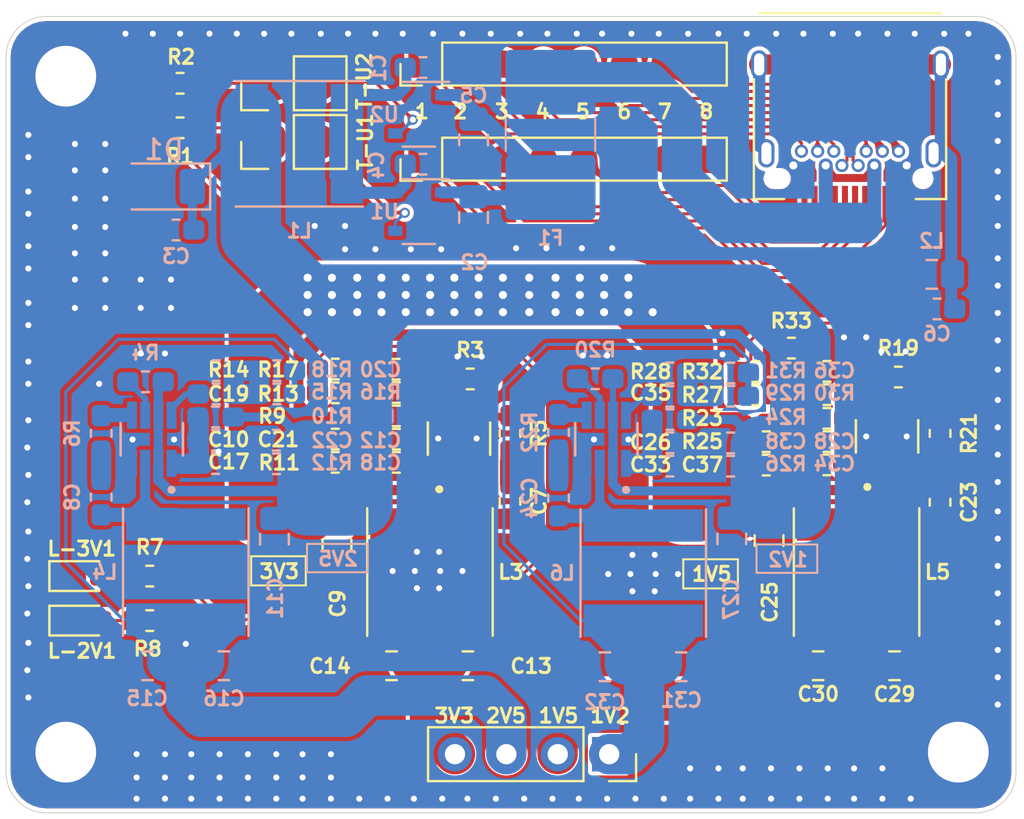
<source format=kicad_pcb>
(kicad_pcb (version 20171130) (host pcbnew "(5.1.5)-3")
  (layers (0 F.Cu signal) (31 B.Cu signal) (34 B.Paste user) (35 F.Paste user) (36 B.SilkS user) (37 F.SilkS user) (38 B.Mask user) (39 F.Mask user) (44 Edge.Cuts user))
  (net 0 "")
  (net 1 GND)
  (net 2 +3V3)
  (net 3 +5V)
  (net 4 +1V2)
  (net 5 +1V5)
  (net 6 "Net-(F1-Pad2)")
  (net 7 +2V5)
  (net 8 "Net-(R15-Pad1)")
  (net 9 "Net-(C1-Pad1)")
  (net 10 "Net-(R1-Pad1)")
  (net 11 "Net-(T-U1-Pad2)")
  (net 12 "Net-(T-U2-Pad2)")
  (net 13 "Net-(L-2V1-Pad2)")
  (net 14 "Net-(L-3V1-Pad2)")
  (net 15 "Net-(C2-Pad1)")
  (net 16 "Net-(C6-Pad1)")
  (net 17 "Net-(C7-Pad1)")
  (net 18 "Net-(C7-Pad2)")
  (net 19 "Net-(C8-Pad1)")
  (net 20 "Net-(C8-Pad2)")
  (net 21 "Net-(C19-Pad1)")
  (net 22 "Net-(C20-Pad1)")
  (net 23 "Net-(C21-Pad1)")
  (net 24 "Net-(C22-Pad1)")
  (net 25 "Net-(C23-Pad2)")
  (net 26 "Net-(C23-Pad1)")
  (net 27 "Net-(C24-Pad2)")
  (net 28 "Net-(C24-Pad1)")
  (net 29 "Net-(C35-Pad1)")
  (net 30 "Net-(C36-Pad1)")
  (net 31 "Net-(C37-Pad1)")
  (net 32 "Net-(C38-Pad1)")
  (net 33 "Net-(R2-Pad1)")
  (net 34 "Net-(R3-Pad2)")
  (net 35 "Net-(R4-Pad2)")
  (net 36 "Net-(R5-Pad1)")
  (net 37 "Net-(R6-Pad1)")
  (net 38 "Net-(R13-Pad1)")
  (net 39 "Net-(R19-Pad2)")
  (net 40 "Net-(R20-Pad2)")
  (net 41 "Net-(R21-Pad1)")
  (net 42 "Net-(R22-Pad1)")
  (net 43 "Net-(R27-Pad1)")
  (net 44 "Net-(R29-Pad1)")
  (net 45 "Net-(R32-Pad2)")
  (net 46 /A2)
  (net 47 /A3)
  (net 48 /A5)
  (net 49 /A6)
  (net 50 /A7)
  (net 51 /A10)
  (net 52 /A8)
  (net 53 /A11)
  (net 54 /B6)
  (net 55 /B7)
  (net 56 /B2)
  (net 57 /B3)
  (net 58 /B5)
  (net 59 /B8)
  (net 60 /B10)
  (net 61 /B11)
  (module Connector_PinHeader_2.00mm:PinHeader_1x08_P2.00mm_Vertical (layer F.Cu) (at 57.55 41.7 90)
    (fp_text reference J4 hide)
    (fp_text value Conn_01x08)
    (pad 8 connect oval (at 0 14 90) (size 1.35 1.35) (layers F.Cu F.Mask) (net 61 /B11))
    (pad 7 connect oval (at 0 12 90) (size 1.35 1.35) (layers F.Cu F.Mask) (net 60 /B10))
    (pad 6 connect oval (at 0 10 90) (size 1.35 1.35) (layers F.Cu F.Mask) (net 59 /B8))
    (pad 5 connect oval (at 0 8 90) (size 1.35 1.35) (layers F.Cu F.Mask) (net 55 /B7))
    (pad 4 connect oval (at 0 6 90) (size 1.35 1.35) (layers F.Cu F.Mask) (net 54 /B6))
    (pad 3 connect oval (at 0 4 90) (size 1.35 1.35) (layers F.Cu F.Mask) (net 58 /B5))
    (pad 2 connect oval (at 0 2 90) (size 1.35 1.35) (layers F.Cu F.Mask) (net 57 /B3))
    (pad 1 connect rect (at 0 0 90) (size 1.35 1.35) (layers F.Cu F.Mask) (net 56 /B2))
  )
  (module Connector_PinHeader_2.00mm:PinHeader_1x08_P2.00mm_Vertical (layer F.Cu) (at 57.55 46.4 90)
    (fp_text reference J2 hide)
    (fp_text value Conn_01x08)
    (pad 8 connect oval (at 0 14 90) (size 1.35 1.35) (layers F.Cu F.Mask) (net 53 /A11))
    (pad 7 connect oval (at 0 12 90) (size 1.35 1.35) (layers F.Cu F.Mask) (net 51 /A10))
    (pad 6 connect oval (at 0 10 90) (size 1.35 1.35) (layers F.Cu F.Mask) (net 52 /A8))
    (pad 5 connect oval (at 0 8 90) (size 1.35 1.35) (layers F.Cu F.Mask) (net 50 /A7))
    (pad 4 connect oval (at 0 6 90) (size 1.35 1.35) (layers F.Cu F.Mask) (net 49 /A6))
    (pad 3 connect oval (at 0 4 90) (size 1.35 1.35) (layers F.Cu F.Mask) (net 48 /A5))
    (pad 2 connect oval (at 0 2 90) (size 1.35 1.35) (layers F.Cu F.Mask) (net 47 /A3))
    (pad 1 connect rect (at 0 0 90) (size 1.35 1.35) (layers F.Cu F.Mask) (net 46 /A2))
  )
  (module Diode_SMD:D_1206_3216Metric (layer B.Cu) (at 44.8 47.75 180)
    (fp_text reference D1 (at 0 1.82) (layer B.SilkS) (effects (justify mirror)))
    (fp_text value 7.5V)
    (pad 2 smd roundrect (at 1.4 0 180) (size 1.25 1.75) (layers B.Cu B.Paste B.Mask) (roundrect_rratio 0.2) (net 1 GND))
    (pad 1 smd roundrect (at -1.4 0 180) (size 1.25 1.75) (layers B.Cu B.Paste B.Mask) (roundrect_rratio 0.2) (net 3 +5V))
  )
  (module Connector_PinSocket_2.54mm:PinSocket_1x04_P2.54mm_Vertical (layer F.Cu) (at 66.8 75.8 270)
    (fp_text reference J3 hide)
    (fp_text value Conn_01x04)
    (pad 4 thru_hole oval (at 0 7.62 270) (size 1.7 1.7) (drill 1) (layers *.Cu *.Mask) (net 2 +3V3))
    (pad 3 thru_hole oval (at 0 5.08 270) (size 1.7 1.7) (drill 1) (layers *.Cu *.Mask) (net 7 +2V5))
    (pad 2 thru_hole oval (at 0 2.54 270) (size 1.7 1.7) (drill 1) (layers *.Cu *.Mask) (net 5 +1V5))
    (pad 1 thru_hole rect (at 0 0 270) (size 1.7 1.7) (drill 1) (layers *.Cu *.Mask) (net 4 +1V2))
  )
  (module Lib:Pad_1x02_P2.54mm (layer F.Cu) (at 49.95 45.55 90)
    (fp_text reference T-U1 (at 0 4.8 270) (layer F.SilkS) (effects (font (size 0.7 0.7))))
    (fp_text value Conn_01x02)
    (pad 2 connect oval (at 0 2.54 90) (size 1.7 1.7) (layers F.Cu F.Mask) (net 11 "Net-(T-U1-Pad2)"))
    (pad 1 connect roundrect (at 0 0 90) (size 1.7 1.7) (layers F.Cu F.Mask) (net 10 "Net-(R1-Pad1)"))
  )
  (module Lib:USB_C_24pin_FtBp (layer F.Cu) (at 78.7 43 180)
    (fp_text reference J1 hide)
    (fp_text value USB_C_Receptacle)
    (pad S1 thru_hole oval (at -4.13 -3.11 180) (size 0.8 1.4) (drill oval 0.5 1.1) (layers *.Cu *.Mask) (net 16 "Net-(C6-Pad1)"))
    (pad A1 smd rect (at -2.75 -5.62 180) (size 0.3 1.8) (layers F.Cu F.Paste F.Mask) (net 1 GND))
    (pad A2 smd rect (at -2.25 -5.62 180) (size 0.3 1.8) (layers F.Cu F.Paste F.Mask) (net 46 /A2))
    (pad A3 smd rect (at -1.75 -5.62 180) (size 0.3 1.8) (layers F.Cu F.Paste F.Mask) (net 47 /A3))
    (pad A4 smd rect (at -1.25 -5.62 180) (size 0.3 1.8) (layers F.Cu F.Paste F.Mask) (net 6 "Net-(F1-Pad2)"))
    (pad A5 smd rect (at -0.75 -5.62 180) (size 0.3 1.8) (layers F.Cu F.Paste F.Mask) (net 48 /A5))
    (pad A6 smd rect (at -0.25 -5.62 180) (size 0.3 1.8) (layers F.Cu F.Paste F.Mask) (net 49 /A6))
    (pad A7 smd rect (at 0.25 -5.62 180) (size 0.3 1.8) (layers F.Cu F.Paste F.Mask) (net 50 /A7))
    (pad A12 smd rect (at 2.75 -5.62 180) (size 0.3 1.8) (layers F.Cu F.Paste F.Mask) (net 1 GND))
    (pad A10 smd rect (at 1.75 -5.62 180) (size 0.3 1.8) (layers F.Cu F.Paste F.Mask) (net 51 /A10))
    (pad A9 smd rect (at 1.25 -5.62 180) (size 0.3 1.8) (layers F.Cu F.Paste F.Mask) (net 6 "Net-(F1-Pad2)"))
    (pad A8 smd rect (at 0.75 -5.62 180) (size 0.3 1.8) (layers F.Cu F.Paste F.Mask) (net 52 /A8))
    (pad A11 smd rect (at 2.25 -5.62 180) (size 0.3 1.8) (layers F.Cu F.Paste F.Mask) (net 53 /A11))
    (pad S1 thru_hole oval (at 4.13 -3.11 180) (size 0.8 1.4) (drill oval 0.5 1.1) (layers *.Cu *.Mask) (net 16 "Net-(C6-Pad1)"))
    (pad S1 thru_hole oval (at 4.49 1.28 180) (size 0.8 1.4) (drill oval 0.5 1.1) (layers *.Cu *.Mask) (net 16 "Net-(C6-Pad1)"))
    (pad S1 thru_hole oval (at -4.49 1.28 180) (size 0.8 1.4) (drill oval 0.5 1.1) (layers *.Cu *.Mask) (net 16 "Net-(C6-Pad1)"))
    (pad "" np_thru_hole oval (at 3.6 -4.36 180) (size 0.95 0.65) (drill oval 0.95 0.65) (layers *.Cu *.Mask))
    (pad "" np_thru_hole circle (at -3.6 -4.36 180) (size 0.65 0.65) (drill 0.65) (layers *.Cu *.Mask))
    (pad B1 thru_hole circle (at 2.8 -3.71 180) (size 0.65 0.65) (drill 0.4) (layers *.Cu *.Mask) (net 1 GND))
    (pad B4 thru_hole circle (at 1.2 -3.71 180) (size 0.65 0.65) (drill 0.4) (layers *.Cu *.Mask) (net 6 "Net-(F1-Pad2)"))
    (pad B6 thru_hole circle (at 0.4 -3.71 180) (size 0.65 0.65) (drill 0.4) (layers *.Cu *.Mask) (net 54 /B6))
    (pad B7 thru_hole circle (at -0.4 -3.71 180) (size 0.65 0.65) (drill 0.4) (layers *.Cu *.Mask) (net 55 /B7))
    (pad B9 thru_hole circle (at -1.2 -3.71 180) (size 0.65 0.65) (drill 0.4) (layers *.Cu *.Mask) (net 6 "Net-(F1-Pad2)"))
    (pad B12 thru_hole circle (at -2.8 -3.71 180) (size 0.65 0.65) (drill 0.4) (layers *.Cu *.Mask) (net 1 GND))
    (pad B2 thru_hole circle (at 2.4 -3.01 180) (size 0.65 0.65) (drill 0.4) (layers *.Cu *.Mask) (net 56 /B2))
    (pad B3 thru_hole circle (at 1.6 -3.01 180) (size 0.65 0.65) (drill 0.4) (layers *.Cu *.Mask) (net 57 /B3))
    (pad B5 thru_hole circle (at 0.8 -3.01 180) (size 0.65 0.65) (drill 0.4) (layers *.Cu *.Mask) (net 58 /B5))
    (pad B8 thru_hole circle (at -0.8 -3.01 180) (size 0.65 0.65) (drill 0.4) (layers *.Cu *.Mask) (net 59 /B8))
    (pad B10 thru_hole circle (at -1.6 -3.01 180) (size 0.65 0.65) (drill 0.4) (layers *.Cu *.Mask) (net 60 /B10))
    (pad B11 thru_hole circle (at -2.4 -3.01 180) (size 0.65 0.65) (drill 0.4) (layers *.Cu *.Mask) (net 61 /B11))
  )
  (module Inductor_SMD:L_Taiyo-Yuden_NR-60xx (layer B.Cu) (at 51.49 45.64)
    (fp_text reference L1 (at 0 4.3) (layer B.SilkS) (effects (font (size 0.7 0.7)) (justify mirror)))
    (fp_text value 2.2uH)
    (pad 2 smd rect (at 2.35 0) (size 1.6 5.9) (layers B.Cu B.Paste B.Mask) (net 9 "Net-(C1-Pad1)"))
    (pad 1 smd rect (at -2.35 0) (size 1.6 5.9) (layers B.Cu B.Paste B.Mask) (net 3 +5V))
  )
  (module Inductor_SMD:L_Taiyo-Yuden_NR-60xx (layer B.Cu) (at 68.485 66.85 270)
    (fp_text reference L6 (at 0 4 180) (layer B.SilkS) (effects (font (size 0.7 0.7)) (justify mirror)))
    (fp_text value 1.8uH)
    (pad 2 smd rect (at 2.35 0 270) (size 1.6 5.9) (layers B.Cu B.Paste B.Mask) (net 4 +1V2))
    (pad 1 smd rect (at -2.35 0 270) (size 1.6 5.9) (layers B.Cu B.Paste B.Mask) (net 27 "Net-(C24-Pad2)"))
  )
  (module Inductor_SMD:L_Taiyo-Yuden_NR-60xx (layer F.Cu) (at 79.025 66.8 270)
    (fp_text reference L5 (at 0 -4 180) (layer F.SilkS) (effects (font (size 0.7 0.7))))
    (fp_text value 2.2uH)
    (pad 2 smd rect (at 2.35 0 270) (size 1.6 5.9) (layers F.Cu F.Paste F.Mask) (net 5 +1V5))
    (pad 1 smd rect (at -2.35 0 270) (size 1.6 5.9) (layers F.Cu F.Paste F.Mask) (net 25 "Net-(C23-Pad2)"))
  )
  (module Inductor_SMD:L_Taiyo-Yuden_NR-60xx (layer B.Cu) (at 45.88 66.8 270)
    (fp_text reference L4 (at 0 4 180) (layer B.SilkS) (effects (font (size 0.7 0.7)) (justify mirror)))
    (fp_text value 3.3uH)
    (pad 2 smd rect (at 2.35 0 270) (size 1.6 5.9) (layers B.Cu B.Paste B.Mask) (net 7 +2V5))
    (pad 1 smd rect (at -2.35 0 270) (size 1.6 5.9) (layers B.Cu B.Paste B.Mask) (net 20 "Net-(C8-Pad2)"))
  )
  (module Inductor_SMD:L_Taiyo-Yuden_NR-60xx (layer F.Cu) (at 57.945 66.8 270)
    (fp_text reference L3 (at 0 -4 180) (layer F.SilkS) (effects (font (size 0.7 0.7))))
    (fp_text value 4.7uH)
    (pad 2 smd rect (at 2.35 0 270) (size 1.6 5.9) (layers F.Cu F.Paste F.Mask) (net 2 +3V3))
    (pad 1 smd rect (at -2.35 0 270) (size 1.6 5.9) (layers F.Cu F.Paste F.Mask) (net 18 "Net-(C7-Pad2)"))
  )
  (module Capacitor_SMD:C_0805_2012Metric_Pad1.15x1.40mm_HandSolder (layer B.Cu) (at 66.585 71.48 180)
    (fp_text reference C32 (at 0 -1.755) (layer B.SilkS) (effects (font (size 0.7 0.7)) (justify mirror)))
    (fp_text value 22uF)
    (pad 2 smd roundrect (at 1.025 0 180) (size 1.15 1.4) (layers B.Cu B.Paste B.Mask) (roundrect_rratio 0.217391) (net 1 GND))
    (pad 1 smd roundrect (at -1.025 0 180) (size 1.15 1.4) (layers B.Cu B.Paste B.Mask) (roundrect_rratio 0.217391) (net 4 +1V2))
  )
  (module Capacitor_SMD:C_0805_2012Metric_Pad1.15x1.40mm_HandSolder (layer B.Cu) (at 70.36 71.48)
    (fp_text reference C31 (at 0 1.65) (layer B.SilkS) (effects (font (size 0.7 0.7)) (justify mirror)))
    (fp_text value 22uF)
    (pad 2 smd roundrect (at 1.025 0) (size 1.15 1.4) (layers B.Cu B.Paste B.Mask) (roundrect_rratio 0.217391) (net 1 GND))
    (pad 1 smd roundrect (at -1.025 0) (size 1.15 1.4) (layers B.Cu B.Paste B.Mask) (roundrect_rratio 0.217391) (net 4 +1V2))
  )
  (module Capacitor_SMD:C_0805_2012Metric_Pad1.15x1.40mm_HandSolder (layer F.Cu) (at 77.125 71.43 180)
    (fp_text reference C30 (at -0.005 -1.4) (layer F.SilkS) (effects (font (size 0.7 0.7))))
    (fp_text value 22uF)
    (pad 2 smd roundrect (at 1.025 0 180) (size 1.15 1.4) (layers F.Cu F.Paste F.Mask) (roundrect_rratio 0.217391) (net 1 GND))
    (pad 1 smd roundrect (at -1.025 0 180) (size 1.15 1.4) (layers F.Cu F.Paste F.Mask) (roundrect_rratio 0.217391) (net 5 +1V5))
  )
  (module Capacitor_SMD:C_0805_2012Metric_Pad1.15x1.40mm_HandSolder (layer F.Cu) (at 80.9 71.43)
    (fp_text reference C29 (at 0 1.41) (layer F.SilkS) (effects (font (size 0.7 0.7))))
    (fp_text value 22uF)
    (pad 2 smd roundrect (at 1.025 0) (size 1.15 1.4) (layers F.Cu F.Paste F.Mask) (roundrect_rratio 0.217391) (net 1 GND))
    (pad 1 smd roundrect (at -1.025 0) (size 1.15 1.4) (layers F.Cu F.Paste F.Mask) (roundrect_rratio 0.217391) (net 5 +1V5))
  )
  (module Capacitor_SMD:C_0805_2012Metric_Pad1.15x1.40mm_HandSolder (layer B.Cu) (at 72.86 65.16 270)
    (fp_text reference C27 (at 2.99 0.03 90) (layer B.SilkS) (effects (font (size 0.7 0.7)) (justify mirror)))
    (fp_text value 22uF)
    (pad 2 smd roundrect (at 1.025 0 270) (size 1.15 1.4) (layers B.Cu B.Paste B.Mask) (roundrect_rratio 0.217391) (net 1 GND))
    (pad 1 smd roundrect (at -1.025 0 270) (size 1.15 1.4) (layers B.Cu B.Paste B.Mask) (roundrect_rratio 0.217391) (net 3 +5V))
  )
  (module Capacitor_SMD:C_0805_2012Metric_Pad1.15x1.40mm_HandSolder (layer F.Cu) (at 74.7 65.245 270)
    (fp_text reference C25 (at 3.045 -0.04 90) (layer F.SilkS) (effects (font (size 0.7 0.7))))
    (fp_text value 22uF)
    (pad 2 smd roundrect (at 1.025 0 270) (size 1.15 1.4) (layers F.Cu F.Paste F.Mask) (roundrect_rratio 0.217391) (net 1 GND))
    (pad 1 smd roundrect (at -1.025 0 270) (size 1.15 1.4) (layers F.Cu F.Paste F.Mask) (roundrect_rratio 0.217391) (net 3 +5V))
  )
  (module Capacitor_SMD:C_0805_2012Metric_Pad1.15x1.40mm_HandSolder (layer B.Cu) (at 47.76 71.43)
    (fp_text reference C16 (at 0.01 1.62) (layer B.SilkS) (effects (font (size 0.7 0.7)) (justify mirror)))
    (fp_text value 22uF)
    (pad 2 smd roundrect (at 1.025 0) (size 1.15 1.4) (layers B.Cu B.Paste B.Mask) (roundrect_rratio 0.217391) (net 1 GND))
    (pad 1 smd roundrect (at -1.025 0) (size 1.15 1.4) (layers B.Cu B.Paste B.Mask) (roundrect_rratio 0.217391) (net 7 +2V5))
  )
  (module Capacitor_SMD:C_0805_2012Metric_Pad1.15x1.40mm_HandSolder (layer B.Cu) (at 43.99 71.43 180)
    (fp_text reference C15 (at 0.02 -1.61) (layer B.SilkS) (effects (font (size 0.7 0.7)) (justify mirror)))
    (fp_text value 22uF)
    (pad 2 smd roundrect (at 1.025 0 180) (size 1.15 1.4) (layers B.Cu B.Paste B.Mask) (roundrect_rratio 0.217391) (net 1 GND))
    (pad 1 smd roundrect (at -1.025 0 180) (size 1.15 1.4) (layers B.Cu B.Paste B.Mask) (roundrect_rratio 0.217391) (net 7 +2V5))
  )
  (module Capacitor_SMD:C_0805_2012Metric_Pad1.15x1.40mm_HandSolder (layer F.Cu) (at 56.045 71.43 180)
    (fp_text reference C14 (at 3.045 -0.02) (layer F.SilkS) (effects (font (size 0.7 0.7))))
    (fp_text value 22uF)
    (pad 2 smd roundrect (at 1.025 0 180) (size 1.15 1.4) (layers F.Cu F.Paste F.Mask) (roundrect_rratio 0.217391) (net 1 GND))
    (pad 1 smd roundrect (at -1.025 0 180) (size 1.15 1.4) (layers F.Cu F.Paste F.Mask) (roundrect_rratio 0.217391) (net 2 +3V3))
  )
  (module Capacitor_SMD:C_0805_2012Metric_Pad1.15x1.40mm_HandSolder (layer F.Cu) (at 59.82 71.43)
    (fp_text reference C13 (at 3.13 0.02) (layer F.SilkS) (effects (font (size 0.7 0.7))))
    (fp_text value 22uF)
    (pad 2 smd roundrect (at 1.025 0) (size 1.15 1.4) (layers F.Cu F.Paste F.Mask) (roundrect_rratio 0.217391) (net 1 GND))
    (pad 1 smd roundrect (at -1.025 0) (size 1.15 1.4) (layers F.Cu F.Paste F.Mask) (roundrect_rratio 0.217391) (net 2 +3V3))
  )
  (module Capacitor_SMD:C_0805_2012Metric_Pad1.15x1.40mm_HandSolder (layer B.Cu) (at 50.26 65.18 270)
    (fp_text reference C11 (at 2.92 -0.04 90) (layer B.SilkS) (effects (font (size 0.7 0.7)) (justify mirror)))
    (fp_text value 22uF)
    (pad 2 smd roundrect (at 1.025 0 270) (size 1.15 1.4) (layers B.Cu B.Paste B.Mask) (roundrect_rratio 0.217391) (net 1 GND))
    (pad 1 smd roundrect (at -1.025 0 270) (size 1.15 1.4) (layers B.Cu B.Paste B.Mask) (roundrect_rratio 0.217391) (net 3 +5V))
  )
  (module Capacitor_SMD:C_0805_2012Metric_Pad1.15x1.40mm_HandSolder (layer F.Cu) (at 53.35 65.45 270)
    (fp_text reference C9 (at 2.91 -0.04 90) (layer F.SilkS) (effects (font (size 0.7 0.7))))
    (fp_text value 22uF)
    (pad 2 smd roundrect (at 1.025 0 270) (size 1.15 1.4) (layers F.Cu F.Paste F.Mask) (roundrect_rratio 0.217391) (net 1 GND))
    (pad 1 smd roundrect (at -1.025 0 270) (size 1.15 1.4) (layers F.Cu F.Paste F.Mask) (roundrect_rratio 0.217391) (net 3 +5V))
  )
  (module Capacitor_SMD:C_0805_2012Metric_Pad1.15x1.40mm_HandSolder (layer B.Cu) (at 60.1 45.45 270)
    (fp_text reference C5 (at -2.2 0 180) (layer B.SilkS) (effects (font (size 0.7 0.7)) (justify mirror)))
    (fp_text value 10uF)
    (pad 2 smd roundrect (at 1.025 0 270) (size 1.15 1.4) (layers B.Cu B.Paste B.Mask) (roundrect_rratio 0.217391) (net 1 GND))
    (pad 1 smd roundrect (at -1.025 0 270) (size 1.15 1.4) (layers B.Cu B.Paste B.Mask) (roundrect_rratio 0.217391) (net 15 "Net-(C2-Pad1)"))
  )
  (module Capacitor_SMD:C_0805_2012Metric_Pad1.15x1.40mm_HandSolder (layer B.Cu) (at 60.1 49.28 270)
    (fp_text reference C2 (at 2.22 -0.05 180) (layer B.SilkS) (effects (font (size 0.7 0.7)) (justify mirror)))
    (fp_text value 10uF)
    (pad 2 smd roundrect (at 1.025 0 270) (size 1.15 1.4) (layers B.Cu B.Paste B.Mask) (roundrect_rratio 0.217391) (net 1 GND))
    (pad 1 smd roundrect (at -1.025 0 270) (size 1.15 1.4) (layers B.Cu B.Paste B.Mask) (roundrect_rratio 0.217391) (net 15 "Net-(C2-Pad1)"))
  )
  (module Resistor_SMD:R_0603_1608Metric_Pad1.05x0.95mm_HandSolder (layer F.Cu) (at 61.9 59.95 270)
    (fp_text reference R5 (at 0 -1.43 90) (layer F.SilkS) (effects (font (size 0.7 0.7))))
    (fp_text value "10(1%)")
    (pad 1 smd roundrect (at -0.875 0 270) (size 1.05 0.95) (layers F.Cu F.Paste F.Mask) (net 36 "Net-(R5-Pad1)"))
    (pad 2 smd roundrect (at 0.875 0 270) (size 1.05 0.95) (layers F.Cu F.Paste F.Mask) (net 17 "Net-(C7-Pad1)"))
  )
  (module Resistor_SMD:R_0603_1608Metric_Pad1.05x0.95mm_HandSolder (layer F.Cu) (at 45.6 44.85 180)
    (fp_text reference R1 (at 0 -1.4) (layer F.SilkS) (effects (font (size 0.7 0.7))))
    (fp_text value 1M)
    (pad 2 smd roundrect (at 0.875 0 180) (size 1.05 0.95) (layers F.Cu F.Paste F.Mask) (net 3 +5V))
    (pad 1 smd roundrect (at -0.875 0 180) (size 1.05 0.95) (layers F.Cu F.Paste F.Mask) (net 10 "Net-(R1-Pad1)"))
  )
  (module Resistor_SMD:R_0603_1608Metric_Pad1.05x0.95mm_HandSolder (layer F.Cu) (at 45.6 42.65 180)
    (fp_text reference R2 (at -0.05 1.3) (layer F.SilkS) (effects (font (size 0.7 0.7))))
    (fp_text value 1M)
    (pad 2 smd roundrect (at 0.875 0 180) (size 1.05 0.95) (layers F.Cu F.Paste F.Mask) (net 3 +5V))
    (pad 1 smd roundrect (at -0.875 0 180) (size 1.05 0.95) (layers F.Cu F.Paste F.Mask) (net 33 "Net-(R2-Pad1)"))
  )
  (module Resistor_SMD:R_0603_1608Metric_Pad1.05x0.95mm_HandSolder (layer F.Cu) (at 59.93 57.26)
    (fp_text reference R3 (at 0 -1.43) (layer F.SilkS) (effects (font (size 0.7 0.7))))
    (fp_text value "100K (1%)")
    (pad 1 smd roundrect (at -0.875 0) (size 1.05 0.95) (layers F.Cu F.Paste F.Mask) (net 3 +5V))
    (pad 2 smd roundrect (at 0.875 0) (size 1.05 0.95) (layers F.Cu F.Paste F.Mask) (net 34 "Net-(R3-Pad2)"))
  )
  (module Resistor_SMD:R_0603_1608Metric_Pad1.05x0.95mm_HandSolder (layer B.Cu) (at 43.89 57.4 180)
    (fp_text reference R4 (at 0 1.43) (layer B.SilkS) (effects (font (size 0.7 0.7)) (justify mirror)))
    (fp_text value "100K (1%)")
    (pad 1 smd roundrect (at -0.875 0 180) (size 1.05 0.95) (layers B.Cu B.Paste B.Mask) (net 3 +5V))
    (pad 2 smd roundrect (at 0.875 0 180) (size 1.05 0.95) (layers B.Cu B.Paste B.Mask) (net 35 "Net-(R4-Pad2)"))
  )
  (module Resistor_SMD:R_0603_1608Metric_Pad1.05x0.95mm_HandSolder (layer B.Cu) (at 41.7 59.95 270)
    (fp_text reference R6 (at 0 1.43 90) (layer B.SilkS) (effects (font (size 0.7 0.7)) (justify mirror)))
    (fp_text value "10(1%)")
    (pad 1 smd roundrect (at -0.875 0 270) (size 1.05 0.95) (layers B.Cu B.Paste B.Mask) (net 37 "Net-(R6-Pad1)"))
    (pad 2 smd roundrect (at 0.875 0 270) (size 1.05 0.95) (layers B.Cu B.Paste B.Mask) (net 19 "Net-(C8-Pad1)"))
  )
  (module Resistor_SMD:R_0603_1608Metric_Pad1.05x0.95mm_HandSolder (layer F.Cu) (at 44.1 67)
    (fp_text reference R7 (at 0 -1.43) (layer F.SilkS) (effects (font (size 0.7 0.7))))
    (fp_text value "1K(1%)")
    (pad 2 smd roundrect (at 0.875 0) (size 1.05 0.95) (layers F.Cu F.Paste F.Mask) (net 2 +3V3))
    (pad 1 smd roundrect (at -0.875 0) (size 1.05 0.95) (layers F.Cu F.Paste F.Mask) (net 14 "Net-(L-3V1-Pad2)"))
  )
  (module Resistor_SMD:R_0603_1608Metric_Pad1.05x0.95mm_HandSolder (layer F.Cu) (at 44.1 69.2)
    (fp_text reference R8 (at -0.1 1.4) (layer F.SilkS) (effects (font (size 0.7 0.7))))
    (fp_text value "470(1%)")
    (pad 2 smd roundrect (at 0.875 0) (size 1.05 0.95) (layers F.Cu F.Paste F.Mask) (net 7 +2V5))
    (pad 1 smd roundrect (at -0.875 0) (size 1.05 0.95) (layers F.Cu F.Paste F.Mask) (net 13 "Net-(L-2V1-Pad2)"))
  )
  (module Resistor_SMD:R_0603_1608Metric_Pad1.05x0.95mm_HandSolder (layer F.Cu) (at 56.285 59.085)
    (fp_text reference R9 (at -6.135 0.015) (layer F.SilkS) (effects (font (size 0.7 0.7))))
    (fp_text value "100K (1%)")
    (pad 1 smd roundrect (at -0.875 0) (size 1.05 0.95) (layers F.Cu F.Paste F.Mask) (net 3 +5V))
    (pad 2 smd roundrect (at 0.875 0) (size 1.05 0.95) (layers F.Cu F.Paste F.Mask) (net 23 "Net-(C21-Pad1)"))
  )
  (module Resistor_SMD:R_0603_1608Metric_Pad1.05x0.95mm_HandSolder (layer B.Cu) (at 47.35 59.14 180)
    (fp_text reference R10 (at -5.75 0.04) (layer B.SilkS) (effects (font (size 0.7 0.7)) (justify mirror)))
    (fp_text value "100K (1%)")
    (pad 2 smd roundrect (at 0.875 0 180) (size 1.05 0.95) (layers B.Cu B.Paste B.Mask) (net 24 "Net-(C22-Pad1)"))
    (pad 1 smd roundrect (at -0.875 0 180) (size 1.05 0.95) (layers B.Cu B.Paste B.Mask) (net 3 +5V))
  )
  (module Resistor_SMD:R_0603_1608Metric_Pad1.05x0.95mm_HandSolder (layer F.Cu) (at 56.285 61.38 180)
    (fp_text reference R11 (at 5.785 -0.02) (layer F.SilkS) (effects (font (size 0.7 0.7))))
    (fp_text value "11.3K(1%)")
    (pad 1 smd roundrect (at -0.875 0 180) (size 1.05 0.95) (layers F.Cu F.Paste F.Mask) (net 23 "Net-(C21-Pad1)"))
    (pad 2 smd roundrect (at 0.875 0 180) (size 1.05 0.95) (layers F.Cu F.Paste F.Mask) (net 1 GND))
  )
  (module Resistor_SMD:R_0603_1608Metric_Pad1.05x0.95mm_HandSolder (layer B.Cu) (at 47.35 61.44)
    (fp_text reference R12 (at 5.75 -0.04) (layer B.SilkS) (effects (font (size 0.7 0.7)) (justify mirror)))
    (fp_text value "10K(1%)")
    (pad 2 smd roundrect (at 0.875 0) (size 1.05 0.95) (layers B.Cu B.Paste B.Mask) (net 1 GND))
    (pad 1 smd roundrect (at -0.875 0) (size 1.05 0.95) (layers B.Cu B.Paste B.Mask) (net 24 "Net-(C22-Pad1)"))
  )
  (module Resistor_SMD:R_0603_1608Metric_Pad1.05x0.95mm_HandSolder (layer F.Cu) (at 56.28 57.93 180)
    (fp_text reference R13 (at 5.83 -0.07) (layer F.SilkS) (effects (font (size 0.7 0.7))))
    (fp_text value "33K(1%)")
    (pad 1 smd roundrect (at -0.875 0 180) (size 1.05 0.95) (layers F.Cu F.Paste F.Mask) (net 38 "Net-(R13-Pad1)"))
    (pad 2 smd roundrect (at 0.875 0 180) (size 1.05 0.95) (layers F.Cu F.Paste F.Mask) (net 21 "Net-(C19-Pad1)"))
  )
  (module Resistor_SMD:R_0603_1608Metric_Pad1.05x0.95mm_HandSolder (layer F.Cu) (at 53.265 56.77 180)
    (fp_text reference R14 (at 5.265 -0.03) (layer F.SilkS) (effects (font (size 0.7 0.7))))
    (fp_text value "40.2K (1%)")
    (pad 1 smd roundrect (at -0.875 0 180) (size 1.05 0.95) (layers F.Cu F.Paste F.Mask) (net 21 "Net-(C19-Pad1)"))
    (pad 2 smd roundrect (at 0.875 0 180) (size 1.05 0.95) (layers F.Cu F.Paste F.Mask) (net 2 +3V3))
  )
  (module Resistor_SMD:R_0603_1608Metric_Pad1.05x0.95mm_HandSolder (layer B.Cu) (at 47.38 58)
    (fp_text reference R15 (at 5.72 -0.1) (layer B.SilkS) (effects (font (size 0.7 0.7)) (justify mirror)))
    (fp_text value "33K(1%)")
    (pad 1 smd roundrect (at -0.875 0) (size 1.05 0.95) (layers B.Cu B.Paste B.Mask) (net 8 "Net-(R15-Pad1)"))
    (pad 2 smd roundrect (at 0.875 0) (size 1.05 0.95) (layers B.Cu B.Paste B.Mask) (net 22 "Net-(C20-Pad1)"))
  )
  (module Resistor_SMD:R_0603_1608Metric_Pad1.05x0.95mm_HandSolder (layer B.Cu) (at 50.38 58)
    (fp_text reference R16 (at 5.12 -0.1) (layer B.SilkS) (effects (font (size 0.7 0.7)) (justify mirror)))
    (fp_text value "40.2K (1%)")
    (pad 1 smd roundrect (at -0.875 0) (size 1.05 0.95) (layers B.Cu B.Paste B.Mask) (net 22 "Net-(C20-Pad1)"))
    (pad 2 smd roundrect (at 0.875 0) (size 1.05 0.95) (layers B.Cu B.Paste B.Mask) (net 7 +2V5))
  )
  (module Resistor_SMD:R_0603_1608Metric_Pad1.05x0.95mm_HandSolder (layer F.Cu) (at 56.27 56.78)
    (fp_text reference R17 (at -5.82 0.02) (layer F.SilkS) (effects (font (size 0.7 0.7))))
    (fp_text value "13K (1%)")
    (pad 1 smd roundrect (at -0.875 0) (size 1.05 0.95) (layers F.Cu F.Paste F.Mask) (net 21 "Net-(C19-Pad1)"))
    (pad 2 smd roundrect (at 0.875 0) (size 1.05 0.95) (layers F.Cu F.Paste F.Mask) (net 1 GND))
  )
  (module Resistor_SMD:R_0603_1608Metric_Pad1.05x0.95mm_HandSolder (layer B.Cu) (at 47.38 56.85 180)
    (fp_text reference R18 (at -5.72 0.05) (layer B.SilkS) (effects (font (size 0.7 0.7)) (justify mirror)))
    (fp_text value "19.1K (1%)")
    (pad 1 smd roundrect (at -0.875 0 180) (size 1.05 0.95) (layers B.Cu B.Paste B.Mask) (net 22 "Net-(C20-Pad1)"))
    (pad 2 smd roundrect (at 0.875 0 180) (size 1.05 0.95) (layers B.Cu B.Paste B.Mask) (net 1 GND))
  )
  (module Resistor_SMD:R_0603_1608Metric_Pad1.05x0.95mm_HandSolder (layer F.Cu) (at 81.09 57.165)
    (fp_text reference R19 (at 0 -1.43) (layer F.SilkS) (effects (font (size 0.7 0.7))))
    (fp_text value "100K (1%)")
    (pad 2 smd roundrect (at 0.875 0) (size 1.05 0.95) (layers F.Cu F.Paste F.Mask) (net 39 "Net-(R19-Pad2)"))
    (pad 1 smd roundrect (at -0.875 0) (size 1.05 0.95) (layers F.Cu F.Paste F.Mask) (net 3 +5V))
  )
  (module Resistor_SMD:R_0603_1608Metric_Pad1.05x0.95mm_HandSolder (layer B.Cu) (at 66.11 57.25 180)
    (fp_text reference R20 (at 0 1.43) (layer B.SilkS) (effects (font (size 0.7 0.7)) (justify mirror)))
    (fp_text value "100K (1%)")
    (pad 2 smd roundrect (at 0.875 0 180) (size 1.05 0.95) (layers B.Cu B.Paste B.Mask) (net 40 "Net-(R20-Pad2)"))
    (pad 1 smd roundrect (at -0.875 0 180) (size 1.05 0.95) (layers B.Cu B.Paste B.Mask) (net 3 +5V))
  )
  (module Resistor_SMD:R_0603_1608Metric_Pad1.05x0.95mm_HandSolder (layer F.Cu) (at 83.15 59.95 270)
    (fp_text reference R21 (at 0 -1.43 90) (layer F.SilkS) (effects (font (size 0.7 0.7))))
    (fp_text value "10(1%)")
    (pad 2 smd roundrect (at 0.875 0 270) (size 1.05 0.95) (layers F.Cu F.Paste F.Mask) (net 26 "Net-(C23-Pad1)"))
    (pad 1 smd roundrect (at -0.875 0 270) (size 1.05 0.95) (layers F.Cu F.Paste F.Mask) (net 41 "Net-(R21-Pad1)"))
  )
  (module Resistor_SMD:R_0603_1608Metric_Pad1.05x0.95mm_HandSolder (layer B.Cu) (at 64.3 59.9 270)
    (fp_text reference R22 (at 0 1.43 90) (layer B.SilkS) (effects (font (size 0.7 0.7)) (justify mirror)))
    (fp_text value "10(1%)")
    (pad 2 smd roundrect (at 0.875 0 270) (size 1.05 0.95) (layers B.Cu B.Paste B.Mask) (net 28 "Net-(C24-Pad1)"))
    (pad 1 smd roundrect (at -0.875 0 270) (size 1.05 0.95) (layers B.Cu B.Paste B.Mask) (net 42 "Net-(R22-Pad1)"))
  )
  (module Resistor_SMD:R_0603_1608Metric_Pad1.05x0.95mm_HandSolder (layer F.Cu) (at 77.565 59.205)
    (fp_text reference R23 (at -6.165 -0.005) (layer F.SilkS) (effects (font (size 0.7 0.7))))
    (fp_text value "100K (1%)")
    (pad 2 smd roundrect (at 0.875 0) (size 1.05 0.95) (layers F.Cu F.Paste F.Mask) (net 31 "Net-(C37-Pad1)"))
    (pad 1 smd roundrect (at -0.875 0) (size 1.05 0.95) (layers F.Cu F.Paste F.Mask) (net 3 +5V))
  )
  (module Resistor_SMD:R_0603_1608Metric_Pad1.05x0.95mm_HandSolder (layer B.Cu) (at 69.8 59.265 180)
    (fp_text reference R24 (at -5.73 0.115) (layer B.SilkS) (effects (font (size 0.7 0.7)) (justify mirror)))
    (fp_text value "100K (1%)")
    (pad 2 smd roundrect (at 0.875 0 180) (size 1.05 0.95) (layers B.Cu B.Paste B.Mask) (net 32 "Net-(C38-Pad1)"))
    (pad 1 smd roundrect (at -0.875 0 180) (size 1.05 0.95) (layers B.Cu B.Paste B.Mask) (net 3 +5V))
  )
  (module Resistor_SMD:R_0603_1608Metric_Pad1.05x0.95mm_HandSolder (layer F.Cu) (at 77.565 60.355 180)
    (fp_text reference R25 (at 6.165 0.005) (layer F.SilkS) (effects (font (size 0.7 0.7))))
    (fp_text value "9.31K (1%)")
    (pad 2 smd roundrect (at 0.875 0 180) (size 1.05 0.95) (layers F.Cu F.Paste F.Mask) (net 1 GND))
    (pad 1 smd roundrect (at -0.875 0 180) (size 1.05 0.95) (layers F.Cu F.Paste F.Mask) (net 31 "Net-(C37-Pad1)"))
  )
  (module Resistor_SMD:R_0603_1608Metric_Pad1.05x0.95mm_HandSolder (layer B.Cu) (at 69.8 61.565)
    (fp_text reference R26 (at 5.73 -0.115) (layer B.SilkS) (effects (font (size 0.7 0.7)) (justify mirror)))
    (fp_text value "9.31K (1%)")
    (pad 2 smd roundrect (at 0.875 0) (size 1.05 0.95) (layers B.Cu B.Paste B.Mask) (net 1 GND))
    (pad 1 smd roundrect (at -0.875 0) (size 1.05 0.95) (layers B.Cu B.Paste B.Mask) (net 32 "Net-(C38-Pad1)"))
  )
  (module Resistor_SMD:R_0603_1608Metric_Pad1.05x0.95mm_HandSolder (layer F.Cu) (at 77.565 58.035 180)
    (fp_text reference R27 (at 6.165 -0.015) (layer F.SilkS) (effects (font (size 0.7 0.7))))
    (fp_text value "56K (1%)")
    (pad 2 smd roundrect (at 0.875 0 180) (size 1.05 0.95) (layers F.Cu F.Paste F.Mask) (net 29 "Net-(C35-Pad1)"))
    (pad 1 smd roundrect (at -0.875 0 180) (size 1.05 0.95) (layers F.Cu F.Paste F.Mask) (net 43 "Net-(R27-Pad1)"))
  )
  (module Resistor_SMD:R_0603_1608Metric_Pad1.05x0.95mm_HandSolder (layer F.Cu) (at 74.045 56.895 180)
    (fp_text reference R28 (at 5.195 -0.005) (layer F.SilkS) (effects (font (size 0.7 0.7))))
    (fp_text value "30.1K (1%)")
    (pad 2 smd roundrect (at 0.875 0 180) (size 1.05 0.95) (layers F.Cu F.Paste F.Mask) (net 5 +1V5))
    (pad 1 smd roundrect (at -0.875 0 180) (size 1.05 0.95) (layers F.Cu F.Paste F.Mask) (net 29 "Net-(C35-Pad1)"))
  )
  (module Resistor_SMD:R_0603_1608Metric_Pad1.05x0.95mm_HandSolder (layer B.Cu) (at 69.8 58.12)
    (fp_text reference R29 (at 5.73 -0.17) (layer B.SilkS) (effects (font (size 0.7 0.7)) (justify mirror)))
    (fp_text value "82K (1%)")
    (pad 2 smd roundrect (at 0.875 0) (size 1.05 0.95) (layers B.Cu B.Paste B.Mask) (net 30 "Net-(C36-Pad1)"))
    (pad 1 smd roundrect (at -0.875 0) (size 1.05 0.95) (layers B.Cu B.Paste B.Mask) (net 44 "Net-(R29-Pad1)"))
  )
  (module Resistor_SMD:R_0603_1608Metric_Pad1.05x0.95mm_HandSolder (layer B.Cu) (at 72.805 58.115)
    (fp_text reference R30 (at 5.125 -0.165) (layer B.SilkS) (effects (font (size 0.7 0.7)) (justify mirror)))
    (fp_text value "30.1K (1%)")
    (pad 2 smd roundrect (at 0.875 0) (size 1.05 0.95) (layers B.Cu B.Paste B.Mask) (net 4 +1V2))
    (pad 1 smd roundrect (at -0.875 0) (size 1.05 0.95) (layers B.Cu B.Paste B.Mask) (net 30 "Net-(C36-Pad1)"))
  )
  (module Resistor_SMD:R_0603_1608Metric_Pad1.05x0.95mm_HandSolder (layer B.Cu) (at 69.8 56.96 180)
    (fp_text reference R31 (at -5.73 0.11) (layer B.SilkS) (effects (font (size 0.7 0.7)) (justify mirror)))
    (fp_text value "61.9K (1%)")
    (pad 2 smd roundrect (at 0.875 0 180) (size 1.05 0.95) (layers B.Cu B.Paste B.Mask) (net 1 GND))
    (pad 1 smd roundrect (at -0.875 0 180) (size 1.05 0.95) (layers B.Cu B.Paste B.Mask) (net 30 "Net-(C36-Pad1)"))
  )
  (module Resistor_SMD:R_0603_1608Metric_Pad1.05x0.95mm_HandSolder (layer F.Cu) (at 77.565 56.885 180)
    (fp_text reference R32 (at 6.165 -0.015) (layer F.SilkS) (effects (font (size 0.7 0.7))))
    (fp_text value "20K (1%)")
    (pad 2 smd roundrect (at 0.875 0 180) (size 1.05 0.95) (layers F.Cu F.Paste F.Mask) (net 45 "Net-(R32-Pad2)"))
    (pad 1 smd roundrect (at -0.875 0 180) (size 1.05 0.95) (layers F.Cu F.Paste F.Mask) (net 1 GND))
  )
  (module Resistor_SMD:R_0603_1608Metric_Pad1.05x0.95mm_HandSolder (layer F.Cu) (at 75.8 55.735 180)
    (fp_text reference R33 (at 0 1.345) (layer F.SilkS) (effects (font (size 0.7 0.7))))
    (fp_text value "15K (1%)")
    (pad 2 smd roundrect (at 0.875 0 180) (size 1.05 0.95) (layers F.Cu F.Paste F.Mask) (net 29 "Net-(C35-Pad1)"))
    (pad 1 smd roundrect (at -0.875 0 180) (size 1.05 0.95) (layers F.Cu F.Paste F.Mask) (net 45 "Net-(R32-Pad2)"))
  )
  (module Lib:Pad_1x02_P2.54mm (layer F.Cu) (at 49.95 42.65 90)
    (fp_text reference T-U2 (at 0.1 4.75 270) (layer F.SilkS) (effects (font (size 0.7 0.7))))
    (fp_text value Conn_01x02)
    (pad 2 connect oval (at 0 2.54 90) (size 1.7 1.7) (layers F.Cu F.Mask) (net 12 "Net-(T-U2-Pad2)"))
    (pad 1 connect roundrect (at 0 0 90) (size 1.7 1.7) (layers F.Cu F.Mask) (net 33 "Net-(R2-Pad1)"))
  )
  (module Capacitor_SMD:C_0603_1608Metric_Pad1.05x0.95mm_HandSolder (layer B.Cu) (at 45.4 49.9 180)
    (fp_text reference C3 (at 0 -1.3) (layer B.SilkS) (effects (font (size 0.7 0.7)) (justify mirror)))
    (fp_text value 0.1uF)
    (pad 1 smd roundrect (at -0.875 0 180) (size 1.05 0.95) (layers B.Cu B.Paste B.Mask) (net 3 +5V))
    (pad 2 smd roundrect (at 0.875 0 180) (size 1.05 0.95) (layers B.Cu B.Paste B.Mask) (net 1 GND))
  )
  (module Capacitor_SMD:C_0603_1608Metric_Pad1.05x0.95mm_HandSolder (layer F.Cu) (at 61.9 63.3 270)
    (fp_text reference C7 (at 0 -1.43 90) (layer F.SilkS) (effects (font (size 0.7 0.7))))
    (fp_text value 0.1uF)
    (pad 1 smd roundrect (at -0.875 0 270) (size 1.05 0.95) (layers F.Cu F.Paste F.Mask) (net 17 "Net-(C7-Pad1)"))
    (pad 2 smd roundrect (at 0.875 0 270) (size 1.05 0.95) (layers F.Cu F.Paste F.Mask) (net 18 "Net-(C7-Pad2)"))
  )
  (module Capacitor_SMD:C_0603_1608Metric_Pad1.05x0.95mm_HandSolder (layer F.Cu) (at 53.265 60.23)
    (fp_text reference C10 (at -5.265 0.02) (layer F.SilkS) (effects (font (size 0.7 0.7))))
    (fp_text value 0.1uF)
    (pad 1 smd roundrect (at -0.875 0) (size 1.05 0.95) (layers F.Cu F.Paste F.Mask) (net 3 +5V))
    (pad 2 smd roundrect (at 0.875 0) (size 1.05 0.95) (layers F.Cu F.Paste F.Mask) (net 1 GND))
  )
  (module Capacitor_SMD:C_0603_1608Metric_Pad1.05x0.95mm_HandSolder (layer B.Cu) (at 50.355 60.29 180)
    (fp_text reference C12 (at -5.145 -0.01) (layer B.SilkS) (effects (font (size 0.7 0.7)) (justify mirror)))
    (fp_text value 0.1uF)
    (pad 1 smd roundrect (at -0.875 0 180) (size 1.05 0.95) (layers B.Cu B.Paste B.Mask) (net 3 +5V))
    (pad 2 smd roundrect (at 0.875 0 180) (size 1.05 0.95) (layers B.Cu B.Paste B.Mask) (net 1 GND))
  )
  (module Capacitor_SMD:C_0603_1608Metric_Pad1.05x0.95mm_HandSolder (layer F.Cu) (at 56.285 60.235 180)
    (fp_text reference C21 (at 5.835 -0.015) (layer F.SilkS) (effects (font (size 0.7 0.7))))
    (fp_text value 1nF)
    (pad 1 smd roundrect (at -0.875 0 180) (size 1.05 0.95) (layers F.Cu F.Paste F.Mask) (net 23 "Net-(C21-Pad1)"))
    (pad 2 smd roundrect (at 0.875 0 180) (size 1.05 0.95) (layers F.Cu F.Paste F.Mask) (net 1 GND))
  )
  (module Capacitor_SMD:C_0603_1608Metric_Pad1.05x0.95mm_HandSolder (layer F.Cu) (at 83.15 63.35 270)
    (fp_text reference C23 (at 0 -1.43 90) (layer F.SilkS) (effects (font (size 0.7 0.7))))
    (fp_text value 0.1uF)
    (pad 2 smd roundrect (at 0.875 0 270) (size 1.05 0.95) (layers F.Cu F.Paste F.Mask) (net 25 "Net-(C23-Pad2)"))
    (pad 1 smd roundrect (at -0.875 0 270) (size 1.05 0.95) (layers F.Cu F.Paste F.Mask) (net 26 "Net-(C23-Pad1)"))
  )
  (module Capacitor_SMD:C_0603_1608Metric_Pad1.05x0.95mm_HandSolder (layer F.Cu) (at 74.56 60.36)
    (fp_text reference C26 (at -5.71 0.03) (layer F.SilkS) (effects (font (size 0.7 0.7))))
    (fp_text value 0.1uF)
    (pad 2 smd roundrect (at 0.875 0) (size 1.05 0.95) (layers F.Cu F.Paste F.Mask) (net 1 GND))
    (pad 1 smd roundrect (at -0.875 0) (size 1.05 0.95) (layers F.Cu F.Paste F.Mask) (net 3 +5V))
  )
  (module Capacitor_SMD:C_0603_1608Metric_Pad1.05x0.95mm_HandSolder (layer B.Cu) (at 72.8 60.42 180)
    (fp_text reference C28 (at -5.13 0.07) (layer B.SilkS) (effects (font (size 0.7 0.7)) (justify mirror)))
    (fp_text value 0.1uF)
    (pad 2 smd roundrect (at 0.875 0 180) (size 1.05 0.95) (layers B.Cu B.Paste B.Mask) (net 1 GND))
    (pad 1 smd roundrect (at -0.875 0 180) (size 1.05 0.95) (layers B.Cu B.Paste B.Mask) (net 3 +5V))
  )
  (module Capacitor_SMD:C_0603_1608Metric_Pad1.05x0.95mm_HandSolder (layer F.Cu) (at 74.045 58.045 180)
    (fp_text reference C35 (at 5.195 0.095) (layer F.SilkS) (effects (font (size 0.7 0.7))))
    (fp_text value 15pF)
    (pad 2 smd roundrect (at 0.875 0 180) (size 1.05 0.95) (layers F.Cu F.Paste F.Mask) (net 5 +1V5))
    (pad 1 smd roundrect (at -0.875 0 180) (size 1.05 0.95) (layers F.Cu F.Paste F.Mask) (net 29 "Net-(C35-Pad1)"))
  )
  (module Capacitor_SMD:C_0603_1608Metric_Pad1.05x0.95mm_HandSolder (layer B.Cu) (at 72.805 56.965)
    (fp_text reference C36 (at 5.125 -0.115) (layer B.SilkS) (effects (font (size 0.7 0.7)) (justify mirror)))
    (fp_text value 15pF)
    (pad 2 smd roundrect (at 0.875 0) (size 1.05 0.95) (layers B.Cu B.Paste B.Mask) (net 4 +1V2))
    (pad 1 smd roundrect (at -0.875 0) (size 1.05 0.95) (layers B.Cu B.Paste B.Mask) (net 30 "Net-(C36-Pad1)"))
  )
  (module Capacitor_SMD:C_0603_1608Metric_Pad1.05x0.95mm_HandSolder (layer F.Cu) (at 77.565 61.505 180)
    (fp_text reference C37 (at 6.165 0.005) (layer F.SilkS) (effects (font (size 0.7 0.7))))
    (fp_text value 1nF)
    (pad 2 smd roundrect (at 0.875 0 180) (size 1.05 0.95) (layers F.Cu F.Paste F.Mask) (net 1 GND))
    (pad 1 smd roundrect (at -0.875 0 180) (size 1.05 0.95) (layers F.Cu F.Paste F.Mask) (net 31 "Net-(C37-Pad1)"))
  )
  (module Capacitor_SMD:C_0603_1608Metric_Pad1.05x0.95mm_HandSolder (layer B.Cu) (at 57.6 46.65)
    (fp_text reference C4 (at -2.3 0.05 90) (layer B.SilkS) (effects (font (size 0.7 0.7)) (justify mirror)))
    (fp_text value 1uF)
    (pad 2 smd roundrect (at 0.875 0) (size 1.05 0.95) (layers B.Cu B.Paste B.Mask) (net 1 GND))
    (pad 1 smd roundrect (at -0.875 0) (size 1.05 0.95) (layers B.Cu B.Paste B.Mask) (net 9 "Net-(C1-Pad1)"))
  )
  (module Capacitor_SMD:C_0603_1608Metric_Pad1.05x0.95mm_HandSolder (layer B.Cu) (at 57.6 41.87)
    (fp_text reference C1 (at -2.2 0.03 90) (layer B.SilkS) (effects (font (size 0.7 0.7)) (justify mirror)))
    (fp_text value 1uF)
    (pad 2 smd roundrect (at 0.875 0) (size 1.05 0.95) (layers B.Cu B.Paste B.Mask) (net 1 GND))
    (pad 1 smd roundrect (at -0.875 0) (size 1.05 0.95) (layers B.Cu B.Paste B.Mask) (net 9 "Net-(C1-Pad1)"))
  )
  (module LED_SMD:LED_0603_1608Metric_Pad1.05x0.95mm_HandSolder (layer F.Cu) (at 40.8 69.2)
    (fp_text reference L-2V1 (at -0.05 1.5) (layer F.SilkS) (effects (font (size 0.7 0.7))))
    (fp_text value RED)
    (pad 2 smd roundrect (at 0.875 0) (size 1.05 0.95) (layers F.Cu F.Paste F.Mask) (net 13 "Net-(L-2V1-Pad2)"))
    (pad 1 smd roundrect (at -0.875 0) (size 1.05 0.95) (layers F.Cu F.Paste F.Mask) (net 1 GND))
  )
  (module LED_SMD:LED_0603_1608Metric_Pad1.05x0.95mm_HandSolder (layer F.Cu) (at 40.8 67)
    (fp_text reference L-3V1 (at -0.062 -1.34886) (layer F.SilkS) (effects (font (size 0.7 0.7))))
    (fp_text value RED)
    (pad 2 smd roundrect (at 0.875 0) (size 1.05 0.95) (layers F.Cu F.Paste F.Mask) (net 14 "Net-(L-3V1-Pad2)"))
    (pad 1 smd roundrect (at -0.875 0) (size 1.05 0.95) (layers F.Cu F.Paste F.Mask) (net 1 GND))
  )
  (module Lib:SOT65P280X100-8N (layer B.Cu) (at 66.66 60.24 90)
    (fp_text reference U6 hide)
    (fp_text value MP1495S)
    (pad 8 smd rect (at 1.19 0.975 90) (size 1.34 0.49) (layers B.Cu B.Paste B.Mask) (net 44 "Net-(R29-Pad1)"))
    (pad 7 smd rect (at 1.19 0.325 90) (size 1.34 0.49) (layers B.Cu B.Paste B.Mask) (net 3 +5V))
    (pad 6 smd rect (at 1.19 -0.325 90) (size 1.34 0.49) (layers B.Cu B.Paste B.Mask) (net 40 "Net-(R20-Pad2)"))
    (pad 5 smd rect (at 1.19 -0.975 90) (size 1.34 0.49) (layers B.Cu B.Paste B.Mask) (net 42 "Net-(R22-Pad1)"))
    (pad 4 smd rect (at -1.19 -0.975 90) (size 1.34 0.49) (layers B.Cu B.Paste B.Mask) (net 1 GND))
    (pad 3 smd rect (at -1.19 -0.325 90) (size 1.34 0.49) (layers B.Cu B.Paste B.Mask) (net 27 "Net-(C24-Pad2)"))
    (pad 2 smd rect (at -1.19 0.325 90) (size 1.34 0.49) (layers B.Cu B.Paste B.Mask) (net 3 +5V))
    (pad 1 smd rect (at -1.19 0.975 90) (size 1.34 0.49) (layers B.Cu B.Paste B.Mask) (net 32 "Net-(C38-Pad1)"))
  )
  (module Lib:SOT65P280X100-8N (layer F.Cu) (at 80.53 60.095 90)
    (fp_text reference U5 hide)
    (fp_text value MP1495S)
    (pad 8 smd rect (at 1.19 -0.975 90) (size 1.34 0.49) (layers F.Cu F.Paste F.Mask) (net 43 "Net-(R27-Pad1)"))
    (pad 7 smd rect (at 1.19 -0.325 90) (size 1.34 0.49) (layers F.Cu F.Paste F.Mask) (net 3 +5V))
    (pad 6 smd rect (at 1.19 0.325 90) (size 1.34 0.49) (layers F.Cu F.Paste F.Mask) (net 39 "Net-(R19-Pad2)"))
    (pad 5 smd rect (at 1.19 0.975 90) (size 1.34 0.49) (layers F.Cu F.Paste F.Mask) (net 41 "Net-(R21-Pad1)"))
    (pad 4 smd rect (at -1.19 0.975 90) (size 1.34 0.49) (layers F.Cu F.Paste F.Mask) (net 1 GND))
    (pad 3 smd rect (at -1.19 0.325 90) (size 1.34 0.49) (layers F.Cu F.Paste F.Mask) (net 25 "Net-(C23-Pad2)"))
    (pad 2 smd rect (at -1.19 -0.325 90) (size 1.34 0.49) (layers F.Cu F.Paste F.Mask) (net 3 +5V))
    (pad 1 smd rect (at -1.19 -0.975 90) (size 1.34 0.49) (layers F.Cu F.Paste F.Mask) (net 31 "Net-(C37-Pad1)"))
  )
  (module Lib:SOT65P280X100-8N (layer B.Cu) (at 44.2 60.24 90)
    (fp_text reference U4 hide)
    (fp_text value MP1495S)
    (pad 1 smd rect (at -1.19 0.975 90) (size 1.34 0.49) (layers B.Cu B.Paste B.Mask) (net 24 "Net-(C22-Pad1)"))
    (pad 2 smd rect (at -1.19 0.325 90) (size 1.34 0.49) (layers B.Cu B.Paste B.Mask) (net 3 +5V))
    (pad 3 smd rect (at -1.19 -0.325 90) (size 1.34 0.49) (layers B.Cu B.Paste B.Mask) (net 20 "Net-(C8-Pad2)"))
    (pad 4 smd rect (at -1.19 -0.975 90) (size 1.34 0.49) (layers B.Cu B.Paste B.Mask) (net 1 GND))
    (pad 5 smd rect (at 1.19 -0.975 90) (size 1.34 0.49) (layers B.Cu B.Paste B.Mask) (net 37 "Net-(R6-Pad1)"))
    (pad 6 smd rect (at 1.19 -0.325 90) (size 1.34 0.49) (layers B.Cu B.Paste B.Mask) (net 35 "Net-(R4-Pad2)"))
    (pad 7 smd rect (at 1.19 0.325 90) (size 1.34 0.49) (layers B.Cu B.Paste B.Mask) (net 3 +5V))
    (pad 8 smd rect (at 1.19 0.975 90) (size 1.34 0.49) (layers B.Cu B.Paste B.Mask) (net 8 "Net-(R15-Pad1)"))
  )
  (module Lib:SOT65P280X100-8N (layer F.Cu) (at 59.38 60.21 90)
    (fp_text reference U3 hide)
    (fp_text value MP1495S)
    (pad 1 smd rect (at -1.19 -0.975 90) (size 1.34 0.49) (layers F.Cu F.Paste F.Mask) (net 23 "Net-(C21-Pad1)"))
    (pad 2 smd rect (at -1.19 -0.325 90) (size 1.34 0.49) (layers F.Cu F.Paste F.Mask) (net 3 +5V))
    (pad 3 smd rect (at -1.19 0.325 90) (size 1.34 0.49) (layers F.Cu F.Paste F.Mask) (net 18 "Net-(C7-Pad2)"))
    (pad 4 smd rect (at -1.19 0.975 90) (size 1.34 0.49) (layers F.Cu F.Paste F.Mask) (net 1 GND))
    (pad 5 smd rect (at 1.19 0.975 90) (size 1.34 0.49) (layers F.Cu F.Paste F.Mask) (net 36 "Net-(R5-Pad1)"))
    (pad 6 smd rect (at 1.19 0.325 90) (size 1.34 0.49) (layers F.Cu F.Paste F.Mask) (net 34 "Net-(R3-Pad2)"))
    (pad 7 smd rect (at 1.19 -0.325 90) (size 1.34 0.49) (layers F.Cu F.Paste F.Mask) (net 3 +5V))
    (pad 8 smd rect (at 1.19 -0.975 90) (size 1.34 0.49) (layers F.Cu F.Paste F.Mask) (net 38 "Net-(R13-Pad1)"))
  )
  (module Package_SO:TSOP-5_1.65x3.05mm_P0.95mm (layer B.Cu) (at 57.39 44.18 180)
    (fp_text reference U2 (at 1.69 -0.02) (layer B.SilkS) (effects (font (size 0.7 0.7)) (justify mirror)))
    (fp_text value NCP361SNT1G-TSOP)
    (pad 5 smd rect (at 1.16 0.95 180) (size 0.7 0.51) (layers B.Cu B.Paste B.Mask) (net 9 "Net-(C1-Pad1)"))
    (pad 4 smd rect (at 1.16 -0.95 180) (size 0.7 0.51) (layers B.Cu B.Paste B.Mask) (net 12 "Net-(T-U2-Pad2)"))
    (pad 3 smd rect (at -1.16 -0.95 180) (size 0.7 0.51) (layers B.Cu B.Paste B.Mask) (net 1 GND))
    (pad 2 smd rect (at -1.16 0 180) (size 0.7 0.51) (layers B.Cu B.Paste B.Mask) (net 1 GND))
    (pad 1 smd rect (at -1.16 0.95 180) (size 0.7 0.51) (layers B.Cu B.Paste B.Mask) (net 15 "Net-(C2-Pad1)"))
  )
  (module Capacitor_SMD:C_0603_1608Metric_Pad1.05x0.95mm_HandSolder (layer B.Cu) (at 69.8 60.415)
    (fp_text reference C38 (at 5.73 -0.065) (layer B.SilkS) (effects (font (size 0.7 0.7)) (justify mirror)))
    (fp_text value 1nF)
    (pad 2 smd roundrect (at 0.875 0) (size 1.05 0.95) (layers B.Cu B.Paste B.Mask) (net 1 GND))
    (pad 1 smd roundrect (at -0.875 0) (size 1.05 0.95) (layers B.Cu B.Paste B.Mask) (net 32 "Net-(C38-Pad1)"))
  )
  (module Capacitor_SMD:C_0603_1608Metric_Pad1.05x0.95mm_HandSolder (layer B.Cu) (at 72.8 61.57 180)
    (fp_text reference C34 (at -5.13 0.12) (layer B.SilkS) (effects (font (size 0.7 0.7)) (justify mirror)))
    (fp_text value 0.1uF)
    (pad 2 smd roundrect (at 0.875 0 180) (size 1.05 0.95) (layers B.Cu B.Paste B.Mask) (net 1 GND))
    (pad 1 smd roundrect (at -0.875 0 180) (size 1.05 0.95) (layers B.Cu B.Paste B.Mask) (net 3 +5V))
  )
  (module Capacitor_SMD:C_0603_1608Metric_Pad1.05x0.95mm_HandSolder (layer F.Cu) (at 74.56 61.515)
    (fp_text reference C33 (at -5.71 -0.025) (layer F.SilkS) (effects (font (size 0.7 0.7))))
    (fp_text value 0.1uF)
    (pad 2 smd roundrect (at 0.875 0) (size 1.05 0.95) (layers F.Cu F.Paste F.Mask) (net 1 GND))
    (pad 1 smd roundrect (at -0.875 0) (size 1.05 0.95) (layers F.Cu F.Paste F.Mask) (net 3 +5V))
  )
  (module Capacitor_SMD:C_0603_1608Metric_Pad1.05x0.95mm_HandSolder (layer B.Cu) (at 64.3 63.15 270)
    (fp_text reference C24 (at 0 1.43 90) (layer B.SilkS) (effects (font (size 0.7 0.7)) (justify mirror)))
    (fp_text value 0.1uF)
    (pad 2 smd roundrect (at 0.875 0 270) (size 1.05 0.95) (layers B.Cu B.Paste B.Mask) (net 27 "Net-(C24-Pad2)"))
    (pad 1 smd roundrect (at -0.875 0 270) (size 1.05 0.95) (layers B.Cu B.Paste B.Mask) (net 28 "Net-(C24-Pad1)"))
  )
  (module Capacitor_SMD:C_0603_1608Metric_Pad1.05x0.95mm_HandSolder (layer B.Cu) (at 47.35 60.29)
    (fp_text reference C22 (at 5.75 0.01) (layer B.SilkS) (effects (font (size 0.7 0.7)) (justify mirror)))
    (fp_text value 1nF)
    (pad 2 smd roundrect (at 0.875 0) (size 1.05 0.95) (layers B.Cu B.Paste B.Mask) (net 1 GND))
    (pad 1 smd roundrect (at -0.875 0) (size 1.05 0.95) (layers B.Cu B.Paste B.Mask) (net 24 "Net-(C22-Pad1)"))
  )
  (module Capacitor_SMD:C_0603_1608Metric_Pad1.05x0.95mm_HandSolder (layer B.Cu) (at 50.38 56.85)
    (fp_text reference C20 (at 5.12 -0.05) (layer B.SilkS) (effects (font (size 0.7 0.7)) (justify mirror)))
    (fp_text value 15pF)
    (pad 1 smd roundrect (at -0.875 0) (size 1.05 0.95) (layers B.Cu B.Paste B.Mask) (net 22 "Net-(C20-Pad1)"))
    (pad 2 smd roundrect (at 0.875 0) (size 1.05 0.95) (layers B.Cu B.Paste B.Mask) (net 7 +2V5))
  )
  (module Capacitor_SMD:C_0603_1608Metric_Pad1.05x0.95mm_HandSolder (layer F.Cu) (at 53.265 57.945 180)
    (fp_text reference C19 (at 5.265 -0.055) (layer F.SilkS) (effects (font (size 0.7 0.7))))
    (fp_text value 15pF)
    (pad 1 smd roundrect (at -0.875 0 180) (size 1.05 0.95) (layers F.Cu F.Paste F.Mask) (net 21 "Net-(C19-Pad1)"))
    (pad 2 smd roundrect (at 0.875 0 180) (size 1.05 0.95) (layers F.Cu F.Paste F.Mask) (net 2 +3V3))
  )
  (module Capacitor_SMD:C_0603_1608Metric_Pad1.05x0.95mm_HandSolder (layer B.Cu) (at 50.365 61.45 180)
    (fp_text reference C18 (at -5.135 0.05) (layer B.SilkS) (effects (font (size 0.7 0.7)) (justify mirror)))
    (fp_text value 0.1uF)
    (pad 1 smd roundrect (at -0.875 0 180) (size 1.05 0.95) (layers B.Cu B.Paste B.Mask) (net 3 +5V))
    (pad 2 smd roundrect (at 0.875 0 180) (size 1.05 0.95) (layers B.Cu B.Paste B.Mask) (net 1 GND))
  )
  (module Capacitor_SMD:C_0603_1608Metric_Pad1.05x0.95mm_HandSolder (layer F.Cu) (at 53.265 61.38)
    (fp_text reference C17 (at -5.265 -0.03) (layer F.SilkS) (effects (font (size 0.7 0.7))))
    (fp_text value 0.1uF)
    (pad 1 smd roundrect (at -0.875 0) (size 1.05 0.95) (layers F.Cu F.Paste F.Mask) (net 3 +5V))
    (pad 2 smd roundrect (at 0.875 0) (size 1.05 0.95) (layers F.Cu F.Paste F.Mask) (net 1 GND))
  )
  (module Capacitor_SMD:C_0603_1608Metric_Pad1.05x0.95mm_HandSolder (layer B.Cu) (at 41.7 63.1 270)
    (fp_text reference C8 (at 0 1.43 90) (layer B.SilkS) (effects (font (size 0.7 0.7)) (justify mirror)))
    (fp_text value 0.1uF)
    (pad 1 smd roundrect (at -0.875 0 270) (size 1.05 0.95) (layers B.Cu B.Paste B.Mask) (net 19 "Net-(C8-Pad1)"))
    (pad 2 smd roundrect (at 0.875 0 270) (size 1.05 0.95) (layers B.Cu B.Paste B.Mask) (net 20 "Net-(C8-Pad2)"))
  )
  (module Inductor_SMD:L_0805_2012Metric_Pad1.15x1.40mm_HandSolder (layer B.Cu) (at 82.7408 52.0916 180)
    (fp_text reference L2 (at 0 1.65 180) (layer B.SilkS) (effects (font (size 0.7 0.7)) (justify mirror)))
    (fp_text value MPZ2012S601A)
    (pad 1 smd roundrect (at -1.025 0 180) (size 1.15 1.4) (layers B.Cu B.Paste B.Mask) (roundrect_rratio 0.217391) (net 16 "Net-(C6-Pad1)"))
    (pad 2 smd roundrect (at 1.025 0 180) (size 1.15 1.4) (layers B.Cu B.Paste B.Mask) (roundrect_rratio 0.217391) (net 1 GND))
  )
  (module Package_SO:TSOP-5_1.65x3.05mm_P0.95mm (layer B.Cu) (at 57.39 48.99 180)
    (fp_text reference U1 (at 1.69 -0.01) (layer B.SilkS) (effects (font (size 0.7 0.7)) (justify mirror)))
    (fp_text value NCP361SNT1G-TSOP)
    (pad 1 smd rect (at -1.16 0.95 180) (size 0.7 0.51) (layers B.Cu B.Paste B.Mask) (net 15 "Net-(C2-Pad1)"))
    (pad 2 smd rect (at -1.16 0 180) (size 0.7 0.51) (layers B.Cu B.Paste B.Mask) (net 1 GND))
    (pad 3 smd rect (at -1.16 -0.95 180) (size 0.7 0.51) (layers B.Cu B.Paste B.Mask) (net 1 GND))
    (pad 4 smd rect (at 1.16 -0.95 180) (size 0.7 0.51) (layers B.Cu B.Paste B.Mask) (net 11 "Net-(T-U1-Pad2)"))
    (pad 5 smd rect (at 1.16 0.95 180) (size 0.7 0.51) (layers B.Cu B.Paste B.Mask) (net 9 "Net-(C1-Pad1)"))
  )
  (module Capacitor_SMD:C_0603_1608Metric_Pad1.05x0.95mm_HandSolder (layer B.Cu) (at 83 53.8 180)
    (fp_text reference C6 (at 0 -1.232 180) (layer B.SilkS) (effects (font (size 0.7 0.7)) (justify mirror)))
    (fp_text value 0.1uF)
    (pad 1 smd roundrect (at -0.875 0 180) (size 1.05 0.95) (layers B.Cu B.Paste B.Mask) (net 16 "Net-(C6-Pad1)"))
    (pad 2 smd roundrect (at 0.875 0 180) (size 1.05 0.95) (layers B.Cu B.Paste B.Mask) (net 1 GND))
  )
  (module Fuse:Fuse_2816_7142Metric_Pad3.20x4.45mm_HandSolder (layer B.Cu) (at 63.9 45.2 90)
    (fp_text reference F1 (at -5.1 0 180) (layer B.SilkS) (effects (font (size 0.7 0.7)) (justify mirror)))
    (fp_text value JK200)
    (pad 2 smd roundrect (at 2.6 0 90) (size 3.2 4.45) (layers B.Cu B.Paste B.Mask) (roundrect_rratio 0.078125) (net 6 "Net-(F1-Pad2)"))
    (pad 1 smd roundrect (at -2.6 0 90) (size 3.2 4.45) (layers B.Cu B.Paste B.Mask) (roundrect_rratio 0.078125) (net 15 "Net-(C2-Pad1)"))
  )
  (gr_arc (start 84.9 76.7) (end 84.9 78.7) (angle -90) (layer Edge.Cuts) (width 0.05))
  (gr_arc (start 39 76.7) (end 37 76.7) (angle -90) (layer Edge.Cuts) (width 0.05))
  (gr_arc (start 39 41.35) (end 39 39.35) (angle -90) (layer Edge.Cuts) (width 0.05))
  (gr_arc (start 84.9 41.35) (end 86.9 41.35) (angle -90) (layer Edge.Cuts) (width 0.05))
  (gr_text 8 (at 71.6 44.05) (layer F.SilkS) (effects (font (size 0.7 0.7))))
  (gr_text 7 (at 69.55 44.05) (layer F.SilkS) (effects (font (size 0.7 0.7))))
  (gr_text 6 (at 67.55 44.05) (layer F.SilkS) (effects (font (size 0.7 0.7))))
  (gr_text "5\n" (at 65.5 44.05) (layer F.SilkS) (effects (font (size 0.7 0.7))))
  (gr_text 4 (at 63.5 44.05) (layer F.SilkS) (effects (font (size 0.7 0.7))))
  (gr_text 3 (at 61.5 44.05) (layer F.SilkS) (effects (font (size 0.7 0.7))))
  (gr_text 2 (at 59.45 44.05) (layer F.SilkS) (effects (font (size 0.7 0.7))))
  (gr_text "1\n" (at 57.55 44.05) (layer F.SilkS) (effects (font (size 0.7 0.7))))
  (gr_text 1V2 (at 66.85 73.9) (layer F.SilkS) (effects (font (size 0.7 0.7))))
  (gr_text "1V5\n" (at 64.3 73.9) (layer F.SilkS) (effects (font (size 0.7 0.7))))
  (gr_line (start 84.9 78.7) (end 39 78.7) (layer Edge.Cuts) (width 0.05))
  (gr_line (start 86.9 41.35) (end 86.9 76.7) (layer Edge.Cuts) (width 0.05))
  (gr_line (start 70.46 66.19) (end 70.46 66.18) (layer F.SilkS) (width 0.1))
  (gr_line (start 70.46 67.61) (end 70.46 66.17) (layer F.SilkS) (width 0.1))
  (gr_line (start 73.16 66.17) (end 73.16 67.61) (layer F.SilkS) (width 0.1))
  (gr_line (start 73.16 67.61) (end 70.46 67.61) (layer F.SilkS) (width 0.1))
  (gr_line (start 70.46 66.17) (end 73.16 66.17) (layer F.SilkS) (width 0.1))
  (gr_line (start 49.11 66.04) (end 49.11 66.03) (layer F.SilkS) (width 0.1))
  (gr_line (start 49.11 67.46) (end 49.11 66.02) (layer F.SilkS) (width 0.1))
  (gr_line (start 51.81 67.46) (end 49.11 67.46) (layer F.SilkS) (width 0.1))
  (gr_line (start 51.81 66.02) (end 51.81 67.46) (layer F.SilkS) (width 0.1))
  (gr_line (start 49.11 66.02) (end 51.81 66.02) (layer F.SilkS) (width 0.1))
  (gr_line (start 77.08 65.44) (end 77.08 66.84) (layer B.SilkS) (width 0.1))
  (gr_line (start 77.08 66.84) (end 74.08 66.84) (layer B.SilkS) (width 0.1))
  (gr_line (start 74.08 65.44) (end 74.48 65.44) (layer B.SilkS) (width 0.1))
  (gr_line (start 74.48 65.44) (end 77.08 65.44) (layer B.SilkS) (width 0.1))
  (gr_line (start 74.08 66.84) (end 74.08 65.44) (layer B.SilkS) (width 0.1))
  (gr_line (start 51.87 65.41) (end 52.27 65.41) (layer B.SilkS) (width 0.1))
  (gr_line (start 51.87 66.81) (end 51.87 65.41) (layer B.SilkS) (width 0.1))
  (gr_line (start 54.87 66.81) (end 51.87 66.81) (layer B.SilkS) (width 0.1))
  (gr_line (start 54.87 65.41) (end 54.87 66.81) (layer B.SilkS) (width 0.1))
  (gr_line (start 52.27 65.41) (end 54.87 65.41) (layer B.SilkS) (width 0.1))
  (gr_text 1V2 (at 75.63 66.19) (layer B.SilkS) (effects (font (size 0.7 0.7)) (justify mirror)))
  (gr_text 2V5 (at 53.4 66.15) (layer B.SilkS) (effects (font (size 0.7 0.7)) (justify mirror)))
  (gr_text 1V5 (at 71.87 66.9) (layer F.SilkS) (effects (font (size 0.7 0.7))))
  (gr_text 3V3 (at 50.5 66.77) (layer F.SilkS) (effects (font (size 0.7 0.7))))
  (gr_text 3V3 (at 59.15 73.9) (layer F.SilkS) (effects (font (size 0.7 0.7))))
  (gr_text 2V5 (at 61.7 73.9) (layer F.SilkS) (effects (font (size 0.7 0.7))))
  (gr_line (start 84.9 39.35) (end 39 39.35) (layer Edge.Cuts) (width 0.05))
  (gr_line (start 37 41.35) (end 37 76.7) (layer Edge.Cuts) (width 0.05))
  (via (at 48.4 40.2) (size 0.5) (drill 0.3) (layers F.Cu B.Cu) (net 1))
  (via (at 62.4 40.2) (size 0.5) (drill 0.3) (layers F.Cu B.Cu) (net 1))
  (via (at 53.9 40.2) (size 0.5) (drill 0.3) (layers F.Cu B.Cu) (net 1))
  (via (at 42.9 40.2) (size 0.5) (drill 0.3) (layers F.Cu B.Cu) (net 1))
  (via (at 67.9 40.2) (size 0.5) (drill 0.3) (layers F.Cu B.Cu) (net 1))
  (via (at 65.2 40.2) (size 0.5) (drill 0.3) (layers F.Cu B.Cu) (net 1))
  (via (at 70.7 40.2) (size 0.5) (drill 0.3) (layers F.Cu B.Cu) (net 1))
  (via (at 51.1 40.2) (size 0.5) (drill 0.3) (layers F.Cu B.Cu) (net 1))
  (via (at 56.6 40.2) (size 0.5) (drill 0.3) (layers F.Cu B.Cu) (net 1))
  (via (at 45.6 40.2) (size 0.5) (drill 0.3) (layers F.Cu B.Cu) (net 1))
  (via (at 54.45 78) (size 0.5) (drill 0.3) (layers F.Cu B.Cu) (net 1))
  (via (at 70.8 78) (size 0.5) (drill 0.3) (layers F.Cu B.Cu) (net 1))
  (via (at 65.3 78) (size 0.5) (drill 0.3) (layers F.Cu B.Cu) (net 1))
  (via (at 59.8 78) (size 0.5) (drill 0.3) (layers F.Cu B.Cu) (net 1))
  (via (at 48.95 78) (size 0.5) (drill 0.3) (layers F.Cu B.Cu) (net 1))
  (via (at 43.45 78) (size 0.5) (drill 0.3) (layers F.Cu B.Cu) (net 1))
  (via (at 57.15 78) (size 0.5) (drill 0.3) (layers F.Cu B.Cu) (net 1))
  (via (at 46.15 78) (size 0.5) (drill 0.3) (layers F.Cu B.Cu) (net 1))
  (via (at 62.6 78) (size 0.5) (drill 0.3) (layers F.Cu B.Cu) (net 1))
  (via (at 51.65 78) (size 0.5) (drill 0.3) (layers F.Cu B.Cu) (net 1))
  (via (at 68.1 78) (size 0.5) (drill 0.3) (layers F.Cu B.Cu) (net 1))
  (via (at 86 58.3) (size 0.5) (drill 0.3) (layers F.Cu B.Cu) (net 1))
  (via (at 86 44.2) (size 0.5) (drill 0.3) (layers F.Cu B.Cu) (net 1))
  (via (at 86 69.3) (size 0.5) (drill 0.3) (layers F.Cu B.Cu) (net 1))
  (via (at 86 63.8) (size 0.5) (drill 0.3) (layers F.Cu B.Cu) (net 1))
  (via (at 86 47) (size 0.5) (drill 0.3) (layers F.Cu B.Cu) (net 1))
  (via (at 86 72) (size 0.5) (drill 0.3) (layers F.Cu B.Cu) (net 1))
  (via (at 86 49.7) (size 0.5) (drill 0.3) (layers F.Cu B.Cu) (net 1))
  (via (at 86 66.5) (size 0.5) (drill 0.3) (layers F.Cu B.Cu) (net 1))
  (via (at 86 61) (size 0.5) (drill 0.3) (layers F.Cu B.Cu) (net 1))
  (via (at 38.1 62) (size 0.5) (drill 0.3) (layers F.Cu B.Cu) (net 1))
  (via (at 38.1 50.7) (size 0.5) (drill 0.3) (layers F.Cu B.Cu) (net 1))
  (via (at 38.1 64.8) (size 0.5) (drill 0.3) (layers F.Cu B.Cu) (net 1))
  (via (at 38.1 73) (size 0.5) (drill 0.3) (layers F.Cu B.Cu) (net 1))
  (via (at 38.1 48) (size 0.5) (drill 0.3) (layers F.Cu B.Cu) (net 1))
  (via (at 38.1 53.5) (size 0.5) (drill 0.3) (layers F.Cu B.Cu) (net 1))
  (via (at 38.1 67.5) (size 0.5) (drill 0.3) (layers F.Cu B.Cu) (net 1))
  (via (at 38.1 59.3) (size 0.5) (drill 0.3) (layers F.Cu B.Cu) (net 1))
  (via (at 38.1 70.3) (size 0.5) (drill 0.3) (layers F.Cu B.Cu) (net 1))
  (via (at 38.1 45.2) (size 0.5) (drill 0.3) (layers F.Cu B.Cu) (net 1))
  (via (at 78.9 78) (size 0.5) (drill 0.3) (layers F.Cu B.Cu) (net 1))
  (via (at 73.4 78) (size 0.5) (drill 0.3) (layers F.Cu B.Cu) (net 1))
  (via (at 81.7 78) (size 0.5) (drill 0.3) (layers F.Cu B.Cu) (net 1))
  (via (at 76.2 78) (size 0.5) (drill 0.3) (layers F.Cu B.Cu) (net 1))
  (via (at 72.2 78) (size 0.5) (drill 0.3) (layers F.Cu B.Cu) (net 1))
  (via (at 66.7 78) (size 0.5) (drill 0.3) (layers F.Cu B.Cu) (net 1))
  (via (at 61.2 78) (size 0.5) (drill 0.3) (layers F.Cu B.Cu) (net 1))
  (via (at 50.35 78) (size 0.5) (drill 0.3) (layers F.Cu B.Cu) (net 1))
  (via (at 44.85 78) (size 0.5) (drill 0.3) (layers F.Cu B.Cu) (net 1))
  (via (at 55.85 78) (size 0.5) (drill 0.3) (layers F.Cu B.Cu) (net 1))
  (via (at 69.5 78) (size 0.5) (drill 0.3) (layers F.Cu B.Cu) (net 1))
  (via (at 64 78) (size 0.5) (drill 0.3) (layers F.Cu B.Cu) (net 1))
  (via (at 47.55 78) (size 0.5) (drill 0.3) (layers F.Cu B.Cu) (net 1))
  (via (at 53.05 78) (size 0.5) (drill 0.3) (layers F.Cu B.Cu) (net 1))
  (via (at 74.8 78) (size 0.5) (drill 0.3) (layers F.Cu B.Cu) (net 1))
  (via (at 77.6 78) (size 0.5) (drill 0.3) (layers F.Cu B.Cu) (net 1))
  (via (at 80.3 78) (size 0.5) (drill 0.3) (layers F.Cu B.Cu) (net 1))
  (via (at 38.05 71.65) (size 0.5) (drill 0.3) (layers F.Cu B.Cu) (net 1))
  (via (at 38.05 60.65) (size 0.5) (drill 0.3) (layers F.Cu B.Cu) (net 1))
  (via (at 38.05 68.85) (size 0.5) (drill 0.3) (layers F.Cu B.Cu) (net 1))
  (via (at 38.05 66.15) (size 0.5) (drill 0.3) (layers F.Cu B.Cu) (net 1))
  (via (at 38.05 63.35) (size 0.5) (drill 0.3) (layers F.Cu B.Cu) (net 1))
  (via (at 38.1 46.3) (size 0.5) (drill 0.3) (layers F.Cu B.Cu) (net 1))
  (via (at 38.1 51.8) (size 0.5) (drill 0.3) (layers F.Cu B.Cu) (net 1))
  (via (at 38.1 54.6) (size 0.5) (drill 0.3) (layers F.Cu B.Cu) (net 1))
  (via (at 38.1 49.1) (size 0.5) (drill 0.3) (layers F.Cu B.Cu) (net 1))
  (via (at 38.1 56.4) (size 0.5) (drill 0.3) (layers F.Cu B.Cu) (net 1))
  (via (at 38.1 57.5) (size 0.5) (drill 0.3) (layers F.Cu B.Cu) (net 1))
  (via (at 86 59.65) (size 0.5) (drill 0.3) (layers F.Cu B.Cu) (net 1))
  (via (at 86 73.35) (size 0.5) (drill 0.3) (layers F.Cu B.Cu) (net 1))
  (via (at 86 67.85) (size 0.5) (drill 0.3) (layers F.Cu B.Cu) (net 1))
  (via (at 86 65.15) (size 0.5) (drill 0.3) (layers F.Cu B.Cu) (net 1))
  (via (at 86 62.35) (size 0.5) (drill 0.3) (layers F.Cu B.Cu) (net 1))
  (via (at 86 70.65) (size 0.5) (drill 0.3) (layers F.Cu B.Cu) (net 1))
  (via (at 86 51.3) (size 0.5) (drill 0.3) (layers F.Cu B.Cu) (net 1))
  (via (at 86 56.8) (size 0.5) (drill 0.3) (layers F.Cu B.Cu) (net 1))
  (via (at 86 54) (size 0.5) (drill 0.3) (layers F.Cu B.Cu) (net 1))
  (via (at 86 52.65) (size 0.5) (drill 0.3) (layers F.Cu B.Cu) (net 1))
  (via (at 86 55.35) (size 0.5) (drill 0.3) (layers F.Cu B.Cu) (net 1))
  (via (at 86 48.3) (size 0.5) (drill 0.3) (layers F.Cu B.Cu) (net 1))
  (via (at 86 45.5) (size 0.5) (drill 0.3) (layers F.Cu B.Cu) (net 1))
  (via (at 47.05 40.2) (size 0.5) (drill 0.3) (layers F.Cu B.Cu) (net 1))
  (via (at 49.75 40.2) (size 0.5) (drill 0.3) (layers F.Cu B.Cu) (net 1))
  (via (at 44.25 40.2) (size 0.5) (drill 0.3) (layers F.Cu B.Cu) (net 1))
  (via (at 52.55 40.2) (size 0.5) (drill 0.3) (layers F.Cu B.Cu) (net 1))
  (via (at 55.25 40.2) (size 0.5) (drill 0.3) (layers F.Cu B.Cu) (net 1))
  (via (at 60.95 40.2) (size 0.5) (drill 0.3) (layers F.Cu B.Cu) (net 1))
  (via (at 66.45 40.2) (size 0.5) (drill 0.3) (layers F.Cu B.Cu) (net 1))
  (via (at 63.75 40.2) (size 0.5) (drill 0.3) (layers F.Cu B.Cu) (net 1))
  (via (at 69.25 40.2) (size 0.5) (drill 0.3) (layers F.Cu B.Cu) (net 1))
  (via (at 59.55 40.2) (size 0.5) (drill 0.3) (layers F.Cu B.Cu) (net 1))
  (via (at 58.1 40.2) (size 0.5) (drill 0.3) (layers F.Cu B.Cu) (net 1))
  (via (at 75.05 40.2) (size 0.5) (drill 0.3) (layers F.Cu B.Cu) (net 1))
  (via (at 80.55 40.2) (size 0.5) (drill 0.3) (layers F.Cu B.Cu) (net 1))
  (via (at 77.85 40.2) (size 0.5) (drill 0.3) (layers F.Cu B.Cu) (net 1))
  (via (at 83.35 40.2) (size 0.5) (drill 0.3) (layers F.Cu B.Cu) (net 1))
  (via (at 73.6 40.2) (size 0.5) (drill 0.3) (layers F.Cu B.Cu) (net 1))
  (via (at 72.2 40.2) (size 0.5) (drill 0.3) (layers F.Cu B.Cu) (net 1))
  (via (at 81.9 40.2) (size 0.5) (drill 0.3) (layers F.Cu B.Cu) (net 1))
  (via (at 79.1 40.2) (size 0.5) (drill 0.3) (layers F.Cu B.Cu) (net 1))
  (via (at 76.4 40.2) (size 0.5) (drill 0.3) (layers F.Cu B.Cu) (net 1))
  (via (at 84.55 40.2) (size 0.5) (drill 0.3) (layers F.Cu B.Cu) (net 1))
  (via (at 86 41.35) (size 0.5) (drill 0.3) (layers F.Cu B.Cu) (net 1))
  (via (at 86 42.6) (size 0.5) (drill 0.3) (layers F.Cu B.Cu) (net 1))
  (via (at 84.05 75.7) (size 4) (drill 3) (layers F.Cu B.Cu) (net 1))
  (via (at 39.95 75.7) (size 4) (drill 3) (layers F.Cu B.Cu) (net 1))
  (via (at 39.95 42.3) (size 4) (drill 3) (layers F.Cu B.Cu) (net 1))
  (via (at 56.1 66.75) (size 0.5) (drill 0.3) (layers F.Cu B.Cu) (net 1))
  (via (at 57.2 66.75) (size 0.5) (drill 0.3) (layers F.Cu B.Cu) (net 1))
  (via (at 58.45 66.75) (size 0.5) (drill 0.3) (layers F.Cu B.Cu) (net 1))
  (via (at 59.55 66.75) (size 0.5) (drill 0.3) (layers F.Cu B.Cu) (net 1))
  (via (at 58.4 67.6) (size 0.5) (drill 0.3) (layers F.Cu B.Cu) (net 1))
  (via (at 57.3 67.6) (size 0.5) (drill 0.3) (layers F.Cu B.Cu) (net 1))
  (via (at 58.4 65.8) (size 0.5) (drill 0.3) (layers F.Cu B.Cu) (net 1))
  (via (at 57.3 65.8) (size 0.5) (drill 0.3) (layers F.Cu B.Cu) (net 1))
  (via (at 67.95 65.95) (size 0.5) (drill 0.3) (layers F.Cu B.Cu) (net 1))
  (via (at 69.05 65.95) (size 0.5) (drill 0.3) (layers F.Cu B.Cu) (net 1))
  (via (at 66.75 66.9) (size 0.5) (drill 0.3) (layers F.Cu B.Cu) (net 1))
  (via (at 67.85 66.9) (size 0.5) (drill 0.3) (layers F.Cu B.Cu) (net 1))
  (via (at 70.2 66.9) (size 0.5) (drill 0.3) (layers F.Cu B.Cu) (net 1))
  (via (at 69.05 67.75) (size 0.5) (drill 0.3) (layers F.Cu B.Cu) (net 1))
  (via (at 67.95 67.75) (size 0.5) (drill 0.3) (layers F.Cu B.Cu) (net 1))
  (via (at 69.1 66.9) (size 0.5) (drill 0.3) (layers F.Cu B.Cu) (net 1))
  (via (at 78.4 55.2) (size 0.5) (drill 0.3) (layers F.Cu B.Cu) (net 1))
  (via (at 79.5 55.2) (size 0.5) (drill 0.3) (layers F.Cu B.Cu) (net 1))
  (via (at 40.4 52.35) (size 0.5) (drill 0.3) (layers F.Cu B.Cu) (net 1))
  (via (at 40.4 51.05) (size 0.5) (drill 0.3) (layers F.Cu B.Cu) (net 1))
  (via (at 40.4 49.75) (size 0.5) (drill 0.3) (layers F.Cu B.Cu) (net 1))
  (via (at 40.4 53.75) (size 0.5) (drill 0.3) (layers F.Cu B.Cu) (net 1))
  (via (at 48.95 76.95) (size 0.5) (drill 0.3) (layers F.Cu B.Cu) (net 1))
  (via (at 43.45 76.95) (size 0.5) (drill 0.3) (layers F.Cu B.Cu) (net 1))
  (via (at 46.15 76.95) (size 0.5) (drill 0.3) (layers F.Cu B.Cu) (net 1))
  (via (at 51.65 76.95) (size 0.5) (drill 0.3) (layers F.Cu B.Cu) (net 1))
  (via (at 53.05 76.95) (size 0.5) (drill 0.3) (layers F.Cu B.Cu) (net 1))
  (via (at 44.85 76.95) (size 0.5) (drill 0.3) (layers F.Cu B.Cu) (net 1))
  (via (at 50.35 76.95) (size 0.5) (drill 0.3) (layers F.Cu B.Cu) (net 1))
  (via (at 47.55 76.95) (size 0.5) (drill 0.3) (layers F.Cu B.Cu) (net 1))
  (via (at 44.85 75.8) (size 0.5) (drill 0.3) (layers F.Cu B.Cu) (net 1))
  (via (at 47.55 75.8) (size 0.5) (drill 0.3) (layers F.Cu B.Cu) (net 1))
  (via (at 48.95 75.8) (size 0.5) (drill 0.3) (layers F.Cu B.Cu) (net 1))
  (via (at 53.05 75.8) (size 0.5) (drill 0.3) (layers F.Cu B.Cu) (net 1))
  (via (at 51.65 75.8) (size 0.5) (drill 0.3) (layers F.Cu B.Cu) (net 1))
  (via (at 46.15 75.8) (size 0.5) (drill 0.3) (layers F.Cu B.Cu) (net 1))
  (via (at 43.45 75.8) (size 0.5) (drill 0.3) (layers F.Cu B.Cu) (net 1))
  (via (at 50.35 75.8) (size 0.5) (drill 0.3) (layers F.Cu B.Cu) (net 1))
  (via (at 70.8 76.5) (size 0.5) (drill 0.3) (layers F.Cu B.Cu) (net 1))
  (via (at 73.4 76.5) (size 0.5) (drill 0.3) (layers F.Cu B.Cu) (net 1))
  (via (at 80.3 76.5) (size 0.5) (drill 0.3) (layers F.Cu B.Cu) (net 1))
  (via (at 72.2 76.5) (size 0.5) (drill 0.3) (layers F.Cu B.Cu) (net 1))
  (via (at 77.6 76.5) (size 0.5) (drill 0.3) (layers F.Cu B.Cu) (net 1))
  (via (at 76.2 76.5) (size 0.5) (drill 0.3) (layers F.Cu B.Cu) (net 1))
  (via (at 74.8 76.5) (size 0.5) (drill 0.3) (layers F.Cu B.Cu) (net 1))
  (via (at 78.9 76.5) (size 0.5) (drill 0.3) (layers F.Cu B.Cu) (net 1))
  (via (at 41.9 53.75) (size 0.5) (drill 0.3) (layers F.Cu B.Cu) (net 1))
  (via (at 41.9 51.05) (size 0.5) (drill 0.3) (layers F.Cu B.Cu) (net 1))
  (via (at 41.9 49.75) (size 0.5) (drill 0.3) (layers F.Cu B.Cu) (net 1))
  (via (at 41.9 52.35) (size 0.5) (drill 0.3) (layers F.Cu B.Cu) (net 1))
  (via (at 45.15 52.35) (size 0.5) (drill 0.3) (layers F.Cu B.Cu) (net 1))
  (via (at 45.15 53.75) (size 0.5) (drill 0.3) (layers F.Cu B.Cu) (net 1))
  (via (at 43.65 53.75) (size 0.5) (drill 0.3) (layers F.Cu B.Cu) (net 1))
  (via (at 43.65 52.35) (size 0.5) (drill 0.3) (layers F.Cu B.Cu) (net 1))
  (via (at 63.7 50.8) (size 0.5) (drill 0.3) (layers F.Cu B.Cu) (net 1))
  (via (at 66.95 50.8) (size 0.5) (drill 0.3) (layers F.Cu B.Cu) (net 1))
  (via (at 65.45 50.8) (size 0.5) (drill 0.3) (layers F.Cu B.Cu) (net 1))
  (via (at 62.2 50.8) (size 0.5) (drill 0.3) (layers F.Cu B.Cu) (net 1))
  (via (at 57 50.85) (size 0.5) (drill 0.3) (layers F.Cu B.Cu) (net 1))
  (via (at 55.25 50.85) (size 0.5) (drill 0.3) (layers F.Cu B.Cu) (net 1))
  (via (at 58.5 50.85) (size 0.5) (drill 0.3) (layers F.Cu B.Cu) (net 1))
  (via (at 53.75 50.85) (size 0.5) (drill 0.3) (layers F.Cu B.Cu) (net 1))
  (via (at 41.9 46.95) (size 0.5) (drill 0.3) (layers F.Cu B.Cu) (net 1))
  (via (at 41.9 45.65) (size 0.5) (drill 0.3) (layers F.Cu B.Cu) (net 1))
  (via (at 41.9 48.35) (size 0.5) (drill 0.3) (layers F.Cu B.Cu) (net 1))
  (via (at 40.4 48.35) (size 0.5) (drill 0.3) (layers F.Cu B.Cu) (net 1))
  (via (at 40.4 45.65) (size 0.5) (drill 0.3) (layers F.Cu B.Cu) (net 1))
  (via (at 40.4 46.95) (size 0.5) (drill 0.3) (layers F.Cu B.Cu) (net 1))
  (via (at 52.25 49.7) (size 0.5) (drill 0.3) (layers F.Cu B.Cu) (net 1))
  (via (at 53.75 49.7) (size 0.5) (drill 0.3) (layers F.Cu B.Cu) (net 1))
  (via (at 66.05 60.25) (size 0.5) (drill 0.3) (layers F.Cu B.Cu) (net 1))
  (via (at 67.75 60.25) (size 0.5) (drill 0.3) (layers F.Cu B.Cu) (net 1))
  (via (at 60.25 60.2) (size 0.5) (drill 0.3) (layers F.Cu B.Cu) (net 1))
  (via (at 58.35 60.2) (size 0.5) (drill 0.3) (layers F.Cu B.Cu) (net 1))
  (via (at 81.5 60.1) (size 0.5) (drill 0.3) (layers F.Cu B.Cu) (net 1))
  (via (at 79.5 60.1) (size 0.5) (drill 0.3) (layers F.Cu B.Cu) (net 1))
  (via (at 43.25 60.25) (size 0.5) (drill 0.3) (layers F.Cu B.Cu) (net 1))
  (via (at 45.3 60.25) (size 0.5) (drill 0.3) (layers F.Cu B.Cu) (net 1))
  (via (at 58.55 78) (size 0.5) (drill 0.3) (layers F.Cu B.Cu) (net 1))
  (via (at 47.5 60.85) (size 0.5) (drill 0.3) (layers F.Cu B.Cu) (net 1))
  (via (at 43.65 56) (size 0.5) (drill 0.3) (layers F.Cu B.Cu) (net 1))
  (via (at 44.85 56) (size 0.5) (drill 0.3) (layers F.Cu B.Cu) (net 1))
  (via (at 41.6 57.5) (size 0.5) (drill 0.3) (layers F.Cu B.Cu) (net 1))
  (via (at 65.5 56.1) (size 0.5) (drill 0.3) (layers F.Cu B.Cu) (net 1))
  (via (at 66.7 56.1) (size 0.5) (drill 0.3) (layers F.Cu B.Cu) (net 1))
  (via (at 59.3 56.15) (size 0.5) (drill 0.3) (layers F.Cu B.Cu) (net 1))
  (via (at 60.5 56.15) (size 0.5) (drill 0.3) (layers F.Cu B.Cu) (net 1))
  (via (at 81.45 55.9) (size 0.5) (drill 0.3) (layers F.Cu B.Cu) (net 1))
  (via (at 80.25 55.9) (size 0.5) (drill 0.3) (layers F.Cu B.Cu) (net 1))
  (via (at 72.4 55) (size 0.5) (drill 0.3) (layers F.Cu B.Cu) (net 1))
  (via (at 72.4 56.05) (size 0.5) (drill 0.3) (layers F.Cu B.Cu) (net 1))
  (segment (start 55.69 69.59) (end 56.89 70.79) (width 1) (layer F.Cu) (net 2))
  (segment (start 59 70.79) (end 60.2 69.59) (width 1) (layer F.Cu) (net 2))
  (segment (start 52.39 56.77) (end 52.39 57.945) (width 1) (layer F.Cu) (net 2))
  (segment (start 52.39 57.945) (end 52.385 57.945) (width 0.15) (layer F.Cu) (net 2))
  (segment (start 58.845 70.935) (end 58.845 70.65) (width 0.15) (layer F.Cu) (net 2))
  (segment (start 55.957158 69.4) (end 56.137158 69.58) (width 0.3) (layer F.Cu) (net 2))
  (segment (start 56.137158 69.58) (end 56.42 69.58) (width 0.3) (layer F.Cu) (net 2))
  (segment (start 58.185 70.65) (end 57.825 71.01) (width 2) (layer F.Cu) (net 2))
  (segment (start 58.185 71.25) (end 57.015 71.25) (width 2) (layer F.Cu) (net 2))
  (segment (start 57.015 71.25) (end 57.015 70.185) (width 2) (layer F.Cu) (net 2))
  (segment (start 58.835 71.25) (end 58.185 71.25) (width 2) (layer F.Cu) (net 2))
  (segment (start 58.835 71.25) (end 58.835 70.145) (width 2) (layer F.Cu) (net 2))
  (segment (start 57.95 74.57) (end 59.18 75.8) (width 2) (layer F.Cu) (net 2))
  (segment (start 57.95 70.35) (end 57.95 74.57) (width 2) (layer F.Cu) (net 2))
  (segment (start 60.3 69.15) (end 57.945 69.15) (width 0.15) (layer F.Cu) (net 2))
  (segment (start 63.4 66.05) (end 60.3 69.15) (width 0.15) (layer F.Cu) (net 2))
  (segment (start 52.39 56.295) (end 53.035 55.65) (width 0.15) (layer F.Cu) (net 2))
  (segment (start 52.39 56.77) (end 52.39 56.295) (width 0.15) (layer F.Cu) (net 2))
  (segment (start 53.035 55.65) (end 61.95 55.65) (width 0.15) (layer F.Cu) (net 2))
  (segment (start 61.95 55.65) (end 63.4 57.1) (width 0.15) (layer F.Cu) (net 2))
  (segment (start 63.4 57.1) (end 63.4 66.05) (width 0.15) (layer F.Cu) (net 2))
  (segment (start 47.65 69.15) (end 54.845 69.15) (width 0.15) (layer F.Cu) (net 2))
  (segment (start 45.5 67) (end 47.65 69.15) (width 0.15) (layer F.Cu) (net 2))
  (segment (start 54.845 69.15) (end 57.945 69.15) (width 0.15) (layer F.Cu) (net 2))
  (segment (start 44.975 67) (end 45.5 67) (width 0.15) (layer F.Cu) (net 2))
  (via (at 54.35 52.25896) (size 0.6) (drill 0.4) (layers F.Cu B.Cu) (net 3))
  (via (at 55.55 52.25896) (size 0.6) (drill 0.4) (layers F.Cu B.Cu) (net 3))
  (via (at 56.75 52.25896) (size 0.6) (drill 0.4) (layers F.Cu B.Cu) (net 3))
  (via (at 57.95 52.25896) (size 0.6) (drill 0.4) (layers F.Cu B.Cu) (net 3))
  (via (at 59.15 52.25896) (size 0.6) (drill 0.4) (layers F.Cu B.Cu) (net 3))
  (via (at 60.35 52.25896) (size 0.6) (drill 0.4) (layers F.Cu B.Cu) (net 3))
  (via (at 61.55 52.25896) (size 0.6) (drill 0.4) (layers F.Cu B.Cu) (net 3))
  (via (at 62.85 52.25896) (size 0.6) (drill 0.4) (layers F.Cu B.Cu) (net 3))
  (segment (start 48.225 58.905) (end 48.225 59.14) (width 0.15) (layer B.Cu) (net 3))
  (segment (start 47.8975 45.99) (end 49 45.99) (width 0.45) (layer B.Cu) (net 3))
  (segment (start 45.95 47.9375) (end 47.8975 45.99) (width 0.45) (layer B.Cu) (net 3))
  (segment (start 44.525 57.64) (end 44.765 57.4) (width 0.45) (layer B.Cu) (net 3))
  (segment (start 44.525 59.05) (end 44.525 57.64) (width 0.45) (layer B.Cu) (net 3))
  (segment (start 51.23 61.44) (end 51.24 61.45) (width 0.15) (layer B.Cu) (net 3))
  (segment (start 51.23 60.29) (end 51.23 61.44) (width 0.45) (layer B.Cu) (net 3))
  (segment (start 51.23 59.815) (end 51.23 60.29) (width 0.45) (layer B.Cu) (net 3))
  (segment (start 50.555 59.14) (end 51.23 59.815) (width 0.45) (layer B.Cu) (net 3))
  (segment (start 48.225 59.14) (end 50.555 59.14) (width 0.45) (layer B.Cu) (net 3))
  (segment (start 51.01 62.7) (end 51.23 62.92) (width 0.45) (layer B.Cu) (net 3))
  (segment (start 51.01 62.68) (end 51.23 62.46) (width 0.45) (layer B.Cu) (net 3))
  (segment (start 51.24 61.45) (end 51.24 63.19) (width 0.45) (layer B.Cu) (net 3))
  (segment (start 59.055 57.735) (end 59.055 59.02) (width 0.45) (layer F.Cu) (net 3))
  (segment (start 59.055 57.26) (end 59.055 57.735) (width 0.3) (layer F.Cu) (net 3))
  (segment (start 52.4 60.21) (end 52.4 61.36) (width 0.47) (layer F.Cu) (net 3))
  (segment (start 52.39 60.905) (end 52.39 61.38) (width 0.47) (layer F.Cu) (net 3))
  (segment (start 80.215 58.895) (end 80.205 58.905) (width 0.3) (layer F.Cu) (net 3))
  (segment (start 80.215 57.165) (end 80.215 58.895) (width 0.45) (layer F.Cu) (net 3))
  (segment (start 52.59 61.38) (end 52.39 61.38) (width 0.47) (layer F.Cu) (net 3))
  (segment (start 53.58 64.45) (end 53.59 64.44) (width 0.47) (layer F.Cu) (net 3))
  (segment (start 73.685 60.36) (end 73.685 61.515) (width 0.45) (layer F.Cu) (net 3))
  (segment (start 79.7 62.755) (end 78.655 62.755) (width 0.5) (layer F.Cu) (net 3))
  (segment (start 80.205 61.285) (end 80.205 62.25) (width 0.5) (layer F.Cu) (net 3))
  (segment (start 80.205 62.25) (end 79.7 62.755) (width 0.5) (layer F.Cu) (net 3))
  (segment (start 73.71 63.085) (end 74.06 62.735) (width 0.45) (layer F.Cu) (net 3))
  (segment (start 73.71 63.545) (end 74.47 64.305) (width 0.45) (layer F.Cu) (net 3))
  (segment (start 73.685 61.515) (end 73.71 61.54) (width 0.45) (layer F.Cu) (net 3))
  (segment (start 74.47 64.305) (end 74.79 64.305) (width 0.45) (layer F.Cu) (net 3))
  (segment (start 73.71 61.54) (end 73.71 63.545) (width 0.45) (layer F.Cu) (net 3))
  (segment (start 73.675 60.42) (end 73.675 61.57) (width 0.45) (layer B.Cu) (net 3))
  (segment (start 73.675 59.945) (end 73.675 60.42) (width 0.45) (layer B.Cu) (net 3))
  (segment (start 72.995 59.265) (end 73.675 59.945) (width 0.45) (layer B.Cu) (net 3))
  (segment (start 70.675 59.265) (end 72.995 59.265) (width 0.45) (layer B.Cu) (net 3))
  (segment (start 66.985 57.25) (end 66.985 59.05) (width 0.3) (layer B.Cu) (net 3))
  (segment (start 72.86 64.17) (end 72.86 64.185) (width 0.3) (layer B.Cu) (net 3))
  (segment (start 67.33 62.79) (end 68.37 62.79) (width 0.45) (layer B.Cu) (net 3))
  (segment (start 66.985 61.43) (end 66.985 62.445) (width 0.45) (layer B.Cu) (net 3))
  (segment (start 66.985 62.445) (end 67.33 62.79) (width 0.45) (layer B.Cu) (net 3))
  (segment (start 72.85 64.175) (end 72.86 64.185) (width 0.45) (layer B.Cu) (net 3))
  (segment (start 73.675 61.57) (end 73.67 61.57) (width 0.45) (layer B.Cu) (net 3))
  (segment (start 68.37 62.79) (end 69.29 62.79) (width 0.45) (layer B.Cu) (net 3))
  (segment (start 73.675 61.585) (end 73.675 61.57) (width 0.15) (layer B.Cu) (net 3))
  (segment (start 73.71 62.405) (end 73.71 63.025) (width 0.45) (layer F.Cu) (net 3))
  (segment (start 74.055 62.75) (end 73.71 62.405) (width 0.45) (layer F.Cu) (net 3))
  (segment (start 78.655 62.755) (end 78.65 62.75) (width 0.45) (layer F.Cu) (net 3))
  (segment (start 78.65 62.75) (end 77.44 62.75) (width 0.5) (layer F.Cu) (net 3))
  (segment (start 77.44 62.75) (end 74.055 62.75) (width 0.5) (layer F.Cu) (net 3))
  (segment (start 69.29 62.79) (end 72.86 62.79) (width 0.45) (layer B.Cu) (net 3))
  (segment (start 49.1 44.2) (end 49.1 50.25) (width 3) (layer B.Cu) (net 3))
  (segment (start 49.11912 50.26912) (end 51.95 53.1) (width 3) (layer B.Cu) (net 3))
  (segment (start 52.39 59.755) (end 52.39 60.23) (width 0.45) (layer F.Cu) (net 3))
  (segment (start 53.06 59.085) (end 52.39 59.755) (width 0.45) (layer F.Cu) (net 3))
  (segment (start 55.41 59.085) (end 53.06 59.085) (width 0.45) (layer F.Cu) (net 3))
  (segment (start 73.685 59.885) (end 73.685 60.36) (width 0.45) (layer F.Cu) (net 3))
  (segment (start 74.365 59.205) (end 73.685 59.885) (width 0.45) (layer F.Cu) (net 3))
  (segment (start 76.69 59.205) (end 74.365 59.205) (width 0.45) (layer F.Cu) (net 3))
  (segment (start 47.96 59.14) (end 48.225 59.14) (width 0.15) (layer B.Cu) (net 3))
  (segment (start 70.455 59.265) (end 70.675 59.265) (width 0.15) (layer B.Cu) (net 3))
  (segment (start 66.985 57.25) (end 66.985 56.885) (width 0.15) (layer B.Cu) (net 3))
  (segment (start 66.985 57.135) (end 66.985 57.25) (width 0.45) (layer B.Cu) (net 3))
  (segment (start 44.7 57.335) (end 44.765 57.4) (width 0.45) (layer B.Cu) (net 3))
  (segment (start 46.2 49.825) (end 46.275 49.9) (width 0.15) (layer B.Cu) (net 3))
  (segment (start 46.2 47.75) (end 46.2 49.825) (width 0.45) (layer B.Cu) (net 3))
  (via (at 57.95 53.10896) (size 0.6) (drill 0.4) (layers F.Cu B.Cu) (net 3))
  (via (at 55.55 53.10896) (size 0.6) (drill 0.4) (layers F.Cu B.Cu) (net 3))
  (via (at 56.75 53.10896) (size 0.6) (drill 0.4) (layers F.Cu B.Cu) (net 3))
  (via (at 62.85 53.10896) (size 0.6) (drill 0.4) (layers F.Cu B.Cu) (net 3))
  (via (at 60.35 53.10896) (size 0.6) (drill 0.4) (layers F.Cu B.Cu) (net 3))
  (via (at 61.55 53.10896) (size 0.6) (drill 0.4) (layers F.Cu B.Cu) (net 3))
  (via (at 59.15 53.10896) (size 0.6) (drill 0.4) (layers F.Cu B.Cu) (net 3))
  (via (at 54.35 53.95896) (size 0.6) (drill 0.4) (layers F.Cu B.Cu) (net 3))
  (via (at 61.55 53.95896) (size 0.6) (drill 0.4) (layers F.Cu B.Cu) (net 3))
  (via (at 57.95 53.95896) (size 0.6) (drill 0.4) (layers F.Cu B.Cu) (net 3))
  (via (at 55.55 53.95896) (size 0.6) (drill 0.4) (layers F.Cu B.Cu) (net 3))
  (via (at 56.75 53.95896) (size 0.6) (drill 0.4) (layers F.Cu B.Cu) (net 3))
  (via (at 62.85 53.95896) (size 0.6) (drill 0.4) (layers F.Cu B.Cu) (net 3))
  (via (at 60.35 53.95896) (size 0.6) (drill 0.4) (layers F.Cu B.Cu) (net 3))
  (via (at 59.15 53.95896) (size 0.6) (drill 0.4) (layers F.Cu B.Cu) (net 3))
  (segment (start 51.98088 53.1) (end 52.45 53.56912) (width 0.15) (layer B.Cu) (net 3))
  (segment (start 52.95 63.5) (end 51.9 63.5) (width 3) (layer B.Cu) (net 3))
  (segment (start 54.6 61.1) (end 52.2 63.5) (width 3) (layer B.Cu) (net 3))
  (segment (start 52.2 53.35) (end 53.05 54.2) (width 3) (layer B.Cu) (net 3))
  (segment (start 54.6 54.51912) (end 54.6 61.1) (width 3) (layer B.Cu) (net 3))
  (segment (start 51.9 60.8) (end 51.9 63.35) (width 3) (layer B.Cu) (net 3))
  (segment (start 52.95 60.8) (end 51.9 60.8) (width 3) (layer B.Cu) (net 3))
  (segment (start 53.85 63.5) (end 52.8 63.5) (width 3) (layer B.Cu) (net 3))
  (segment (start 54.6 63.5) (end 53.55 63.5) (width 3) (layer B.Cu) (net 3))
  (segment (start 54.6 61.35) (end 54.6 62.4) (width 3) (layer B.Cu) (net 3))
  (segment (start 54.6 62.45) (end 54.6 63.5) (width 3) (layer B.Cu) (net 3))
  (via (at 67.75 52.25896) (size 0.6) (drill 0.4) (layers F.Cu B.Cu) (net 3))
  (via (at 64.15 52.25896) (size 0.6) (drill 0.4) (layers F.Cu B.Cu) (net 3))
  (via (at 65.35 52.25896) (size 0.6) (drill 0.4) (layers F.Cu B.Cu) (net 3))
  (via (at 66.55 52.25896) (size 0.6) (drill 0.4) (layers F.Cu B.Cu) (net 3))
  (via (at 65.35 53.95896) (size 0.6) (drill 0.4) (layers F.Cu B.Cu) (net 3))
  (via (at 64.15 53.10896) (size 0.6) (drill 0.4) (layers F.Cu B.Cu) (net 3))
  (via (at 66.55 53.95896) (size 0.6) (drill 0.4) (layers F.Cu B.Cu) (net 3))
  (via (at 68.95 53.95896) (size 0.6) (drill 0.4) (layers F.Cu B.Cu) (net 3))
  (via (at 67.75 53.10896) (size 0.6) (drill 0.4) (layers F.Cu B.Cu) (net 3))
  (via (at 65.35 53.10896) (size 0.6) (drill 0.4) (layers F.Cu B.Cu) (net 3))
  (via (at 66.55 53.10896) (size 0.6) (drill 0.4) (layers F.Cu B.Cu) (net 3))
  (via (at 64.15 53.95896) (size 0.6) (drill 0.4) (layers F.Cu B.Cu) (net 3))
  (via (at 67.75 53.95896) (size 0.6) (drill 0.4) (layers F.Cu B.Cu) (net 3))
  (segment (start 45.075 62.8) (end 51.1 62.8) (width 0.52) (layer B.Cu) (net 3))
  (segment (start 44.525 61.43) (end 44.525 62.25) (width 0.52) (layer B.Cu) (net 3))
  (segment (start 44.525 62.25) (end 45.075 62.8) (width 0.52) (layer B.Cu) (net 3))
  (segment (start 76.25 55.4) (end 76.25 63.45) (width 3) (layer B.Cu) (net 3))
  (segment (start 51.98088 53.1) (end 73.95 53.1) (width 3) (layer B.Cu) (net 3))
  (segment (start 73.95 53.1) (end 76.25 55.4) (width 3) (layer B.Cu) (net 3))
  (segment (start 53.1 54.3) (end 53.95 55.15) (width 3) (layer B.Cu) (net 3))
  (segment (start 54.85 54.5) (end 55.7 53.65) (width 3) (layer B.Cu) (net 3))
  (segment (start 74.3 61.75) (end 74.3 63.65) (width 3) (layer B.Cu) (net 3))
  (segment (start 74.35 63.65) (end 76.25 63.65) (width 3) (layer B.Cu) (net 3))
  (segment (start 74.35 63.65) (end 76.25 63.65) (width 3) (layer B.Cu) (net 3))
  (segment (start 74.3 60.6) (end 74.3 62.5) (width 3) (layer B.Cu) (net 3))
  (segment (start 74.3 60.6) (end 76.2 60.6) (width 3) (layer B.Cu) (net 3))
  (segment (start 44.525 59.05) (end 44.525 61.43) (width 0.45) (layer B.Cu) (net 3))
  (segment (start 66.985 59.05) (end 66.985 61.43) (width 0.45) (layer B.Cu) (net 3))
  (segment (start 49.5 55.1) (end 49.5 63.85) (width 3) (layer F.Cu) (net 3))
  (segment (start 70.45 63.75) (end 70.45 55.7) (width 3) (layer F.Cu) (net 3))
  (segment (start 51.49104 53.10896) (end 49.5 55.1) (width 3) (layer F.Cu) (net 3))
  (segment (start 67.85896 53.10896) (end 51.49104 53.10896) (width 3) (layer F.Cu) (net 3))
  (segment (start 70.45 55.7) (end 67.85896 53.10896) (width 3) (layer F.Cu) (net 3))
  (via (at 54.35 53.10896) (size 0.6) (drill 0.4) (layers F.Cu B.Cu) (net 3))
  (via (at 51.9 52.25896) (size 0.6) (drill 0.4) (layers F.Cu B.Cu) (net 3))
  (via (at 53.1 52.25896) (size 0.6) (drill 0.4) (layers F.Cu B.Cu) (net 3))
  (via (at 53.1 53.95896) (size 0.6) (drill 0.4) (layers F.Cu B.Cu) (net 3))
  (via (at 53.1 53.10896) (size 0.6) (drill 0.4) (layers F.Cu B.Cu) (net 3))
  (via (at 51.9 53.95896) (size 0.6) (drill 0.4) (layers F.Cu B.Cu) (net 3))
  (via (at 51.9 53.10896) (size 0.6) (drill 0.4) (layers F.Cu B.Cu) (net 3))
  (segment (start 50.35 60.5) (end 51.85 60.5) (width 3) (layer F.Cu) (net 3))
  (segment (start 50.35 62.4) (end 51.85 62.4) (width 3) (layer F.Cu) (net 3))
  (segment (start 49.5 63.85) (end 51 63.85) (width 3) (layer F.Cu) (net 3))
  (segment (start 50.35 63.85) (end 51.85 63.85) (width 3) (layer F.Cu) (net 3))
  (segment (start 51.85 60.5) (end 51.85 62) (width 3) (layer F.Cu) (net 3))
  (segment (start 51.6 62.35) (end 51.6 63.85) (width 3) (layer F.Cu) (net 3))
  (segment (start 51.85 62.25) (end 51.85 63.75) (width 3) (layer F.Cu) (net 3))
  (segment (start 59.055 62.54) (end 59.055 61.4) (width 0.5) (layer F.Cu) (net 3))
  (segment (start 58.845 62.75) (end 59.055 62.54) (width 0.5) (layer F.Cu) (net 3))
  (segment (start 51.9 62.35) (end 52.3 62.75) (width 0.47) (layer F.Cu) (net 3))
  (segment (start 52.3 62.75) (end 58.845 62.75) (width 0.5) (layer F.Cu) (net 3))
  (segment (start 71.5 60.4) (end 73 60.4) (width 3) (layer F.Cu) (net 3))
  (segment (start 73 62.15) (end 73 63.65) (width 3) (layer F.Cu) (net 3))
  (segment (start 71.5 62.3) (end 73 62.3) (width 3) (layer F.Cu) (net 3))
  (segment (start 71.5 63.75) (end 73 63.75) (width 3) (layer F.Cu) (net 3))
  (segment (start 73 60.4) (end 73 61.9) (width 3) (layer F.Cu) (net 3))
  (segment (start 70.45 63.75) (end 71.95 63.75) (width 3) (layer F.Cu) (net 3))
  (segment (start 80.205 58.905) (end 80.205 61.285) (width 0.5) (layer F.Cu) (net 3))
  (segment (start 59.05 59.07) (end 59.05 61.45) (width 0.5) (layer F.Cu) (net 3))
  (segment (start 53.35 63.75) (end 51.85 62.25) (width 0.15) (layer F.Cu) (net 3))
  (segment (start 53.35 64.425) (end 53.35 63.75) (width 0.15) (layer F.Cu) (net 3))
  (segment (start 72.42 64.22) (end 71.95 63.75) (width 0.15) (layer F.Cu) (net 3))
  (segment (start 74.7 64.22) (end 72.42 64.22) (width 0.15) (layer F.Cu) (net 3))
  (segment (start 73.685 61.99) (end 73.685 61.515) (width 0.15) (layer F.Cu) (net 3))
  (segment (start 73.685 63.905) (end 73.685 61.99) (width 0.15) (layer F.Cu) (net 3))
  (segment (start 74 64.22) (end 73.685 63.905) (width 0.15) (layer F.Cu) (net 3))
  (segment (start 74.7 64.22) (end 74 64.22) (width 0.15) (layer F.Cu) (net 3))
  (segment (start 51.095 64.155) (end 51.9 63.35) (width 0.15) (layer B.Cu) (net 3))
  (segment (start 50.26 64.155) (end 51.095 64.155) (width 0.15) (layer B.Cu) (net 3))
  (segment (start 73.675 64.02) (end 73.675 62.045) (width 0.15) (layer B.Cu) (net 3))
  (segment (start 73.675 62.045) (end 73.675 61.57) (width 0.15) (layer B.Cu) (net 3))
  (segment (start 73.56 64.135) (end 73.675 64.02) (width 0.15) (layer B.Cu) (net 3))
  (segment (start 72.86 64.135) (end 73.56 64.135) (width 0.15) (layer B.Cu) (net 3))
  (segment (start 44.725 42.65) (end 44.725 44.85) (width 0.15) (layer F.Cu) (net 3))
  (segment (start 51.9 51.834696) (end 51.9 52.25896) (width 0.15) (layer F.Cu) (net 3))
  (segment (start 51.534696 51.834696) (end 51.9 51.834696) (width 0.15) (layer F.Cu) (net 3))
  (segment (start 44.725 44.85) (end 44.725 45.025) (width 0.15) (layer F.Cu) (net 3))
  (segment (start 44.725 45.025) (end 51.534696 51.834696) (width 0.15) (layer F.Cu) (net 3))
  (segment (start 67.44 70.86) (end 66.24 69.66) (width 1) (layer B.Cu) (net 4))
  (segment (start 69.4 71.355) (end 69.4 70.29) (width 2) (layer B.Cu) (net 4))
  (segment (start 67.58 71.355) (end 67.58 70.25) (width 2) (layer B.Cu) (net 4))
  (segment (start 68.23 71.355) (end 69.4 71.355) (width 2) (layer B.Cu) (net 4))
  (segment (start 67.58 71.355) (end 68.23 71.355) (width 2) (layer B.Cu) (net 4))
  (segment (start 73.68 56.965) (end 73.68 58.115) (width 0.3) (layer B.Cu) (net 4))
  (segment (start 70.267842 69.625) (end 69.985 69.625) (width 0.15) (layer B.Cu) (net 4))
  (segment (start 70.75 69.7) (end 69.55 70.9) (width 1) (layer B.Cu) (net 4))
  (segment (start 70.542842 69.35) (end 70.267842 69.625) (width 0.3) (layer B.Cu) (net 4))
  (segment (start 73.68 58.115) (end 73.68 58.13) (width 0.3) (layer B.Cu) (net 4))
  (segment (start 67.8 75.8) (end 66.8 75.8) (width 2) (layer B.Cu) (net 4))
  (segment (start 68.53 75.07) (end 67.8 75.8) (width 2) (layer B.Cu) (net 4))
  (segment (start 68.53 70.4) (end 68.53 75.07) (width 2) (layer B.Cu) (net 4))
  (segment (start 72.9 55.55) (end 72.9 55.55) (width 0.15) (layer B.Cu) (net 4))
  (segment (start 61.6 65.415) (end 65.385 69.2) (width 0.15) (layer B.Cu) (net 4))
  (segment (start 65.385 69.2) (end 68.485 69.2) (width 0.15) (layer B.Cu) (net 4))
  (segment (start 73.68 56.28) (end 72.95 55.55) (width 0.15) (layer B.Cu) (net 4))
  (segment (start 73.68 56.965) (end 73.68 56.28) (width 0.15) (layer B.Cu) (net 4))
  (segment (start 61.6 57.65) (end 61.6 65.415) (width 0.15) (layer B.Cu) (net 4))
  (segment (start 72.95 55.55) (end 63.7 55.55) (width 0.15) (layer B.Cu) (net 4))
  (segment (start 63.7 55.55) (end 61.6 57.65) (width 0.15) (layer B.Cu) (net 4))
  (segment (start 79.925 71.32) (end 79.925 70.115) (width 2) (layer F.Cu) (net 5))
  (segment (start 78.105 71.32) (end 78.105 70.055) (width 2) (layer F.Cu) (net 5))
  (segment (start 79.275 71.32) (end 78.105 71.32) (width 2) (layer F.Cu) (net 5))
  (segment (start 79.925 71.32) (end 79.275 71.32) (width 2) (layer F.Cu) (net 5))
  (segment (start 73.17 56.895) (end 73.17 58.045) (width 1) (layer F.Cu) (net 5))
  (segment (start 73.17 58.045) (end 73.17 58.065) (width 0.15) (layer F.Cu) (net 5))
  (segment (start 76.78 69.6) (end 77.98 70.8) (width 1) (layer F.Cu) (net 5))
  (segment (start 80.09 70.82) (end 81.29 69.62) (width 1) (layer F.Cu) (net 5))
  (segment (start 76.927158 69.29) (end 77.217158 69.58) (width 0.3) (layer F.Cu) (net 5))
  (segment (start 64.25 75.79) (end 64.26 75.8) (width 0.15) (layer F.Cu) (net 5))
  (segment (start 64.25 74.6) (end 64.25 75.79) (width 2) (layer F.Cu) (net 5))
  (segment (start 65.7 73.15) (end 64.25 74.6) (width 2) (layer F.Cu) (net 5))
  (segment (start 73.804588 74.25) (end 72.704588 73.15) (width 2) (layer F.Cu) (net 5))
  (segment (start 79.04 70.35) (end 79.04 73.11) (width 2) (layer F.Cu) (net 5))
  (segment (start 79.04 73.11) (end 77.9 74.25) (width 2) (layer F.Cu) (net 5))
  (segment (start 77.9 74.25) (end 73.804588 74.25) (width 2) (layer F.Cu) (net 5))
  (segment (start 72.704588 73.15) (end 65.7 73.15) (width 2) (layer F.Cu) (net 5))
  (segment (start 79.15 54.5) (end 79.15 54.5) (width 0.15) (layer F.Cu) (net 5))
  (segment (start 84.45 57.4) (end 84.45 65.8) (width 0.15) (layer F.Cu) (net 5))
  (segment (start 81.1 69.15) (end 79.025 69.15) (width 0.15) (layer F.Cu) (net 5))
  (segment (start 73.8 56.265) (end 73.8 55.35) (width 0.15) (layer F.Cu) (net 5))
  (segment (start 73.8 55.35) (end 74.65 54.5) (width 0.15) (layer F.Cu) (net 5))
  (segment (start 73.17 56.895) (end 73.8 56.265) (width 0.15) (layer F.Cu) (net 5))
  (segment (start 74.65 54.5) (end 81.55 54.5) (width 0.15) (layer F.Cu) (net 5))
  (segment (start 84.45 65.8) (end 81.1 69.15) (width 0.15) (layer F.Cu) (net 5))
  (segment (start 81.55 54.5) (end 84.45 57.4) (width 0.15) (layer F.Cu) (net 5))
  (segment (start 77.4 47.25) (end 78.05 47.25) (width 0.15) (layer F.Cu) (net 6))
  (segment (start 77.45 46.76) (end 77.45 48.02) (width 0.4) (layer F.Cu) (net 6))
  (segment (start 77.5 46.71) (end 77.45 46.76) (width 0.15) (layer F.Cu) (net 6))
  (segment (start 79.95 46.76) (end 79.95 48.02) (width 0.4) (layer F.Cu) (net 6))
  (segment (start 79.9 46.71) (end 79.95 46.76) (width 0.15) (layer F.Cu) (net 6))
  (segment (start 78.000001 47.210001) (end 79.399999 47.210001) (width 0.15) (layer F.Cu) (net 6))
  (segment (start 77.5 46.71) (end 78.000001 47.210001) (width 0.15) (layer F.Cu) (net 6))
  (segment (start 78.000001 47.35) (end 79.399999 47.35) (width 0.15) (layer F.Cu) (net 6))
  (segment (start 78 47.45) (end 79.399998 47.45) (width 0.15) (layer F.Cu) (net 6))
  (segment (start 77.5 46.849999) (end 78.000001 47.35) (width 0.15) (layer F.Cu) (net 6))
  (segment (start 77.499999 46.949999) (end 78 47.45) (width 0.15) (layer F.Cu) (net 6))
  (segment (start 79.399999 47.200001) (end 79.9 46.7) (width 0.15) (layer F.Cu) (net 6))
  (segment (start 79.4 47.35) (end 79.900001 46.849999) (width 0.15) (layer F.Cu) (net 6))
  (segment (start 79.4 47.45) (end 79.900001 46.949999) (width 0.15) (layer F.Cu) (net 6))
  (segment (start 77.45 47.35) (end 78.1 47.35) (width 0.15) (layer F.Cu) (net 6))
  (segment (start 77.5 47.45) (end 78.15 47.45) (width 0.15) (layer F.Cu) (net 6))
  (segment (start 79.15 47.25) (end 79.8 47.25) (width 0.15) (layer F.Cu) (net 6))
  (segment (start 79.15 47.35) (end 79.8 47.35) (width 0.15) (layer F.Cu) (net 6))
  (segment (start 79.1 47.45) (end 79.75 47.45) (width 0.15) (layer F.Cu) (net 6))
  (segment (start 78.25 50.05) (end 78.6 50.05) (width 0.15) (layer B.Cu) (net 6))
  (segment (start 77.5 49.3) (end 78.25 50.05) (width 0.15) (layer B.Cu) (net 6))
  (segment (start 78.95 50.05) (end 78.6 50.05) (width 0.15) (layer B.Cu) (net 6))
  (segment (start 79.9 49.1) (end 78.95 50.05) (width 0.7) (layer B.Cu) (net 6))
  (segment (start 70.4 47.35) (end 72.6 49.55) (width 2) (layer B.Cu) (net 6))
  (segment (start 72.6 49.55) (end 79.3 49.55) (width 2) (layer B.Cu) (net 6))
  (segment (start 70.4 44.25) (end 70.4 47.35) (width 2) (layer B.Cu) (net 6))
  (segment (start 63.9 42.6) (end 68.75 42.6) (width 2) (layer B.Cu) (net 6))
  (segment (start 68.75 42.6) (end 70.4 44.25) (width 2) (layer B.Cu) (net 6))
  (segment (start 79.9 46.71) (end 79.9 49.1) (width 0.7) (layer B.Cu) (net 6))
  (segment (start 77.5 46.71) (end 77.5 49.3) (width 0.7) (layer B.Cu) (net 6))
  (segment (start 43.62 69.53) (end 44.82 70.73) (width 1) (layer B.Cu) (net 7))
  (segment (start 45.615 71.24) (end 46.785 71.24) (width 2) (layer B.Cu) (net 7))
  (segment (start 44.965 71.24) (end 45.615 71.24) (width 2) (layer B.Cu) (net 7))
  (segment (start 44.965 71.24) (end 44.965 70.135) (width 2) (layer B.Cu) (net 7))
  (segment (start 46.785 71.24) (end 46.785 70.075) (width 2) (layer B.Cu) (net 7))
  (via (at 45.88 70.35) (size 0.5) (drill 0.3) (layers F.Cu B.Cu) (net 7))
  (segment (start 51.255 56.85) (end 51.255 58) (width 0.3) (layer B.Cu) (net 7))
  (segment (start 51.255 58) (end 51.255 58.015) (width 0.15) (layer B.Cu) (net 7))
  (segment (start 44.965 71.525) (end 44.965 71.24) (width 0.15) (layer B.Cu) (net 7))
  (segment (start 48.13 69.57) (end 46.93 70.77) (width 1) (layer B.Cu) (net 7))
  (segment (start 47.38 70.17) (end 44.38 70.17) (width 1) (layer B.Cu) (net 7))
  (segment (start 44.38 70.17) (end 44.38 70.27) (width 1) (layer B.Cu) (net 7))
  (segment (start 44.38 70.27) (end 44.74 70.63) (width 1) (layer B.Cu) (net 7))
  (segment (start 45.88 70.35) (end 45.88 73.18) (width 2) (layer B.Cu) (net 7))
  (segment (start 45.88 73.18) (end 46.65 73.95) (width 2) (layer B.Cu) (net 7))
  (segment (start 46.65 73.95) (end 53.8 73.95) (width 2) (layer B.Cu) (net 7))
  (segment (start 53.8 73.95) (end 54.85 72.9) (width 2) (layer B.Cu) (net 7))
  (segment (start 54.85 72.9) (end 60.65 72.9) (width 2) (layer B.Cu) (net 7))
  (segment (start 61.72 73.97) (end 61.72 75.8) (width 2) (layer B.Cu) (net 7))
  (segment (start 60.65 72.9) (end 61.72 73.97) (width 2) (layer B.Cu) (net 7))
  (segment (start 46.75 55.3) (end 46.75 55.3) (width 0.15) (layer B.Cu) (net 7))
  (segment (start 42.78 69.15) (end 45.88 69.15) (width 0.15) (layer B.Cu) (net 7))
  (segment (start 51.255 56.85) (end 51.255 56.305) (width 0.15) (layer B.Cu) (net 7))
  (segment (start 39.95 57.9) (end 39.95 66.32) (width 0.15) (layer B.Cu) (net 7))
  (segment (start 51.255 56.305) (end 50.25 55.3) (width 0.15) (layer B.Cu) (net 7))
  (segment (start 50.25 55.3) (end 42.55 55.3) (width 0.15) (layer B.Cu) (net 7))
  (segment (start 39.95 66.32) (end 42.78 69.15) (width 0.15) (layer B.Cu) (net 7))
  (segment (start 42.55 55.3) (end 39.95 57.9) (width 0.15) (layer B.Cu) (net 7))
  (segment (start 45.88 69.996447) (end 45.88 70.35) (width 0.15) (layer F.Cu) (net 7))
  (segment (start 45.5 69.2) (end 45.88 69.58) (width 0.15) (layer F.Cu) (net 7))
  (segment (start 45.88 69.58) (end 45.88 69.996447) (width 0.15) (layer F.Cu) (net 7))
  (segment (start 44.975 69.2) (end 45.5 69.2) (width 0.15) (layer F.Cu) (net 7))
  (segment (start 45.88 58.01) (end 46.54 58.01) (width 0.3) (layer B.Cu) (net 8))
  (segment (start 45.175 59.05) (end 45.175 58.715) (width 0.3) (layer B.Cu) (net 8))
  (segment (start 45.175 58.715) (end 45.88 58.01) (width 0.3) (layer B.Cu) (net 8))
  (segment (start 56.73 42.825) (end 56.325 43.23) (width 0.6) (layer B.Cu) (net 9))
  (segment (start 56.325 43.23) (end 56.23 43.23) (width 0.6) (layer B.Cu) (net 9))
  (segment (start 56.73 42.74) (end 56.73 42.825) (width 0.6) (layer B.Cu) (net 9))
  (segment (start 56.725 42.735) (end 56.73 42.74) (width 0.15) (layer B.Cu) (net 9))
  (segment (start 56.725 41.87) (end 56.725 42.735) (width 0.6) (layer B.Cu) (net 9))
  (segment (start 56.73 47.635) (end 56.325 48.04) (width 0.6) (layer B.Cu) (net 9))
  (segment (start 56.73 47.55) (end 56.73 47.635) (width 0.15) (layer B.Cu) (net 9))
  (segment (start 56.325 48.04) (end 56.23 48.04) (width 0.15) (layer B.Cu) (net 9))
  (segment (start 56.725 47.545) (end 56.73 47.55) (width 0.15) (layer B.Cu) (net 9))
  (segment (start 56.725 46.65) (end 56.725 47.545) (width 0.6) (layer B.Cu) (net 9))
  (segment (start 53.04 44.01) (end 53.04 45.99) (width 0.15) (layer B.Cu) (net 9))
  (segment (start 53.04 47.29) (end 53.04 45.99) (width 0.15) (layer B.Cu) (net 9))
  (segment (start 56.23 43.23) (end 53.73 43.23) (width 0.6) (layer B.Cu) (net 9))
  (segment (start 56.21 48.06) (end 53.71 48.06) (width 0.6) (layer B.Cu) (net 9))
  (segment (start 49.25 44.85) (end 49.95 45.55) (width 0.15) (layer F.Cu) (net 10))
  (segment (start 46.475 44.85) (end 49.25 44.85) (width 0.15) (layer F.Cu) (net 10))
  (segment (start 56.23 49.94) (end 56.23 49.519998) (width 0.15) (layer B.Cu) (net 11))
  (segment (start 56.23 49.519998) (end 56.500001 49.249997) (width 0.15) (layer B.Cu) (net 11))
  (segment (start 56.500001 49.249997) (end 56.7 49.049998) (width 0.15) (layer B.Cu) (net 11))
  (via (at 56.7 49.049998) (size 0.5) (drill 0.3) (layers F.Cu B.Cu) (net 11))
  (segment (start 55.989998 49.049998) (end 56.7 49.049998) (width 0.15) (layer F.Cu) (net 11))
  (segment (start 52.49 45.55) (end 55.989998 49.049998) (width 0.15) (layer F.Cu) (net 11))
  (segment (start 56.23 45.13) (end 56.42 45.13) (width 0.15) (layer B.Cu) (net 12))
  (segment (start 56.42 45.13) (end 57.1 44.45) (width 0.15) (layer B.Cu) (net 12))
  (segment (start 57.1 44.45) (end 57.1 44.45) (width 0.15) (layer B.Cu) (net 12))
  (via (at 57.1 44.45) (size 0.5) (drill 0.3) (layers F.Cu B.Cu) (net 12))
  (segment (start 55.3 42.65) (end 57.1 44.45) (width 0.15) (layer F.Cu) (net 12))
  (segment (start 52.49 42.65) (end 55.3 42.65) (width 0.15) (layer F.Cu) (net 12))
  (segment (start 41.675 69.2) (end 43.225 69.2) (width 0.15) (layer F.Cu) (net 13))
  (segment (start 41.675 67) (end 43.225 67) (width 0.15) (layer F.Cu) (net 14))
  (segment (start 59.835 48.04) (end 60.1 48.305) (width 0.45) (layer B.Cu) (net 15))
  (segment (start 58.55 48.04) (end 59.835 48.04) (width 0.6) (layer B.Cu) (net 15))
  (segment (start 60.1 48.305) (end 60.1 47.9) (width 0.45) (layer B.Cu) (net 15))
  (segment (start 63.395 48.305) (end 63.9 47.8) (width 0.15) (layer B.Cu) (net 15))
  (segment (start 60.1 48.305) (end 63.395 48.305) (width 0.75) (layer B.Cu) (net 15))
  (segment (start 63.9 47.3) (end 63.9 47.8) (width 0.15) (layer B.Cu) (net 15))
  (segment (start 63.9 47.2) (end 63.9 47.3) (width 0.75) (layer B.Cu) (net 15))
  (segment (start 59.38 43.23) (end 60.2 44.05) (width 0.6) (layer B.Cu) (net 15))
  (segment (start 58.55 43.23) (end 59.38 43.23) (width 0.6) (layer B.Cu) (net 15))
  (segment (start 63.75 47.8) (end 63.9 47.8) (width 0.15) (layer B.Cu) (net 15))
  (segment (start 60.1 44.425) (end 60.375 44.425) (width 0.15) (layer B.Cu) (net 15))
  (segment (start 63.75 47.45) (end 63.75 47.8) (width 0.7) (layer B.Cu) (net 15))
  (segment (start 63.625 47.45) (end 63.75 47.45) (width 0.8) (layer B.Cu) (net 15))
  (segment (start 60.725 44.55) (end 63.625 47.45) (width 0.8) (layer B.Cu) (net 15))
  (segment (start 74.21 45.75) (end 74.57 46.11) (width 0.15) (layer B.Cu) (net 16))
  (segment (start 74.21 41.72) (end 74.21 45.75) (width 0.6) (layer B.Cu) (net 16))
  (segment (start 83.19 45.75) (end 82.83 46.11) (width 0.15) (layer B.Cu) (net 16))
  (segment (start 83.19 41.72) (end 83.19 45.75) (width 0.6) (layer B.Cu) (net 16))
  (segment (start 83.38 46.11) (end 83.6416 46.3716) (width 0.7) (layer B.Cu) (net 16))
  (segment (start 82.83 46.11) (end 83.38 46.11) (width 0.7) (layer B.Cu) (net 16))
  (segment (start 83.6416 53.7916) (end 83.65 53.8) (width 0.3) (layer B.Cu) (net 16))
  (segment (start 83.7 46.3716) (end 83.7 53.7916) (width 0.6) (layer B.Cu) (net 16))
  (segment (start 83.19 43.96) (end 83.19 41.72) (width 0.6) (layer B.Cu) (net 16))
  (segment (start 74.21 41.72) (end 74.21 43.66) (width 0.6) (layer B.Cu) (net 16))
  (segment (start 74.21 41.72) (end 83.19 41.72) (width 1) (layer F.Cu) (net 16))
  (segment (start 61.9 61.35) (end 61.9 62.425) (width 1) (layer F.Cu) (net 17))
  (segment (start 61.9 60.825) (end 61.9 61.35) (width 0.15) (layer F.Cu) (net 17))
  (segment (start 59.705 61.4) (end 59.705 64.19) (width 0.47) (layer F.Cu) (net 18))
  (segment (start 59.75 63.3) (end 60.255 63.805) (width 0.5) (layer F.Cu) (net 18))
  (segment (start 59.195 63.755) (end 59.7 63.25) (width 0.5) (layer F.Cu) (net 18))
  (segment (start 58.22 64.175) (end 57.945 64.45) (width 0.15) (layer F.Cu) (net 18))
  (segment (start 61.9 64.175) (end 58.22 64.175) (width 1) (layer F.Cu) (net 18))
  (segment (start 41.7 60.825) (end 41.7 62.225) (width 1) (layer B.Cu) (net 19))
  (segment (start 43.9 63.3) (end 44.45 63.85) (width 0.52) (layer B.Cu) (net 20))
  (segment (start 43.87 61.255) (end 43.87 63.94) (width 0.5) (layer B.Cu) (net 20))
  (segment (start 43.25 63.9) (end 43.8 63.35) (width 0.52) (layer B.Cu) (net 20))
  (segment (start 45.405 63.975) (end 45.88 64.45) (width 0.15) (layer B.Cu) (net 20))
  (segment (start 41.7 63.975) (end 45.405 63.975) (width 0.7) (layer B.Cu) (net 20))
  (segment (start 54.145 56.775) (end 54.14 56.77) (width 0.3) (layer F.Cu) (net 21))
  (segment (start 55.41 56.775) (end 54.145 56.775) (width 1) (layer F.Cu) (net 21))
  (segment (start 54.14 56.77) (end 54.14 57.945) (width 1) (layer F.Cu) (net 21))
  (segment (start 55.39 57.945) (end 55.41 57.925) (width 0.3) (layer F.Cu) (net 21))
  (segment (start 54.14 57.945) (end 55.39 57.945) (width 1) (layer F.Cu) (net 21))
  (segment (start 55.41 57.925) (end 55.41 56.775) (width 1) (layer F.Cu) (net 21))
  (segment (start 48.255 58) (end 48.255 56.85) (width 1) (layer B.Cu) (net 22))
  (segment (start 48.255 56.85) (end 49.505 56.85) (width 1) (layer B.Cu) (net 22))
  (segment (start 49.505 56.85) (end 49.505 58) (width 1) (layer B.Cu) (net 22))
  (segment (start 49.505 58) (end 48.255 58) (width 1) (layer B.Cu) (net 22))
  (segment (start 58.125 61.4) (end 57.1 61.4) (width 1) (layer F.Cu) (net 23))
  (segment (start 57.16 60.235) (end 57.16 59.085) (width 1) (layer F.Cu) (net 23))
  (segment (start 57.16 60.235) (end 57.16 61.38) (width 1) (layer F.Cu) (net 23))
  (segment (start 46.525 59.14) (end 46.525 61.44) (width 1) (layer B.Cu) (net 24))
  (segment (start 46.515 61.43) (end 46.525 61.44) (width 0.15) (layer B.Cu) (net 24))
  (segment (start 45.45 61.45) (end 46.79 61.45) (width 1) (layer B.Cu) (net 24))
  (segment (start 80.805 63.395) (end 80.3 63.9) (width 0.5) (layer F.Cu) (net 25))
  (segment (start 80.855 61.285) (end 80.855 64.26) (width 0.45) (layer F.Cu) (net 25))
  (segment (start 80.85 63.35) (end 81.355 63.855) (width 0.5) (layer F.Cu) (net 25))
  (segment (start 79.25 64.225) (end 79.025 64.45) (width 0.15) (layer F.Cu) (net 25))
  (segment (start 83.15 64.225) (end 79.25 64.225) (width 1) (layer F.Cu) (net 25))
  (segment (start 83.15 61) (end 83.15 62.45) (width 1) (layer F.Cu) (net 26))
  (segment (start 65.8 64) (end 66.35 63.45) (width 0.52) (layer B.Cu) (net 27))
  (segment (start 66.335 61.43) (end 66.335 64.235) (width 0.45) (layer B.Cu) (net 27))
  (segment (start 66.9 64) (end 66.35 63.45) (width 0.52) (layer B.Cu) (net 27))
  (segment (start 68.01 64.025) (end 68.485 64.5) (width 0.15) (layer B.Cu) (net 27))
  (segment (start 64.3 64.025) (end 68.01 64.025) (width 0.7) (layer B.Cu) (net 27))
  (segment (start 64.3 60.775) (end 64.3 62.275) (width 1) (layer B.Cu) (net 28))
  (segment (start 74.925 58.04) (end 74.92 58.045) (width 0.3) (layer F.Cu) (net 29))
  (segment (start 74.925 55.735) (end 74.925 58.04) (width 1) (layer F.Cu) (net 29))
  (segment (start 74.93 58.035) (end 74.92 58.045) (width 0.3) (layer F.Cu) (net 29))
  (segment (start 76.69 58.035) (end 74.93 58.035) (width 0.8) (layer F.Cu) (net 29))
  (segment (start 70.675 58.12) (end 70.675 56.96) (width 1) (layer B.Cu) (net 30))
  (segment (start 70.68 56.965) (end 70.675 56.96) (width 0.3) (layer B.Cu) (net 30))
  (segment (start 71.93 56.965) (end 70.68 56.965) (width 1) (layer B.Cu) (net 30))
  (segment (start 71.93 56.965) (end 71.93 58.115) (width 1) (layer B.Cu) (net 30))
  (segment (start 70.68 58.115) (end 70.675 58.12) (width 0.3) (layer B.Cu) (net 30))
  (segment (start 71.93 58.115) (end 70.68 58.115) (width 1) (layer B.Cu) (net 30))
  (segment (start 78.43 59.235) (end 78.43 61.485) (width 1) (layer F.Cu) (net 31))
  (segment (start 79.335 61.505) (end 79.555 61.285) (width 0.3) (layer F.Cu) (net 31))
  (segment (start 78.355 61.505) (end 79.25 61.505) (width 1) (layer F.Cu) (net 31))
  (segment (start 68.925 59.265) (end 68.925 61.565) (width 1) (layer B.Cu) (net 32))
  (segment (start 68.79 61.43) (end 68.925 61.565) (width 0.3) (layer B.Cu) (net 32))
  (segment (start 67.9 61.43) (end 69.055 61.43) (width 1) (layer B.Cu) (net 32))
  (segment (start 46.475 42.65) (end 49.95 42.65) (width 0.15) (layer F.Cu) (net 33))
  (segment (start 59.705 58.335) (end 59.705 59.02) (width 0.3) (layer F.Cu) (net 34))
  (segment (start 60.805 57.26) (end 60.78 57.26) (width 0.3) (layer F.Cu) (net 34))
  (segment (start 60.78 57.26) (end 59.705 58.335) (width 0.3) (layer F.Cu) (net 34))
  (segment (start 43.875 59.05) (end 44.01 58.915) (width 0.15) (layer B.Cu) (net 35))
  (segment (start 43.045 57.4) (end 43.015 57.4) (width 0.15) (layer B.Cu) (net 35))
  (segment (start 43.875 58.23) (end 43.045 57.4) (width 0.3) (layer B.Cu) (net 35))
  (segment (start 43.875 59.05) (end 43.875 58.23) (width 0.3) (layer B.Cu) (net 35))
  (segment (start 61.61 59.36) (end 61.32 59.07) (width 0.3) (layer F.Cu) (net 36))
  (segment (start 60.405 59.07) (end 60.355 59.02) (width 0.3) (layer F.Cu) (net 36))
  (segment (start 61.32 59.07) (end 60.405 59.07) (width 0.3) (layer F.Cu) (net 36))
  (segment (start 43.075 59.05) (end 41.75 59.05) (width 0.7) (layer B.Cu) (net 37))
  (segment (start 41.9 59.05) (end 41.9 59.075) (width 0.3) (layer B.Cu) (net 37))
  (segment (start 58.405 59.02) (end 58.4 59.015) (width 0.3) (layer F.Cu) (net 38))
  (segment (start 58.39 59) (end 58.39 58.96) (width 0.3) (layer F.Cu) (net 38))
  (segment (start 57.52 58.09) (end 57.52 57.96) (width 0.3) (layer F.Cu) (net 38))
  (segment (start 58.39 58.96) (end 57.52 58.09) (width 0.3) (layer F.Cu) (net 38))
  (segment (start 81.965 57.165) (end 81.765 57.165) (width 0.3) (layer F.Cu) (net 39))
  (segment (start 80.855 58.075) (end 80.855 58.905) (width 0.3) (layer F.Cu) (net 39))
  (segment (start 81.765 57.165) (end 80.855 58.075) (width 0.3) (layer F.Cu) (net 39))
  (segment (start 66.335 58.23) (end 66.335 59.05) (width 0.3) (layer B.Cu) (net 40))
  (segment (start 66.335 58.185) (end 66.335 58.23) (width 0.3) (layer B.Cu) (net 40))
  (segment (start 65.235 57.25) (end 65.4 57.25) (width 0.3) (layer B.Cu) (net 40))
  (segment (start 65.4 57.25) (end 66.335 58.185) (width 0.3) (layer B.Cu) (net 40))
  (segment (start 81.51 58.9) (end 81.505 58.905) (width 0.15) (layer F.Cu) (net 41))
  (segment (start 82.775 58.9) (end 81.51 58.9) (width 0.3) (layer F.Cu) (net 41))
  (segment (start 64.2 59.05) (end 65.545 59.05) (width 0.7) (layer B.Cu) (net 42))
  (segment (start 64.33 59.04) (end 64.34 59.05) (width 0.3) (layer B.Cu) (net 42))
  (segment (start 78.595 57.945) (end 78.52 57.945) (width 0.3) (layer F.Cu) (net 43))
  (segment (start 79.555 58.905) (end 78.595 57.945) (width 0.3) (layer F.Cu) (net 43))
  (segment (start 68.48 58.12) (end 68.925 58.12) (width 0.3) (layer B.Cu) (net 44))
  (segment (start 67.635 59.05) (end 67.635 58.965) (width 0.3) (layer B.Cu) (net 44))
  (segment (start 67.635 58.965) (end 68.48 58.12) (width 0.3) (layer B.Cu) (net 44))
  (segment (start 76.69 56.885) (end 76.69 55.75) (width 0.8) (layer F.Cu) (net 45))
  (segment (start 60.95 49.8) (end 57.55 46.4) (width 0.15) (layer F.Cu) (net 46))
  (segment (start 80.95 49.67) (end 78.37 52.25) (width 0.15) (layer F.Cu) (net 46))
  (segment (start 80.95 48.62) (end 80.95 49.67) (width 0.15) (layer F.Cu) (net 46))
  (segment (start 78.37 52.25) (end 74.1 52.25) (width 0.15) (layer F.Cu) (net 46))
  (segment (start 71.65 49.8) (end 60.95 49.8) (width 0.15) (layer F.Cu) (net 46))
  (segment (start 74.1 52.25) (end 71.65 49.8) (width 0.15) (layer F.Cu) (net 46))
  (segment (start 62.6 49.45) (end 59.55 46.4) (width 0.15) (layer F.Cu) (net 47))
  (segment (start 80.45 49.67) (end 78.22 51.9) (width 0.15) (layer F.Cu) (net 47))
  (segment (start 78.22 51.9) (end 74.25 51.9) (width 0.15) (layer F.Cu) (net 47))
  (segment (start 80.45 48.62) (end 80.45 49.67) (width 0.15) (layer F.Cu) (net 47))
  (segment (start 74.25 51.9) (end 71.8 49.45) (width 0.15) (layer F.Cu) (net 47))
  (segment (start 71.8 49.45) (end 62.6 49.45) (width 0.15) (layer F.Cu) (net 47))
  (segment (start 64.25 49.1) (end 61.55 46.4) (width 0.15) (layer F.Cu) (net 48))
  (segment (start 79.45 48.62) (end 79.45 49.67) (width 0.15) (layer F.Cu) (net 48))
  (segment (start 77.57 51.55) (end 74.35 51.55) (width 0.15) (layer F.Cu) (net 48))
  (segment (start 79.45 49.67) (end 77.57 51.55) (width 0.15) (layer F.Cu) (net 48))
  (segment (start 71.9 49.1) (end 64.25 49.1) (width 0.15) (layer F.Cu) (net 48))
  (segment (start 74.35 51.55) (end 71.9 49.1) (width 0.15) (layer F.Cu) (net 48))
  (segment (start 65.9 48.75) (end 63.55 46.4) (width 0.15) (layer F.Cu) (net 49))
  (segment (start 74.5 51.2) (end 72.05 48.75) (width 0.15) (layer F.Cu) (net 49))
  (segment (start 78.95 48.62) (end 78.95 49.67) (width 0.15) (layer F.Cu) (net 49))
  (segment (start 78.95 49.67) (end 77.42 51.2) (width 0.15) (layer F.Cu) (net 49))
  (segment (start 77.42 51.2) (end 74.5 51.2) (width 0.15) (layer F.Cu) (net 49))
  (segment (start 72.05 48.75) (end 65.9 48.75) (width 0.15) (layer F.Cu) (net 49))
  (segment (start 78.45 49.67) (end 77.27 50.85) (width 0.15) (layer F.Cu) (net 50))
  (segment (start 78.45 48.62) (end 78.45 49.67) (width 0.15) (layer F.Cu) (net 50))
  (segment (start 67.55 48.4) (end 65.55 46.4) (width 0.15) (layer F.Cu) (net 50))
  (segment (start 77.27 50.85) (end 74.65 50.85) (width 0.15) (layer F.Cu) (net 50))
  (segment (start 74.65 50.85) (end 72.2 48.4) (width 0.15) (layer F.Cu) (net 50))
  (segment (start 72.2 48.4) (end 67.55 48.4) (width 0.15) (layer F.Cu) (net 50))
  (segment (start 70.85 47.7) (end 69.55 46.4) (width 0.15) (layer F.Cu) (net 51))
  (segment (start 76.95 49.67) (end 76.47 50.15) (width 0.15) (layer F.Cu) (net 51))
  (segment (start 76.47 50.15) (end 74.95 50.15) (width 0.15) (layer F.Cu) (net 51))
  (segment (start 76.95 48.62) (end 76.95 49.67) (width 0.15) (layer F.Cu) (net 51))
  (segment (start 74.95 50.15) (end 72.5 47.7) (width 0.15) (layer F.Cu) (net 51))
  (segment (start 72.5 47.7) (end 70.85 47.7) (width 0.15) (layer F.Cu) (net 51))
  (segment (start 69.2 48.05) (end 67.55 46.4) (width 0.15) (layer F.Cu) (net 52))
  (segment (start 77.12 50.5) (end 74.8 50.5) (width 0.15) (layer F.Cu) (net 52))
  (segment (start 77.95 48.62) (end 77.95 49.67) (width 0.15) (layer F.Cu) (net 52))
  (segment (start 77.95 49.67) (end 77.12 50.5) (width 0.15) (layer F.Cu) (net 52))
  (segment (start 72.35 48.05) (end 69.2 48.05) (width 0.15) (layer F.Cu) (net 52))
  (segment (start 74.8 50.5) (end 72.35 48.05) (width 0.15) (layer F.Cu) (net 52))
  (segment (start 75.1 49.8) (end 71.7 46.4) (width 0.15) (layer F.Cu) (net 53))
  (segment (start 76.32 49.8) (end 75.1 49.8) (width 0.15) (layer F.Cu) (net 53))
  (segment (start 71.7 46.4) (end 71.55 46.4) (width 0.15) (layer F.Cu) (net 53))
  (segment (start 76.45 48.62) (end 76.45 49.67) (width 0.15) (layer F.Cu) (net 53))
  (segment (start 76.45 49.67) (end 76.32 49.8) (width 0.15) (layer F.Cu) (net 53))
  (segment (start 76.95 44.1) (end 65.95 44.1) (width 0.15) (layer F.Cu) (net 54))
  (segment (start 78.55 45.7) (end 76.95 44.1) (width 0.15) (layer F.Cu) (net 54))
  (segment (start 65.95 44.1) (end 63.55 41.7) (width 0.15) (layer F.Cu) (net 54))
  (segment (start 78.3 46.71) (end 78.55 46.46) (width 0.15) (layer F.Cu) (net 54))
  (segment (start 78.55 46.46) (end 78.55 45.7) (width 0.15) (layer F.Cu) (net 54))
  (segment (start 67.6 43.75) (end 65.55 41.7) (width 0.15) (layer F.Cu) (net 55))
  (segment (start 77.1 43.75) (end 67.6 43.75) (width 0.15) (layer F.Cu) (net 55))
  (segment (start 78.85 45.5) (end 77.1 43.75) (width 0.15) (layer F.Cu) (net 55))
  (segment (start 79.1 46.71) (end 78.85 46.46) (width 0.15) (layer F.Cu) (net 55))
  (segment (start 78.85 46.46) (end 78.85 45.5) (width 0.15) (layer F.Cu) (net 55))
  (segment (start 75.85 45.15) (end 61 45.15) (width 0.15) (layer F.Cu) (net 56))
  (segment (start 76.3 46.01) (end 76.3 45.6) (width 0.15) (layer F.Cu) (net 56))
  (segment (start 61 45.15) (end 57.55 41.7) (width 0.15) (layer F.Cu) (net 56))
  (segment (start 76.3 45.6) (end 75.85 45.15) (width 0.15) (layer F.Cu) (net 56))
  (segment (start 76.4 44.8) (end 62.65 44.8) (width 0.15) (layer F.Cu) (net 57))
  (segment (start 62.65 44.8) (end 59.55 41.7) (width 0.15) (layer F.Cu) (net 57))
  (segment (start 77.1 46.01) (end 77.1 45.5) (width 0.15) (layer F.Cu) (net 57))
  (segment (start 77.1 45.5) (end 76.4 44.8) (width 0.15) (layer F.Cu) (net 57))
  (segment (start 64.3 44.45) (end 61.55 41.7) (width 0.15) (layer F.Cu) (net 58))
  (segment (start 76.675 44.45) (end 64.3 44.45) (width 0.15) (layer F.Cu) (net 58))
  (segment (start 77.9 46.01) (end 77.9 45.675) (width 0.15) (layer F.Cu) (net 58))
  (segment (start 77.9 45.675) (end 76.675 44.45) (width 0.15) (layer F.Cu) (net 58))
  (segment (start 69.25 43.4) (end 67.55 41.7) (width 0.15) (layer F.Cu) (net 59))
  (segment (start 77.349619 43.4) (end 69.25 43.4) (width 0.15) (layer F.Cu) (net 59))
  (segment (start 79.5 46.01) (end 79.5 45.550381) (width 0.15) (layer F.Cu) (net 59))
  (segment (start 79.5 45.550381) (end 77.349619 43.4) (width 0.15) (layer F.Cu) (net 59))
  (segment (start 70.9 43.05) (end 69.55 41.7) (width 0.15) (layer F.Cu) (net 60))
  (segment (start 77.65 43.05) (end 70.9 43.05) (width 0.15) (layer F.Cu) (net 60))
  (segment (start 80.3 46.01) (end 80.3 45.7) (width 0.15) (layer F.Cu) (net 60))
  (segment (start 80.3 45.7) (end 77.65 43.05) (width 0.15) (layer F.Cu) (net 60))
  (segment (start 72.55 42.7) (end 71.55 41.7) (width 0.15) (layer F.Cu) (net 61))
  (segment (start 78.1 42.7) (end 72.55 42.7) (width 0.15) (layer F.Cu) (net 61))
  (segment (start 81.1 46.01) (end 81.1 45.7) (width 0.15) (layer F.Cu) (net 61))
  (segment (start 81.1 45.7) (end 78.1 42.7) (width 0.15) (layer F.Cu) (net 61))
  (zone (net 1) (net_name GND) (layer F.Cu) (connect_pads yes (clearance 0.2)) (min_thickness 0.1) (fill yes (arc_segments 32) (thermal_gap 0.508) (thermal_bridge_width 0.508))
    (polygon (pts (xy 86.9 78.7) (xy 37 78.7) (xy 37 39.3) (xy 86.9 39.3)))
  )
  (zone (net 1) (net_name GND) (layer B.Cu) (connect_pads yes (clearance 0.2)) (min_thickness 0.1) (fill yes (arc_segments 32) (thermal_gap 0.508) (thermal_bridge_width 0.508))
    (polygon (pts (xy 86.9 78.7) (xy 37 78.7) (xy 37 39.3) (xy 86.9 39.3)))
  )
  (zone (net 61) (net_name /B11) (layer F.Cu) (priority 16962) (connect_pads yes (clearance 0.1)) (min_thickness 0.0254) (fill yes (arc_segments 32) (thermal_gap 0.508) (thermal_bridge_width 0.508))
    (polygon (pts (xy 72.603033 42.646966) (xy 72.530198 42.568509) (xy 72.465147 42.486594) (xy 72.40788 42.40122) (xy 72.358397 42.312387) (xy 72.316699 42.220095) (xy 72.282784 42.124344) (xy 72.256653 42.025134) (xy 72.238307 41.922465) (xy 72.227744 41.816337) (xy 72.224966 41.70675) (xy 71.311352 41.461352) (xy 71.55675 42.374966) (xy 71.666337 42.377744) (xy 71.772465 42.388307) (xy 71.875134 42.406653) (xy 71.974344 42.432784) (xy 72.070095 42.466699) (xy 72.162387 42.508397) (xy 72.25122 42.55788) (xy 72.336594 42.615147) (xy 72.418509 42.680198) (xy 72.496966 42.753033)))
  )
  (zone (net 61) (net_name /B11) (layer F.Cu) (priority 16962) (connect_pads yes (clearance 0.1)) (min_thickness 0.0254) (fill yes (arc_segments 32) (thermal_gap 0.508) (thermal_bridge_width 0.508))
    (polygon (pts (xy 80.620193 45.326259) (xy 80.649993 45.417116) (xy 80.676612 45.502905) (xy 80.700049 45.583625) (xy 80.720305 45.659277) (xy 80.737378 45.729861) (xy 80.751269 45.795376) (xy 80.761979 45.855822) (xy 80.769507 45.9112) (xy 80.773853 45.961509) (xy 80.775017 46.00675) (xy 81.214904 46.124904) (xy 81.09675 45.685017) (xy 81.054609 45.680753) (xy 81.0136 45.667107) (xy 80.973722 45.644079) (xy 80.934976 45.611669) (xy 80.897361 45.569878) (xy 80.860877 45.518705) (xy 80.825525 45.458149) (xy 80.791305 45.388212) (xy 80.758216 45.308893) (xy 80.726259 45.220193)))
  )
  (zone (net 60) (net_name /B10) (layer F.Cu) (priority 16962) (connect_pads yes (clearance 0.1)) (min_thickness 0.0254) (fill yes (arc_segments 32) (thermal_gap 0.508) (thermal_bridge_width 0.508))
    (polygon (pts (xy 70.627291 42.671225) (xy 70.549847 42.588159) (xy 70.480672 42.50212) (xy 70.419767 42.413107) (xy 70.36713 42.32112) (xy 70.322763 42.22616) (xy 70.286665 42.128225) (xy 70.258837 42.027317) (xy 70.239277 41.923435) (xy 70.227987 41.816579) (xy 70.224966 41.70675) (xy 69.311352 41.461352) (xy 69.55675 42.374966) (xy 69.666579 42.377987) (xy 69.773435 42.389277) (xy 69.877317 42.408837) (xy 69.978225 42.436665) (xy 70.07616 42.472763) (xy 70.17112 42.51713) (xy 70.263107 42.569767) (xy 70.35212 42.630672) (xy 70.438159 42.699847) (xy 70.521225 42.777291)))
  )
  (zone (net 60) (net_name /B10) (layer F.Cu) (priority 16962) (connect_pads yes (clearance 0.1)) (min_thickness 0.0254) (fill yes (arc_segments 32) (thermal_gap 0.508) (thermal_bridge_width 0.508))
    (polygon (pts (xy 79.820193 45.326259) (xy 79.849993 45.417116) (xy 79.876612 45.502905) (xy 79.900049 45.583625) (xy 79.920305 45.659277) (xy 79.937378 45.729861) (xy 79.951269 45.795376) (xy 79.961979 45.855822) (xy 79.969507 45.9112) (xy 79.973853 45.961509) (xy 79.975017 46.00675) (xy 80.414904 46.124904) (xy 80.29675 45.685017) (xy 80.254609 45.680753) (xy 80.2136 45.667107) (xy 80.173722 45.644079) (xy 80.134976 45.611669) (xy 80.097361 45.569878) (xy 80.060877 45.518705) (xy 80.025525 45.458149) (xy 79.991305 45.388212) (xy 79.958216 45.308893) (xy 79.926259 45.220193)))
  )
  (zone (net 59) (net_name /B8) (layer F.Cu) (priority 16962) (connect_pads yes (clearance 0.1)) (min_thickness 0.0254) (fill yes (arc_segments 32) (thermal_gap 0.508) (thermal_bridge_width 0.508))
    (polygon (pts (xy 68.627291 42.671225) (xy 68.549847 42.588159) (xy 68.480672 42.50212) (xy 68.419767 42.413107) (xy 68.36713 42.32112) (xy 68.322763 42.22616) (xy 68.286665 42.128225) (xy 68.258837 42.027317) (xy 68.239277 41.923435) (xy 68.227987 41.816579) (xy 68.224966 41.70675) (xy 67.311352 41.461352) (xy 67.55675 42.374966) (xy 67.666579 42.377987) (xy 67.773435 42.389277) (xy 67.877317 42.408837) (xy 67.978225 42.436665) (xy 68.07616 42.472763) (xy 68.17112 42.51713) (xy 68.263107 42.569767) (xy 68.35212 42.630672) (xy 68.438159 42.699847) (xy 68.521225 42.777291)))
  )
  (zone (net 59) (net_name /B8) (layer F.Cu) (priority 16962) (connect_pads yes (clearance 0.1)) (min_thickness 0.0254) (fill yes (arc_segments 32) (thermal_gap 0.508) (thermal_bridge_width 0.508))
    (polygon (pts (xy 79.425 45.550381) (xy 79.423475 45.566703) (xy 79.4189 45.584455) (xy 79.411275 45.603636) (xy 79.4006 45.624245) (xy 79.386875 45.646283) (xy 79.3701 45.669749) (xy 79.350275 45.694645) (xy 79.3274 45.720969) (xy 79.301475 45.748722) (xy 79.2725 45.777904) (xy 79.5 46.1725) (xy 79.7275 45.777904) (xy 79.698524 45.748722) (xy 79.672599 45.720969) (xy 79.649724 45.694645) (xy 79.629899 45.669749) (xy 79.613124 45.646283) (xy 79.599399 45.624245) (xy 79.588724 45.603636) (xy 79.581099 45.584455) (xy 79.576524 45.566703) (xy 79.575 45.550381)))
  )
  (zone (net 55) (net_name /B7) (layer F.Cu) (priority 16962) (connect_pads yes (clearance 0.1)) (min_thickness 0.0254) (fill yes (arc_segments 32) (thermal_gap 0.508) (thermal_bridge_width 0.508))
    (polygon (pts (xy 66.627291 42.671225) (xy 66.549847 42.588159) (xy 66.480672 42.50212) (xy 66.419767 42.413107) (xy 66.36713 42.32112) (xy 66.322763 42.22616) (xy 66.286665 42.128225) (xy 66.258837 42.027317) (xy 66.239277 41.923435) (xy 66.227987 41.816579) (xy 66.224966 41.70675) (xy 65.311352 41.461352) (xy 65.55675 42.374966) (xy 65.666579 42.377987) (xy 65.773435 42.389277) (xy 65.877317 42.408837) (xy 65.978225 42.436665) (xy 66.07616 42.472763) (xy 66.17112 42.51713) (xy 66.263107 42.569767) (xy 66.35212 42.630672) (xy 66.438159 42.699847) (xy 66.521225 42.777291)))
  )
  (zone (net 54) (net_name /B6) (layer F.Cu) (priority 16962) (connect_pads yes (clearance 0.1)) (min_thickness 0.0254) (fill yes (arc_segments 32) (thermal_gap 0.508) (thermal_bridge_width 0.508))
    (polygon (pts (xy 64.627291 42.671225) (xy 64.549847 42.588159) (xy 64.480672 42.50212) (xy 64.419767 42.413107) (xy 64.36713 42.32112) (xy 64.322763 42.22616) (xy 64.286665 42.128225) (xy 64.258837 42.027317) (xy 64.239277 41.923435) (xy 64.227987 41.816579) (xy 64.224966 41.70675) (xy 63.311352 41.461352) (xy 63.55675 42.374966) (xy 63.666579 42.377987) (xy 63.773435 42.389277) (xy 63.877317 42.408837) (xy 63.978225 42.436665) (xy 64.07616 42.472763) (xy 64.17112 42.51713) (xy 64.263107 42.569767) (xy 64.35212 42.630672) (xy 64.438159 42.699847) (xy 64.521225 42.777291)))
  )
  (zone (net 58) (net_name /B5) (layer F.Cu) (priority 16962) (connect_pads yes (clearance 0.1)) (min_thickness 0.0254) (fill yes (arc_segments 32) (thermal_gap 0.508) (thermal_bridge_width 0.508))
    (polygon (pts (xy 62.627291 42.671225) (xy 62.549847 42.588159) (xy 62.480672 42.50212) (xy 62.419767 42.413107) (xy 62.36713 42.32112) (xy 62.322763 42.22616) (xy 62.286665 42.128225) (xy 62.258837 42.027317) (xy 62.239277 41.923435) (xy 62.227987 41.816579) (xy 62.224966 41.70675) (xy 61.311352 41.461352) (xy 61.55675 42.374966) (xy 61.666579 42.377987) (xy 61.773435 42.389277) (xy 61.877317 42.408837) (xy 61.978225 42.436665) (xy 62.07616 42.472763) (xy 62.17112 42.51713) (xy 62.263107 42.569767) (xy 62.35212 42.630672) (xy 62.438159 42.699847) (xy 62.521225 42.777291)))
  )
  (zone (net 57) (net_name /B3) (layer F.Cu) (priority 16962) (connect_pads yes (clearance 0.1)) (min_thickness 0.0254) (fill yes (arc_segments 32) (thermal_gap 0.508) (thermal_bridge_width 0.508))
    (polygon (pts (xy 60.627291 42.671225) (xy 60.549847 42.588159) (xy 60.480672 42.50212) (xy 60.419767 42.413107) (xy 60.36713 42.32112) (xy 60.322763 42.22616) (xy 60.286665 42.128225) (xy 60.258837 42.027317) (xy 60.239277 41.923435) (xy 60.227987 41.816579) (xy 60.224966 41.70675) (xy 59.311352 41.461352) (xy 59.55675 42.374966) (xy 59.666579 42.377987) (xy 59.773435 42.389277) (xy 59.877317 42.408837) (xy 59.978225 42.436665) (xy 60.07616 42.472763) (xy 60.17112 42.51713) (xy 60.263107 42.569767) (xy 60.35212 42.630672) (xy 60.438159 42.699847) (xy 60.521225 42.777291)))
  )
  (zone (net 57) (net_name /B3) (layer F.Cu) (priority 16962) (connect_pads yes (clearance 0.1)) (min_thickness 0.0254) (fill yes (arc_segments 32) (thermal_gap 0.508) (thermal_bridge_width 0.508))
    (polygon (pts (xy 77.025 45.5) (xy 77.023475 45.525895) (xy 77.0189 45.552211) (xy 77.011275 45.578949) (xy 77.0006 45.606108) (xy 76.986875 45.633688) (xy 76.9701 45.661688) (xy 76.950275 45.690111) (xy 76.9274 45.718954) (xy 76.901475 45.748218) (xy 76.8725 45.777904) (xy 77.1 46.1725) (xy 77.3275 45.777904) (xy 77.298524 45.748218) (xy 77.272599 45.718954) (xy 77.249724 45.690111) (xy 77.229899 45.661688) (xy 77.213124 45.633688) (xy 77.199399 45.606108) (xy 77.188724 45.578949) (xy 77.181099 45.552211) (xy 77.176524 45.525895) (xy 77.175 45.5)))
  )
  (zone (net 53) (net_name /A11) (layer F.Cu) (priority 16962) (connect_pads yes (clearance 0.1)) (min_thickness 0.0254) (fill yes (arc_segments 32) (thermal_gap 0.508) (thermal_bridge_width 0.508))
    (polygon (pts (xy 72.777291 47.371225) (xy 72.671347 47.288159) (xy 72.576672 47.20212) (xy 72.493267 47.113107) (xy 72.42113 47.02112) (xy 72.360263 46.92616) (xy 72.310665 46.828225) (xy 72.272337 46.727317) (xy 72.245277 46.623435) (xy 72.229487 46.516579) (xy 72.224966 46.40675) (xy 71.311352 46.161352) (xy 71.55675 47.074966) (xy 71.668079 47.077987) (xy 71.779435 47.089277) (xy 71.890817 47.108837) (xy 72.002225 47.136665) (xy 72.11366 47.172763) (xy 72.22512 47.21713) (xy 72.336607 47.269767) (xy 72.44812 47.330672) (xy 72.559659 47.399847) (xy 72.671225 47.477291)))
  )
  (zone (net 51) (net_name /A10) (layer F.Cu) (priority 16962) (connect_pads yes (clearance 0.1)) (min_thickness 0.0254) (fill yes (arc_segments 32) (thermal_gap 0.508) (thermal_bridge_width 0.508))
    (polygon (pts (xy 70.627291 47.371225) (xy 70.549847 47.288159) (xy 70.480672 47.20212) (xy 70.419767 47.113107) (xy 70.36713 47.02112) (xy 70.322763 46.92616) (xy 70.286665 46.828225) (xy 70.258837 46.727317) (xy 70.239277 46.623435) (xy 70.227987 46.516579) (xy 70.224966 46.40675) (xy 69.311352 46.161352) (xy 69.55675 47.074966) (xy 69.666579 47.077987) (xy 69.773435 47.089277) (xy 69.877317 47.108837) (xy 69.978225 47.136665) (xy 70.07616 47.172763) (xy 70.17112 47.21713) (xy 70.263107 47.269767) (xy 70.35212 47.330672) (xy 70.438159 47.399847) (xy 70.521225 47.477291)))
  )
  (zone (net 52) (net_name /A8) (layer F.Cu) (priority 16962) (connect_pads yes (clearance 0.1)) (min_thickness 0.0254) (fill yes (arc_segments 32) (thermal_gap 0.508) (thermal_bridge_width 0.508))
    (polygon (pts (xy 68.627291 47.371225) (xy 68.549847 47.288159) (xy 68.480672 47.20212) (xy 68.419767 47.113107) (xy 68.36713 47.02112) (xy 68.322763 46.92616) (xy 68.286665 46.828225) (xy 68.258837 46.727317) (xy 68.239277 46.623435) (xy 68.227987 46.516579) (xy 68.224966 46.40675) (xy 67.311352 46.161352) (xy 67.55675 47.074966) (xy 67.666579 47.077987) (xy 67.773435 47.089277) (xy 67.877317 47.108837) (xy 67.978225 47.136665) (xy 68.07616 47.172763) (xy 68.17112 47.21713) (xy 68.263107 47.269767) (xy 68.35212 47.330672) (xy 68.438159 47.399847) (xy 68.521225 47.477291)))
  )
  (zone (net 50) (net_name /A7) (layer F.Cu) (priority 16962) (connect_pads yes (clearance 0.1)) (min_thickness 0.0254) (fill yes (arc_segments 32) (thermal_gap 0.508) (thermal_bridge_width 0.508))
    (polygon (pts (xy 66.627291 47.371225) (xy 66.549847 47.288159) (xy 66.480672 47.20212) (xy 66.419767 47.113107) (xy 66.36713 47.02112) (xy 66.322763 46.92616) (xy 66.286665 46.828225) (xy 66.258837 46.727317) (xy 66.239277 46.623435) (xy 66.227987 46.516579) (xy 66.224966 46.40675) (xy 65.311352 46.161352) (xy 65.55675 47.074966) (xy 65.666579 47.077987) (xy 65.773435 47.089277) (xy 65.877317 47.108837) (xy 65.978225 47.136665) (xy 66.07616 47.172763) (xy 66.17112 47.21713) (xy 66.263107 47.269767) (xy 66.35212 47.330672) (xy 66.438159 47.399847) (xy 66.521225 47.477291)))
  )
  (zone (net 49) (net_name /A6) (layer F.Cu) (priority 16962) (connect_pads yes (clearance 0.1)) (min_thickness 0.0254) (fill yes (arc_segments 32) (thermal_gap 0.508) (thermal_bridge_width 0.508))
    (polygon (pts (xy 64.627291 47.371225) (xy 64.549847 47.288159) (xy 64.480672 47.20212) (xy 64.419767 47.113107) (xy 64.36713 47.02112) (xy 64.322763 46.92616) (xy 64.286665 46.828225) (xy 64.258837 46.727317) (xy 64.239277 46.623435) (xy 64.227987 46.516579) (xy 64.224966 46.40675) (xy 63.311352 46.161352) (xy 63.55675 47.074966) (xy 63.666579 47.077987) (xy 63.773435 47.089277) (xy 63.877317 47.108837) (xy 63.978225 47.136665) (xy 64.07616 47.172763) (xy 64.17112 47.21713) (xy 64.263107 47.269767) (xy 64.35212 47.330672) (xy 64.438159 47.399847) (xy 64.521225 47.477291)))
  )
  (zone (net 48) (net_name /A5) (layer F.Cu) (priority 16962) (connect_pads yes (clearance 0.1)) (min_thickness 0.0254) (fill yes (arc_segments 32) (thermal_gap 0.508) (thermal_bridge_width 0.508))
    (polygon (pts (xy 62.627291 47.371225) (xy 62.549847 47.288159) (xy 62.480672 47.20212) (xy 62.419767 47.113107) (xy 62.36713 47.02112) (xy 62.322763 46.92616) (xy 62.286665 46.828225) (xy 62.258837 46.727317) (xy 62.239277 46.623435) (xy 62.227987 46.516579) (xy 62.224966 46.40675) (xy 61.311352 46.161352) (xy 61.55675 47.074966) (xy 61.666579 47.077987) (xy 61.773435 47.089277) (xy 61.877317 47.108837) (xy 61.978225 47.136665) (xy 62.07616 47.172763) (xy 62.17112 47.21713) (xy 62.263107 47.269767) (xy 62.35212 47.330672) (xy 62.438159 47.399847) (xy 62.521225 47.477291)))
  )
  (zone (net 47) (net_name /A3) (layer F.Cu) (priority 16962) (connect_pads yes (clearance 0.1)) (min_thickness 0.0254) (fill yes (arc_segments 32) (thermal_gap 0.508) (thermal_bridge_width 0.508))
    (polygon (pts (xy 60.627291 47.371225) (xy 60.549847 47.288159) (xy 60.480672 47.20212) (xy 60.419767 47.113107) (xy 60.36713 47.02112) (xy 60.322763 46.92616) (xy 60.286665 46.828225) (xy 60.258837 46.727317) (xy 60.239277 46.623435) (xy 60.227987 46.516579) (xy 60.224966 46.40675) (xy 59.311352 46.161352) (xy 59.55675 47.074966) (xy 59.666579 47.077987) (xy 59.773435 47.089277) (xy 59.877317 47.108837) (xy 59.978225 47.136665) (xy 60.07616 47.172763) (xy 60.17112 47.21713) (xy 60.263107 47.269767) (xy 60.35212 47.330672) (xy 60.438159 47.399847) (xy 60.521225 47.477291)))
  )
  (zone (net 46) (net_name /A2) (layer F.Cu) (priority 16962) (connect_pads yes (clearance 0.1)) (min_thickness 0.0254) (fill yes (arc_segments 32) (thermal_gap 0.508) (thermal_bridge_width 0.508))
    (polygon (pts (xy 58.627291 47.371225) (xy 58.549847 47.288159) (xy 58.480672 47.20212) (xy 58.419767 47.113107) (xy 58.36713 47.02112) (xy 58.322763 46.92616) (xy 58.286665 46.828225) (xy 58.258837 46.727317) (xy 58.239277 46.623435) (xy 58.227987 46.516579) (xy 58.224966 46.40675) (xy 57.311352 46.161352) (xy 57.55675 47.074966) (xy 57.666579 47.077987) (xy 57.773435 47.089277) (xy 57.877317 47.108837) (xy 57.978225 47.136665) (xy 58.07616 47.172763) (xy 58.17112 47.21713) (xy 58.263107 47.269767) (xy 58.35212 47.330672) (xy 58.438159 47.399847) (xy 58.521225 47.477291)))
  )
  (zone (net 56) (net_name /B2) (layer F.Cu) (priority 16962) (connect_pads yes (clearance 0.1)) (min_thickness 0.0254) (fill yes (arc_segments 32) (thermal_gap 0.508) (thermal_bridge_width 0.508))
    (polygon (pts (xy 58.627291 42.671225) (xy 58.549847 42.588159) (xy 58.480672 42.50212) (xy 58.419767 42.413107) (xy 58.36713 42.32112) (xy 58.322763 42.22616) (xy 58.286665 42.128225) (xy 58.258837 42.027317) (xy 58.239277 41.923435) (xy 58.227987 41.816579) (xy 58.224966 41.70675) (xy 57.311352 41.461352) (xy 57.55675 42.374966) (xy 57.666579 42.377987) (xy 57.773435 42.389277) (xy 57.877317 42.408837) (xy 57.978225 42.436665) (xy 58.07616 42.472763) (xy 58.17112 42.51713) (xy 58.263107 42.569767) (xy 58.35212 42.630672) (xy 58.438159 42.699847) (xy 58.521225 42.777291)))
  )
  (zone (net 3) (net_name +5V) (layer B.Cu) (priority 16962) (connect_pads yes (clearance 0.1)) (min_thickness 0.0254) (fill yes (arc_segments 32) (thermal_gap 0.508) (thermal_bridge_width 0.508))
    (polygon (pts (xy 52.418009 53.431063) (xy 52.376244 53.404458) (xy 52.338915 53.376674) (xy 52.306022 53.347712) (xy 52.277565 53.31757) (xy 52.253545 53.286249) (xy 52.23396 53.253749) (xy 52.218812 53.220071) (xy 52.2081 53.185213) (xy 52.201824 53.149176) (xy 52.199984 53.11196) (xy 51.793934 53.002894) (xy 51.903 53.408944) (xy 51.941114 53.409885) (xy 51.979846 53.413466) (xy 52.019196 53.419686) (xy 52.059164 53.428546) (xy 52.099749 53.440045) (xy 52.140952 53.454183) (xy 52.182773 53.47096) (xy 52.225212 53.490377) (xy 52.268268 53.512433) (xy 52.311943 53.537129)))
  )
  (zone (net 3) (net_name +5V) (layer F.Cu) (priority 16962) (connect_pads yes (clearance 0.1)) (min_thickness 0.0254) (fill yes (arc_segments 32) (thermal_gap 0.508) (thermal_bridge_width 0.508))
    (polygon (pts (xy 51.825 51.834696) (xy 51.82365 51.850781) (xy 51.8196 51.867959) (xy 51.81285 51.886229) (xy 51.8034 51.905593) (xy 51.79125 51.926049) (xy 51.7764 51.947597) (xy 51.75885 51.970238) (xy 51.7386 51.993972) (xy 51.71565 52.018798) (xy 51.69 52.044718) (xy 51.9 52.40896) (xy 52.11 52.044718) (xy 52.08435 52.018798) (xy 52.0614 51.993972) (xy 52.04115 51.970238) (xy 52.0236 51.947597) (xy 52.00875 51.926049) (xy 51.9966 51.905593) (xy 51.98715 51.886229) (xy 51.9804 51.867959) (xy 51.97635 51.850781) (xy 51.975 51.834696)))
  )
  (zone (net 6) (net_name "Net-(F1-Pad2)") (layer F.Cu) (priority 16962) (connect_pads yes (clearance 0.1)) (min_thickness 0.0254) (fill yes (arc_segments 32) (thermal_gap 0.508) (thermal_bridge_width 0.508))
    (polygon (pts (xy 77.649999 47.1825) (xy 77.659774 47.141675) (xy 77.669099 47.10458) (xy 77.677974 47.071215) (xy 77.686399 47.041579) (xy 77.694374 47.015674) (xy 77.701899 46.993499) (xy 77.708974 46.975053) (xy 77.715599 46.960337) (xy 77.721774 46.949351) (xy 77.7275 46.942096) (xy 77.5 46.5475) (xy 77.2725 46.942096) (xy 77.277225 46.949351) (xy 77.2804 46.960337) (xy 77.282025 46.975053) (xy 77.2821 46.993499) (xy 77.280625 47.015674) (xy 77.2776 47.041579) (xy 77.273025 47.071215) (xy 77.2669 47.10458) (xy 77.259225 47.141675) (xy 77.250001 47.1825)))
  )
  (zone (net 6) (net_name "Net-(F1-Pad2)") (layer F.Cu) (priority 16962) (connect_pads yes (clearance 0.1)) (min_thickness 0.0254) (fill yes (arc_segments 32) (thermal_gap 0.508) (thermal_bridge_width 0.508))
    (polygon (pts (xy 80.149999 47.1825) (xy 80.140774 47.141675) (xy 80.133099 47.10458) (xy 80.126974 47.071215) (xy 80.122399 47.041579) (xy 80.119374 47.015674) (xy 80.117899 46.993499) (xy 80.117974 46.975053) (xy 80.119599 46.960337) (xy 80.122774 46.949351) (xy 80.1275 46.942096) (xy 79.9 46.5475) (xy 79.6725 46.942096) (xy 79.678225 46.949351) (xy 79.6844 46.960337) (xy 79.691025 46.975053) (xy 79.6981 46.993499) (xy 79.705625 47.015674) (xy 79.7136 47.041579) (xy 79.722025 47.071215) (xy 79.7309 47.10458) (xy 79.740225 47.141675) (xy 79.750001 47.1825)))
  )
  (zone (net 6) (net_name "Net-(F1-Pad2)") (layer F.Cu) (priority 16962) (connect_pads yes (clearance 0.1)) (min_thickness 0.0254) (fill yes (arc_segments 32) (thermal_gap 0.508) (thermal_bridge_width 0.508))
    (polygon (pts (xy 77.979807 47.083741) (xy 77.950006 47.051783) (xy 77.923387 47.018694) (xy 77.89995 46.984474) (xy 77.879694 46.949122) (xy 77.862621 46.912638) (xy 77.84873 46.875023) (xy 77.83802 46.836277) (xy 77.830492 46.796399) (xy 77.826146 46.75539) (xy 77.824983 46.71325) (xy 77.385096 46.595096) (xy 77.50325 47.034983) (xy 77.54539 47.036146) (xy 77.586399 47.040492) (xy 77.626277 47.04802) (xy 77.665023 47.05873) (xy 77.702638 47.072621) (xy 77.739122 47.089694) (xy 77.774474 47.10995) (xy 77.808694 47.133387) (xy 77.841783 47.160006) (xy 77.873741 47.189807)))
  )
  (zone (net 6) (net_name "Net-(F1-Pad2)") (layer F.Cu) (priority 16962) (connect_pads yes (clearance 0.1)) (min_thickness 0.0254) (fill yes (arc_segments 32) (thermal_gap 0.508) (thermal_bridge_width 0.508))
    (polygon (pts (xy 77.979807 47.22374) (xy 77.950006 47.165182) (xy 77.923387 47.108293) (xy 77.89995 47.053073) (xy 77.879694 46.999521) (xy 77.862621 46.947638) (xy 77.84873 46.897423) (xy 77.83802 46.848877) (xy 77.830492 46.801999) (xy 77.826146 46.75679) (xy 77.824983 46.71325) (xy 77.385096 46.595096) (xy 77.50325 47.034983) (xy 77.54539 47.037546) (xy 77.586399 47.046092) (xy 77.626277 47.06062) (xy 77.665023 47.081129) (xy 77.702638 47.107621) (xy 77.739122 47.140094) (xy 77.774474 47.178549) (xy 77.808694 47.222986) (xy 77.841783 47.273405) (xy 77.873741 47.329806)))
  )
  (zone (net 6) (net_name "Net-(F1-Pad2)") (layer F.Cu) (priority 16962) (connect_pads yes (clearance 0.1)) (min_thickness 0.0254) (fill yes (arc_segments 32) (thermal_gap 0.508) (thermal_bridge_width 0.508))
    (polygon (pts (xy 77.979806 47.32374) (xy 77.950005 47.246182) (xy 77.923386 47.172293) (xy 77.899949 47.102073) (xy 77.879694 47.035521) (xy 77.862621 46.972638) (xy 77.848729 46.913423) (xy 77.83802 46.857877) (xy 77.830492 46.805999) (xy 77.826146 46.75779) (xy 77.824983 46.71325) (xy 77.385096 46.595096) (xy 77.50325 47.034983) (xy 77.54539 47.038546) (xy 77.586399 47.050092) (xy 77.626277 47.06962) (xy 77.665023 47.097129) (xy 77.702638 47.132621) (xy 77.739121 47.176094) (xy 77.774473 47.227549) (xy 77.808693 47.286986) (xy 77.841782 47.354405) (xy 77.87374 47.429806)))
  )
  (zone (net 6) (net_name "Net-(F1-Pad2)") (layer F.Cu) (priority 16962) (connect_pads yes (clearance 0.1)) (min_thickness 0.0254) (fill yes (arc_segments 32) (thermal_gap 0.508) (thermal_bridge_width 0.508))
    (polygon (pts (xy 79.526259 47.179807) (xy 79.558216 47.151906) (xy 79.591305 47.126987) (xy 79.625525 47.10505) (xy 79.660877 47.086094) (xy 79.697361 47.070121) (xy 79.734976 47.05713) (xy 79.773722 47.04712) (xy 79.8136 47.040092) (xy 79.854609 47.036046) (xy 79.89675 47.034983) (xy 80.014904 46.595096) (xy 79.575017 46.71325) (xy 79.573853 46.75529) (xy 79.569507 46.795999) (xy 79.561979 46.835377) (xy 79.551269 46.873423) (xy 79.537378 46.910138) (xy 79.520305 46.945522) (xy 79.500049 46.979574) (xy 79.476612 47.012294) (xy 79.449993 47.043683) (xy 79.420193 47.073741)))
  )
  (zone (net 6) (net_name "Net-(F1-Pad2)") (layer F.Cu) (priority 16962) (connect_pads yes (clearance 0.1)) (min_thickness 0.0254) (fill yes (arc_segments 32) (thermal_gap 0.508) (thermal_bridge_width 0.508))
    (polygon (pts (xy 79.52626 47.329806) (xy 79.558217 47.273405) (xy 79.591306 47.222986) (xy 79.625526 47.178549) (xy 79.660878 47.140094) (xy 79.697361 47.107621) (xy 79.734976 47.081129) (xy 79.773722 47.06062) (xy 79.8136 47.046092) (xy 79.854609 47.037546) (xy 79.89675 47.034983) (xy 80.014904 46.595096) (xy 79.575017 46.71325) (xy 79.573853 46.75679) (xy 79.569507 46.801999) (xy 79.561979 46.848877) (xy 79.55127 46.897423) (xy 79.537378 46.947638) (xy 79.520305 46.999521) (xy 79.50005 47.053073) (xy 79.476613 47.108293) (xy 79.449994 47.165182) (xy 79.420194 47.22374)))
  )
  (zone (net 6) (net_name "Net-(F1-Pad2)") (layer F.Cu) (priority 16962) (connect_pads yes (clearance 0.1)) (min_thickness 0.0254) (fill yes (arc_segments 32) (thermal_gap 0.508) (thermal_bridge_width 0.508))
    (polygon (pts (xy 79.52626 47.429806) (xy 79.558217 47.354405) (xy 79.591306 47.286986) (xy 79.625526 47.227549) (xy 79.660878 47.176094) (xy 79.697361 47.132621) (xy 79.734976 47.097129) (xy 79.773722 47.06962) (xy 79.8136 47.050092) (xy 79.854609 47.038546) (xy 79.89675 47.034983) (xy 80.014904 46.595096) (xy 79.575017 46.71325) (xy 79.573853 46.75779) (xy 79.569507 46.805999) (xy 79.561979 46.857877) (xy 79.55127 46.913423) (xy 79.537378 46.972638) (xy 79.520305 47.035521) (xy 79.50005 47.102073) (xy 79.476613 47.172293) (xy 79.449994 47.246182) (xy 79.420194 47.32374)))
  )
  (zone (net 7) (net_name +2V5) (layer F.Cu) (priority 16962) (connect_pads yes (clearance 0.1)) (min_thickness 0.0254) (fill yes (arc_segments 32) (thermal_gap 0.508) (thermal_bridge_width 0.508))
    (polygon (pts (xy 45.805 69.996447) (xy 45.804 70.012056) (xy 45.801 70.028087) (xy 45.796 70.044537) (xy 45.789 70.061408) (xy 45.78 70.0787) (xy 45.769 70.096412) (xy 45.756 70.114544) (xy 45.741 70.133097) (xy 45.724 70.152071) (xy 45.705 70.171465) (xy 45.88 70.475) (xy 46.055 70.171465) (xy 46.036 70.152071) (xy 46.019 70.133097) (xy 46.004 70.114544) (xy 45.991 70.096412) (xy 45.98 70.0787) (xy 45.971 70.061408) (xy 45.964 70.044537) (xy 45.959 70.028087) (xy 45.956 70.012056) (xy 45.955 69.996447)))
  )
  (zone (net 11) (net_name "Net-(T-U1-Pad2)") (layer F.Cu) (priority 16962) (connect_pads yes (clearance 0.1)) (min_thickness 0.0254) (fill yes (arc_segments 32) (thermal_gap 0.508) (thermal_bridge_width 0.508))
    (polygon (pts (xy 56.277515 49.124998) (xy 56.306221 49.125998) (xy 56.33397 49.128998) (xy 56.360761 49.133997) (xy 56.386593 49.140998) (xy 56.411467 49.149998) (xy 56.435383 49.160998) (xy 56.458341 49.173998) (xy 56.48034 49.188998) (xy 56.501381 49.205998) (xy 56.521465 49.224998) (xy 56.825 49.049998) (xy 56.521465 48.874998) (xy 56.501381 48.893998) (xy 56.48034 48.910998) (xy 56.458341 48.925997) (xy 56.435383 48.938998) (xy 56.411467 48.949998) (xy 56.386593 48.958998) (xy 56.360761 48.965998) (xy 56.33397 48.970998) (xy 56.306221 48.973998) (xy 56.277515 48.974998)))
  )
  (zone (net 12) (net_name "Net-(T-U2-Pad2)") (layer B.Cu) (priority 16962) (connect_pads yes (clearance 0.1)) (min_thickness 0.0254) (fill yes (arc_segments 32) (thermal_gap 0.508) (thermal_bridge_width 0.508))
    (polygon (pts (xy 56.854292 44.801775) (xy 56.875297 44.782183) (xy 56.89704 44.764683) (xy 56.919519 44.749275) (xy 56.942735 44.735958) (xy 56.966687 44.724734) (xy 56.991376 44.715601) (xy 57.016802 44.708559) (xy 57.042964 44.70361) (xy 57.069864 44.700752) (xy 57.0975 44.699987) (xy 57.188388 44.361612) (xy 56.850013 44.4525) (xy 56.849247 44.480135) (xy 56.846389 44.507035) (xy 56.84144 44.533197) (xy 56.834398 44.558623) (xy 56.825266 44.583312) (xy 56.814041 44.607264) (xy 56.800724 44.63048) (xy 56.785316 44.652959) (xy 56.767816 44.674702) (xy 56.748225 44.695708)))
  )
  (zone (net 12) (net_name "Net-(T-U2-Pad2)") (layer F.Cu) (priority 16962) (connect_pads yes (clearance 0.1)) (min_thickness 0.0254) (fill yes (arc_segments 32) (thermal_gap 0.508) (thermal_bridge_width 0.508))
    (polygon (pts (xy 56.748225 44.204292) (xy 56.767816 44.225297) (xy 56.785316 44.24704) (xy 56.800724 44.269519) (xy 56.814041 44.292735) (xy 56.825266 44.316687) (xy 56.834398 44.341376) (xy 56.84144 44.366802) (xy 56.846389 44.392964) (xy 56.849247 44.419864) (xy 56.850013 44.4475) (xy 57.188388 44.538388) (xy 57.0975 44.200013) (xy 57.069864 44.199247) (xy 57.042964 44.196389) (xy 57.016802 44.19144) (xy 56.991376 44.184398) (xy 56.966687 44.175266) (xy 56.942735 44.164041) (xy 56.919519 44.150724) (xy 56.89704 44.135316) (xy 56.875297 44.117816) (xy 56.854292 44.098225)))
  )
)
</source>
